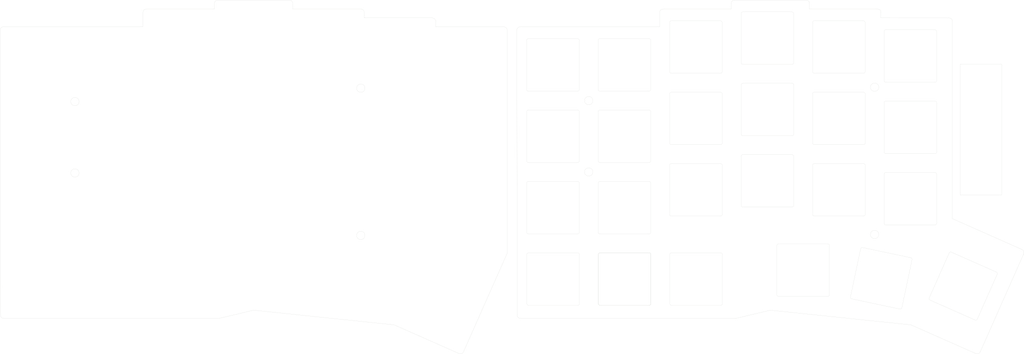
<source format=kicad_pcb>
(kicad_pcb (version 20241229) (generator "pcbnew") (generator_version "9.0")
  (title_block (date "2023-12-04"))
  (layers (0 "F.Cu" signal) (2 "B.Cu" signal) (13 "F.Paste" user) (15 "B.Paste" user) (5 "F.SilkS" user "F.Silkscreen") (7 "B.SilkS" user "B.Silkscreen") (1 "F.Mask" user) (3 "B.Mask" user) (25 "Edge.Cuts" user))
  (net 0 "")
  (gr_poly (pts (xy 92.831368 -136.579369) (xy 92.933553 -136.566478) (xy 93.034127 -136.544993) (xy 93.132284 -136.514913) (xy 93.227218 -136.476239) (xy 93.318124 -136.428971) (xy 93.404196 -136.373109) (xy 93.484629 -136.308652) (xy 93.558616 -136.235602) (xy 93.625351 -136.153957) (xy 93.684031 -136.063718) (xy 93.733848 -135.964885) (xy 93.773997 -135.857458) (xy 93.803672 -135.741436) (xy 93.822068 -135.61682) (xy 93.828379 -135.48361) (xy 93.822068 -135.350415) (xy 93.803672 -135.225812) (xy 93.773997 -135.109803) (xy 93.733848 -135.002387) (xy 93.684031 -134.903564) (xy 93.625351 -134.813335) (xy 93.558616 -134.731699) (xy 93.484629 -134.658656) (xy 93.404196 -134.594207) (xy 93.318124 -134.53835) (xy 93.227218 -134.491087) (xy 93.132284 -134.452418) (xy 93.034127 -134.422341) (xy 92.933553 -134.400858) (xy 92.831368 -134.387968) (xy 92.728377 -134.383671) (xy 92.625386 -134.387968) (xy 92.523201 -134.400858) (xy 92.422627 -134.422341) (xy 92.32447 -134.452418) (xy 92.229536 -134.491087) (xy 92.13863 -134.53835) (xy 92.052558 -134.594207) (xy 91.972125 -134.658656) (xy 91.898138 -134.731699) (xy 91.831402 -134.813335) (xy 91.772723 -134.903564) (xy 91.722906 -135.002387) (xy 91.682757 -135.109803) (xy 91.653082 -135.225812) (xy 91.634686 -135.350415) (xy 91.628375 -135.48361) (xy 91.634686 -135.61682) (xy 91.653082 -135.741436) (xy 91.682757 -135.857458) (xy 91.722906 -135.964885) (xy 91.772723 -136.063718) (xy 91.831402 -136.153957) (xy 91.898138 -136.235602) (xy 91.972125 -136.308652) (xy 92.052558 -136.373109) (xy 92.13863 -136.428971) (xy 92.229536 -136.476239) (xy 92.32447 -136.514913) (xy 92.422627 -136.544993) (xy 92.523201 -136.566478) (xy 92.625386 -136.579369) (xy 92.728377 -136.583666)) (stroke (width 0.034999) (color 255 255 255 1)) (fill no) (layer "Edge.Cuts"))
  (gr_curve (pts (xy 191.440277 -158.00037) (xy 191.440544 -158.122021) (xy 191.440544 -158.251666) (xy 191.484199 -158.390689)) (stroke (width 0.034999) (color 255 255 255 1)) (layer "Edge.Cuts"))
  (gr_curve (pts (xy 135.030329 -74.05914) (xy 134.924221 -74.092213) (xy 134.828243 -74.145398) (xy 134.739955 -74.219479)) (stroke (width 0.034999) (color 255 255 255 1)) (layer "Edge.Cuts"))
  (gr_poly (pts (xy 169.571075 -91.54768) (xy 169.587388 -91.547312) (xy 169.603854 -91.546713) (xy 169.620481 -91.545793) (xy 169.637278 -91.544457) (xy 169.654255 -91.542612) (xy 169.671421 -91.540166) (xy 169.686074 -91.537609) (xy 169.701232 -91.53445) (xy 169.716856 -91.530611) (xy 169.732905 -91.526008) (xy 169.749337 -91.520563) (xy 169.757685 -91.517499) (xy 169.766114 -91.514194) (xy 169.774619 -91.510638) (xy 169.783194 -91.506821) (xy 169.791835 -91.502733) (xy 169.800537 -91.498364) (xy 169.811027 -91.492729) (xy 169.821261 -91.48685) (xy 169.831238 -91.480743) (xy 169.840958 -91.474425) (xy 169.850419 -91.467911) (xy 169.859619 -91.461219) (xy 169.868558 -91.454363) (xy 169.877235 -91.447362) (xy 169.885648 -91.44023) (xy 169.893797 -91.432984) (xy 169.901679 -91.42564) (xy 169.909295 -91.418215) (xy 169.916643 -91.410725) (xy 169.923721 -91.403187) (xy 169.930529 -91.395615) (xy 169.937065 -91.388028) (xy 169.943843 -91.379698) (xy 169.950385 -91.37128) (xy 169.956692 -91.36277) (xy 169.962763 -91.354167) (xy 169.968598 -91.345468) (xy 169.974197 -91.33667) (xy 169.979561 -91.327771) (xy 169.984689 -91.31877) (xy 169.989582 -91.309663) (xy 169.994239 -91.300449) (xy 169.99866 -91.291124) (xy 170.002846 -91.281688) (xy 170.006795 -91.272137) (xy 170.010509 -91.262468) (xy 170.013988 -91.252681) (xy 170.017231 -91.242772) (xy 170.02105 -91.22978) (xy 170.024393 -91.216899) (xy 170.02729 -91.20413) (xy 170.029775 -91.191471) (xy 170.031878 -91.178922) (xy 170.033631 -91.166483) (xy 170.035067 -91.154153) (xy 170.036216 -91.141932) (xy 170.037785 -91.117816) (xy 170.03859 -91.09413) (xy 170.038886 -91.070872) (xy 170.038929 -91.048039) (xy 170.038929 -78.047207) (xy 170.038817 -78.0153) (xy 170.038552 -77.999071) (xy 170.038036 -77.982648) (xy 170.037184 -77.966028) (xy 170.035914 -77.949203) (xy 170.034142 -77.932167) (xy 170.031784 -77.914914) (xy 170.029228 -77.900262) (xy 170.026067 -77.885104) (xy 170.022217 -77.869481) (xy 170.017596 -77.853433) (xy 170.01497 -77.845262) (xy 170.012119 -77.837001) (xy 170.009033 -77.828653) (xy 170.005702 -77.820224) (xy 170.002115 -77.81172) (xy 169.998262 -77.803144) (xy 169.994132 -77.794503) (xy 169.989715 -77.785801) (xy 169.984085 -77.775356) (xy 169.978215 -77.765154) (xy 169.97212 -77.7552) (xy 169.965817 -77.745496) (xy 169.95932 -77.736045) (xy 169.952644 -77.726849) (xy 169.945805 -77.717911) (xy 169.938817 -77.709234) (xy 169.931696 -77.700821) (xy 169.924456 -77.692674) (xy 169.917114 -77.684796) (xy 169.909684 -77.67719) (xy 169.902181 -77.669859) (xy 169.89462 -77.662805) (xy 169.887017 -77.656031) (xy 169.879387 -77.649541) (xy 169.871057 -77.642719) (xy 169.862639 -77.636145) (xy 169.854129 -77.629816) (xy 169.845526 -77.623732) (xy 169.836826 -77.617891) (xy 169.828029 -77.612292) (xy 169.81913 -77.606934) (xy 169.810128 -77.601816) (xy 169.801021 -77.596936) (xy 169.791807 -77.592294) (xy 169.782482 -77.587889) (xy 169.773045 -77.583718) (xy 169.763493 -77.579781) (xy 169.753825 -77.576077) (xy 169.744037 -77.572605) (xy 169.734127 -77.569363) (xy 169.721135 -77.565499) (xy 169.708253 -77.562118) (xy 169.695481 -77.559185) (xy 169.682818 -77.556669) (xy 169.670261 -77.554538) (xy 169.65781 -77.552758) (xy 169.645464 -77.551298) (xy 169.633221 -77.550124) (xy 169.609042 -77.548506) (xy 169.585263 -77.547644) (xy 169.538868 -77.547146) (xy 156.538934 -77.547146) (xy 156.506855 -77.547416) (xy 156.490582 -77.547739) (xy 156.474142 -77.548305) (xy 156.457524 -77.549206) (xy 156.440719 -77.550531) (xy 156.423718 -77.552371) (xy 156.406511 -77.554814) (xy 156.391819 -77.557371) (xy 156.37664 -77.560529) (xy 156.361012 -77.564369) (xy 156.344972 -77.568972) (xy 156.336808 -77.571585) (xy 156.328555 -77.574418) (xy 156.320218 -77.577483) (xy 156.3118 -77.580788) (xy 156.303307 -77.584345) (xy 156.294742 -77.588163) (xy 156.286112 -77.592252) (xy 156.27742 -77.596623) (xy 156.26693 -77.602258) (xy 156.256696 -77.608137) (xy 156.246718 -77.614243) (xy 156.236998 -77.620561) (xy 156.227537 -77.627074) (xy 156.218337 -77.633766) (xy 156.209399 -77.640621) (xy 156.200724 -77.647622) (xy 156.192314 -77.654753) (xy 156.18417 -77.661998) (xy 156.176294 -77.669341) (xy 156.168686 -77.676765) (xy 156.161349 -77.684255) (xy 156.154284 -77.691793) (xy 156.147492 -77.699364) (xy 156.140974 -77.706952) (xy 156.13416 -77.715281) (xy 156.12759 -77.723699) (xy 156.121262 -77.732209) (xy 156.115176 -77.740812) (xy 156.109331 -77.749512) (xy 156.103726 -77.75831) (xy 156.098362 -77.767208) (xy 156.093237 -77.776209) (xy 156.088351 -77.785316) (xy 156.083702 -77.794531) (xy 156.079292 -77.803855) (xy 156.075118 -77.813292) (xy 156.07118 -77.822843) (xy 156.067478 -77.832511) (xy 156.064012 -77.842299) (xy 156.060779 -77.852208) (xy 156.056942 -77.865199) (xy 156.053583 -77.878079) (xy 156.050672 -77.890849) (xy 156.048175 -77.903511) (xy 156.046061 -77.916064) (xy 156.044298 -77.928509) (xy 156.042854 -77.940848) (xy 156.041697 -77.953081) (xy 156.040115 -77.97723) (xy 156.039297 -78.000964) (xy 156.038927 -78.047207) (xy 156.038898 -91.048039) (xy 156.039042 -91.079791) (xy 156.039321 -91.095972) (xy 156.039851 -91.112362) (xy 156.040719 -91.128962) (xy 156.042009 -91.145778) (xy 156.043808 -91.162811) (xy 156.046201 -91.180066) (xy 156.048751 -91.194717) (xy 156.051909 -91.209874) (xy 156.055756 -91.225497) (xy 156.06037 -91.241544) (xy 156.062991 -91.249715) (xy 156.065833 -91.257977) (xy 156.068908 -91.266326) (xy 156.072224 -91.274755) (xy 156.075793 -91.283261) (xy 156.079624 -91.291838) (xy 156.083727 -91.300481) (xy 156.088112 -91.309186) (xy 156.093749 -91.31963) (xy 156.099628 -91.32983) (xy 156.105733 -91.339783) (xy 156.112049 -91.349487) (xy 156.118558 -91.358937) (xy 156.125247 -91.368133) (xy 156.132098 -91.37707) (xy 156.139096 -91.385747) (xy 156.146227 -91.394159) (xy 156.153472 -91.402306) (xy 156.160818 -91.410184) (xy 156.168248 -91.417789) (xy 156.175746 -91.42512) (xy 156.183298 -91.432174) (xy 156.190886 -91.438948) (xy 156.198496 -91.445439) (xy 156.206816 -91.452264) (xy 156.215229 -91.458848) (xy 156.223735 -91.465189) (xy 156.232338 -91.471289) (xy 156.241038 -91.477146) (xy 156.249837 -91.482761) (xy 156.258737 -91.488134) (xy 156.26774 -91.493266) (xy 156.276847 -91.498155) (xy 156.286061 -91.502803) (xy 156.295382 -91.507208) (xy 156.304814 -91.511372) (xy 156.314357 -91.515294) (xy 156.324013 -91.518974) (xy 156.333784 -91.522412) (xy 156.343672 -91.525609) (xy 156.356673 -91.529475) (xy 156.369565 -91.53286) (xy 156.382347 -91.535796) (xy 156.395021 -91.538315) (xy 156.407586 -91.540452) (xy 156.420046 -91.542239) (xy 156.432398 -91.543708) (xy 156.444646 -91.544894) (xy 156.468829 -91.546544) (xy 156.4926 -91.547453) (xy 156.538934 -91.5481) (xy 169.538868 -91.5481)) (stroke (width 0.034999) (color 255 255 255 1)) (fill no) (layer "Edge.Cuts"))
  (gr_curve (pts (xy 134.510347 -151.537209) (xy 134.578397 -151.618435) (xy 134.670041 -151.69916) (xy 134.783246 -151.75795)) (stroke (width 0.034999) (color 255 255 255 1)) (layer "Edge.Cuts"))
  (gr_curve (pts (xy 239.334358 -72.316861) (xy 226.835792 -73.623723) (xy 214.337234 -74.930592) (xy 201.838669 -76.237454)) (stroke (width 0.034999) (color 255 255 255 1)) (layer "Edge.Cuts"))
  (gr_curve (pts (xy 172.390278 -155.619094) (xy 172.390545 -155.74075) (xy 172.390545 -155.870395) (xy 172.4342 -156.009407)) (stroke (width 0.034999) (color 255 255 255 1)) (layer "Edge.Cuts"))
  (gr_line (start 192.551532 -74.015751) (end 135.420899 -74.015751) (stroke (width 0.034999) (color 255 255 255 1)) (layer "Edge.Cuts"))
  (gr_poly (pts (xy 153.565077 -133.266028) (xy 153.667268 -133.253144) (xy 153.767851 -133.231671) (xy 153.866022 -133.201609) (xy 153.960975 -133.162957) (xy 154.051905 -133.115716) (xy 154.138005 -133.059886) (xy 154.218469 -132.995467) (xy 154.292494 -132.922458) (xy 154.359272 -132.84086) (xy 154.417998 -132.750673) (xy 154.467867 -132.651897) (xy 154.508073 -132.544531) (xy 154.53781 -132.428576) (xy 154.556273 -132.304032) (xy 154.562656 -132.170899) (xy 154.55641 -132.037751) (xy 154.538075 -131.913194) (xy 154.508457 -131.797227) (xy 154.468362 -131.68985) (xy 154.418594 -131.591063) (xy 154.359961 -131.500866) (xy 154.293266 -131.41926) (xy 154.219317 -131.346243) (xy 154.138918 -131.281817) (xy 154.052876 -131.225981) (xy 153.961995 -131.178735) (xy 153.867082 -131.140079) (xy 153.768942 -131.110014) (xy 153.66838 -131.088538) (xy 153.566203 -131.075653) (xy 153.463216 -131.071358) (xy 153.360225 -131.075653) (xy 153.258034 -131.088538) (xy 153.157451 -131.110014) (xy 153.05928 -131.140079) (xy 152.964327 -131.178735) (xy 152.873397 -131.225981) (xy 152.787297 -131.281817) (xy 152.706833 -131.346243) (xy 152.632808 -131.41926) (xy 152.56603 -131.500866) (xy 152.507304 -131.591063) (xy 152.457435 -131.68985) (xy 152.417229 -131.797227) (xy 152.387492 -131.913194) (xy 152.369029 -132.037751) (xy 152.362646 -132.170899) (xy 152.368892 -132.304032) (xy 152.387227 -132.428576) (xy 152.416845 -132.544531) (xy 152.45694 -132.651897) (xy 152.506708 -132.750673) (xy 152.565341 -132.84086) (xy 152.632036 -132.922458) (xy 152.705985 -132.995467) (xy 152.786384 -133.059886) (xy 152.872426 -133.115716) (xy 152.963307 -133.162957) (xy 153.05822 -133.201609) (xy 153.15636 -133.231671) (xy 153.256922 -133.253144) (xy 153.359099 -133.266028) (xy 153.462086 -133.270323)) (stroke (width 0.034999) (color 255 255 255 1)) (fill no) (layer "Edge.Cuts"))
  (gr_line (start 252.485206 -141.913096) (end 263.48526 -141.913096) (stroke (width 0.034395) (color 255 255 255 1)) (layer "Edge.Cuts"))
  (gr_curve (pts (xy 191.917324 -158.901809) (xy 192.010456 -158.95014) (xy 192.098564 -158.973529) (xy 192.175556 -158.985621)) (stroke (width 0.034999) (color 255 255 255 1)) (layer "Edge.Cuts"))
  (gr_curve (pts (xy 257.050598 -64.579915) (xy 256.946075 -64.5733) (xy 256.855858 -64.587582) (xy 256.780716 -64.607701)) (stroke (width 0.034999) (color 255 255 255 1)) (layer "Edge.Cuts"))
  (gr_curve (pts (xy 134.783246 -151.75795) (xy 134.876308 -151.80629) (xy 134.964462 -151.829679) (xy 135.041445 -151.841771)) (stroke (width 0.034999) (color 255 255 255 1)) (layer "Edge.Cuts"))
  (gr_curve (pts (xy 191.484199 -158.390689) (xy 191.517273 -158.496798) (xy 191.570453 -158.592775) (xy 191.644539 -158.681064)) (stroke (width 0.034999) (color 255 255 255 1)) (layer "Edge.Cuts"))
  (gr_curve (pts (xy 250.390503 -100.659291) (xy 252.177055 -99.868275) (xy 253.963615 -99.077263) (xy 255.750168 -98.286244)) (stroke (width 0.034999) (color 255 255 255 1)) (layer "Edge.Cuts"))
  (gr_curve (pts (xy 201.838669 -76.237454) (xy 198.74295 -75.496884) (xy 195.647243 -74.756322) (xy 192.551532 -74.015751)) (stroke (width 0.034999) (color 255 255 255 1)) (layer "Edge.Cuts"))
  (gr_curve (pts (xy 134.435398 -74.7505) (xy 134.420917 -74.842839) (xy 134.420917 -74.930676) (xy 134.420978 -75.015874)) (stroke (width 0.034999) (color 255 255 255 1)) (layer "Edge.Cuts"))
  (gr_line (start 230.340378 -156.620727) (end 230.343551 -156.620727) (stroke (width 0.034999) (color 255 255 255 1)) (layer "Edge.Cuts"))
  (gr_line (start 252.485206 -106.953198) (end 252.485206 -141.913096) (stroke (width 0.034395) (color 255 255 255 1)) (layer "Edge.Cuts"))
  (gr_curve (pts (xy 134.349967 -151.246829) (xy 134.383193 -151.352926) (xy 134.436382 -151.448917) (xy 134.510347 -151.537209)) (stroke (width 0.034999) (color 255 255 255 1)) (layer "Edge.Cuts"))
  (gr_poly (pts (xy 150.469743 -110.595829) (xy 150.486023 -110.595469) (xy 150.50247 -110.594889) (xy 150.519091 -110.594) (xy 150.535896 -110.592711) (xy 150.552895 -110.590932) (xy 150.570095 -110.588574) (xy 150.584786 -110.586018) (xy 150.599965 -110.582861) (xy 150.615594 -110.579022) (xy 150.631636 -110.574419) (xy 150.639801 -110.571807) (xy 150.648055 -110.568973) (xy 150.656395 -110.565909) (xy 150.664815 -110.562603) (xy 150.673312 -110.559047) (xy 150.681879 -110.555229) (xy 150.690514 -110.551139) (xy 150.699211 -110.546769) (xy 150.709696 -110.541135) (xy 150.719927 -110.535257) (xy 150.729902 -110.529152) (xy 150.739621 -110.522834) (xy 150.749081 -110.516321) (xy 150.758282 -110.509629) (xy 150.767221 -110.502774) (xy 150.775897 -110.495773) (xy 150.784308 -110.488641) (xy 150.792454 -110.481396) (xy 150.800332 -110.474052) (xy 150.807941 -110.466628) (xy 150.81528 -110.459138) (xy 150.822346 -110.451599) (xy 150.829139 -110.444028) (xy 150.835657 -110.43644) (xy 150.842471 -110.428108) (xy 150.849041 -110.419682) (xy 150.855369 -110.411161) (xy 150.861455 -110.402543) (xy 150.8673 -110.393828) (xy 150.872905 -110.385014) (xy 150.878269 -110.3761) (xy 150.883394 -110.367085) (xy 150.88828 -110.357968) (xy 150.892928 -110.348747) (xy 150.897339 -110.339422) (xy 150.901512 -110.329991) (xy 150.90545 -110.320453) (xy 150.909152 -110.310806) (xy 150.912619 -110.30105) (xy 150.915851 -110.291184) (xy 150.919689 -110.27819) (xy 150.923047 -110.265302) (xy 150.925959 -110.252521) (xy 150.928455 -110.239847) (xy 150.930569 -110.227282) (xy 150.932331 -110.214826) (xy 150.933774 -110.20248) (xy 150.934931 -110.190245) (xy 150.936509 -110.166111) (xy 150.937323 -110.142429) (xy 150.937679 -110.096448) (xy 150.937679 -97.09562) (xy 150.93755 -97.063711) (xy 150.937277 -97.047481) (xy 150.93675 -97.03106) (xy 150.935884 -97.01444) (xy 150.934595 -96.997616) (xy 150.932797 -96.980581) (xy 150.930404 -96.96333) (xy 150.927862 -96.948676) (xy 150.924707 -96.933517) (xy 150.920861 -96.917893) (xy 150.916245 -96.901844) (xy 150.913623 -96.893673) (xy 150.910779 -96.885411) (xy 150.907703 -96.877063) (xy 150.904385 -96.868634) (xy 150.900815 -96.86013) (xy 150.896983 -96.851554) (xy 150.892879 -96.842912) (xy 150.888494 -96.83421) (xy 150.882857 -96.823721) (xy 150.876978 -96.813488) (xy 150.870874 -96.803512) (xy 150.86456 -96.793795) (xy 150.858053 -96.784339) (xy 150.851366 -96.775144) (xy 150.844517 -96.766214) (xy 150.837521 -96.757548) (xy 150.830394 -96.749149) (xy 150.823151 -96.741018) (xy 150.815807 -96.733157) (xy 150.808379 -96.725567) (xy 150.800883 -96.718249) (xy 150.793333 -96.711206) (xy 150.785746 -96.704439) (xy 150.778137 -96.697949) (xy 150.769812 -96.691125) (xy 150.761394 -96.684542) (xy 150.752884 -96.6782) (xy 150.744278 -96.672099) (xy 150.735575 -96.666238) (xy 150.726774 -96.660617) (xy 150.717871 -96.655236) (xy 150.708867 -96.650094) (xy 150.699758 -96.64519) (xy 150.690543 -96.640525) (xy 150.681221 -96.636097) (xy 150.671789 -96.631908) (xy 150.662246 -96.627955) (xy 150.652589 -96.624239) (xy 150.642818 -96.62076) (xy 150.632931 -96.617516) (xy 150.619933 -96.613697) (xy 150.607045 -96.610355) (xy 150.594265 -96.607456) (xy 150.581593 -96.60497) (xy 150.569027 -96.602863) (xy 150.556567 -96.601105) (xy 150.544213 -96.599661) (xy 150.531964 -96.598501) (xy 150.507775 -96.596902) (xy 150.483996 -96.59605) (xy 150.437643 -96.595559) (xy 137.437633 -96.595559) (xy 137.405548 -96.595823) (xy 137.389272 -96.596134) (xy 137.372826 -96.596682) (xy 137.356204 -96.597552) (xy 137.339395 -96.598832) (xy 137.322391 -96.600608) (xy 137.305183 -96.602967) (xy 137.290499 -96.605534) (xy 137.275327 -96.608721) (xy 137.259703 -96.612603) (xy 137.243664 -96.617253) (xy 137.227246 -96.622748) (xy 137.218907 -96.625834) (xy 137.210487 -96.62916) (xy 137.201991 -96.632733) (xy 137.193423 -96.636564) (xy 137.184789 -96.640662) (xy 137.176092 -96.645035) (xy 137.165607 -96.650669) (xy 137.155376 -96.656547) (xy 137.145401 -96.662653) (xy 137.135682 -96.66897) (xy 137.126221 -96.675483) (xy 137.117021 -96.682175) (xy 137.108082 -96.68903) (xy 137.099406 -96.696031) (xy 137.090995 -96.703163) (xy 137.082849 -96.710408) (xy 137.074971 -96.717752) (xy 137.067362 -96.725177) (xy 137.060024 -96.732666) (xy 137.052957 -96.740205) (xy 137.046165 -96.747776) (xy 137.039647 -96.755364) (xy 137.032833 -96.763693) (xy 137.026263 -96.77211) (xy 137.019935 -96.78062) (xy 137.013848 -96.789223) (xy 137.008003 -96.797922) (xy 137.002399 -96.806719) (xy 136.997034 -96.815618) (xy 136.991909 -96.824619) (xy 136.987023 -96.833726) (xy 136.982375 -96.842941) (xy 136.977964 -96.852266) (xy 136.97379 -96.861703) (xy 136.969853 -96.871256) (xy 136.966151 -96.880925) (xy 136.962684 -96.890713) (xy 136.959451 -96.900624) (xy 136.955614 -96.913615) (xy 136.952255 -96.926496) (xy 136.949343 -96.939266) (xy 136.946847 -96.951927) (xy 136.944733 -96.96448) (xy 136.94297 -96.976925) (xy 136.941526 -96.989263) (xy 136.940368 -97.001495) (xy 136.938787 -97.025643) (xy 136.937968 -97.049376) (xy 136.937597 -97.09562) (xy 136.937597 -110.096448) (xy 136.937741 -110.128198) (xy 136.938019 -110.144371) (xy 136.93855 -110.160743) (xy 136.939417 -110.177313) (xy 136.940708 -110.194081) (xy 136.942507 -110.211047) (xy 136.9449 -110.228211) (xy 136.947441 -110.242939) (xy 136.950596 -110.258133) (xy 136.954442 -110.273761) (xy 136.959058 -110.289793) (xy 136.96168 -110.29795) (xy 136.964524 -110.306196) (xy 136.9676 -110.314528) (xy 136.970918 -110.322941) (xy 136.974488 -110.331432) (xy 136.97832 -110.339996) (xy 136.982424 -110.348631) (xy 136.986809 -110.357331) (xy 136.992447 -110.367819) (xy 136.998325 -110.378053) (xy 137.004429 -110.388029) (xy 137.010743 -110.397748) (xy 137.01725 -110.407208) (xy 137.023936 -110.416408) (xy 137.030785 -110.425347) (xy 137.037781 -110.434024) (xy 137.044909 -110.442437) (xy 137.052152 -110.450585) (xy 137.059496 -110.458468) (xy 137.066924 -110.466083) (xy 137.07442 -110.47343) (xy 137.08197 -110.480508) (xy 137.089558 -110.487316) (xy 137.097167 -110.493851) (xy 137.105492 -110.500673) (xy 137.113908 -110.507248) (xy 137.122417 -110.513578) (xy 137.131021 -110.519662) (xy 137.139722 -110.525504) (xy 137.148522 -110.531103) (xy 137.157422 -110.53646) (xy 137.166425 -110.541578) (xy 137.175533 -110.546458) (xy 137.184746 -110.551099) (xy 137.194069 -110.555504) (xy 137.203501 -110.559674) (xy 137.213045 -110.56361) (xy 137.222704 -110.567313) (xy 137.232478 -110.570784) (xy 137.24237 -110.574025) (xy 137.255368 -110.577843) (xy 137.268256 -110.581185) (xy 137.281036 -110.584084) (xy 137.293709 -110.586573) (xy 137.306274 -110.588683) (xy 137.318733 -110.590448) (xy 137.331087 -110.591899) (xy 137.343335 -110.593071) (xy 137.367521 -110.594702) (xy 137.391295 -110.595602) (xy 137.437633 -110.596249) (xy 150.437643 -110.596249)) (stroke (width 0.034999) (color 255 255 255 1)) (fill no) (layer "Edge.Cuts"))
  (gr_line (start 256.532539 -64.701886) (end 239.334358 -72.316861) (stroke (width 0.034999) (color 255 255 255 1)) (layer "Edge.Cuts"))
  (gr_curve (pts (xy 135.041445 -151.841771) (xy 135.133779 -151.856243) (xy 135.221531 -151.856243) (xy 135.306351 -151.856058)) (stroke (width 0.034999) (color 255 255 255 1)) (layer "Edge.Cuts"))
  (gr_line (start 191.440277 -156.618346) (end 191.440277 -158.00037) (stroke (width 0.034999) (color 255 255 255 1)) (layer "Edge.Cuts"))
  (gr_poly (pts (xy 213.62162 -153.459724) (xy 226.621658 -153.459724) (xy 226.653829 -153.459764) (xy 226.67011 -153.459544) (xy 226.686547 -153.459056) (xy 226.703157 -153.458218) (xy 226.719959 -153.456948) (xy 226.736971 -153.455167) (xy 226.754211 -153.452792) (xy 226.768863 -153.45025) (xy 226.784022 -153.447096) (xy 226.799646 -153.443251) (xy 226.80762 -153.441045) (xy 226.815696 -153.438637) (xy 226.823867 -153.436016) (xy 226.832129 -153.433174) (xy 226.840478 -153.4301) (xy 226.848907 -153.426784) (xy 226.857412 -153.423217) (xy 226.865988 -153.419388) (xy 226.874629 -153.415289) (xy 226.883331 -153.410908) (xy 226.89382 -153.405271) (xy 226.904053 -153.399391) (xy 226.91403 -153.393286) (xy 226.923749 -153.386971) (xy 226.933209 -153.380461) (xy 226.94241 -153.373773) (xy 226.951349 -153.366922) (xy 226.960026 -153.359923) (xy 226.968439 -153.352793) (xy 226.976587 -153.345547) (xy 226.98447 -153.338202) (xy 226.992085 -153.330772) (xy 226.999432 -153.323273) (xy 227.00651 -153.315722) (xy 227.013316 -153.308133) (xy 227.019851 -153.300524) (xy 227.02663 -153.292203) (xy 227.033173 -153.283791) (xy 227.03948 -153.275284) (xy 227.045552 -153.266682) (xy 227.051388 -153.257982) (xy 227.056988 -153.249182) (xy 227.062353 -153.240282) (xy 227.067482 -153.231279) (xy 227.072375 -153.222172) (xy 227.077033 -153.212958) (xy 227.081454 -153.203636) (xy 227.085641 -153.194205) (xy 227.089591 -153.184662) (xy 227.093306 -153.175006) (xy 227.096785 -153.165235) (xy 227.100029 -153.155347) (xy 227.103847 -153.142345) (xy 227.107188 -153.129453) (xy 227.110085 -153.116669) (xy 227.112568 -153.103992) (xy 227.114671 -153.09142) (xy 227.116424 -153.078952) (xy 227.117859 -153.066587) (xy 227.119008 -153.054323) (xy 227.120575 -153.030093) (xy 227.12138 -153.006251) (xy 227.121719 -152.959688) (xy 227.121719 -139.960208) (xy 227.121608 -139.92802) (xy 227.121343 -139.911714) (xy 227.120826 -139.895251) (xy 227.119976 -139.87862) (xy 227.118706 -139.861809) (xy 227.116935 -139.844805) (xy 227.114578 -139.827597) (xy 227.112021 -139.812905) (xy 227.10886 -139.797726) (xy 227.105011 -139.782097) (xy 227.102802 -139.774125) (xy 227.10039 -139.766055) (xy 227.097764 -139.75789) (xy 227.094914 -139.749635) (xy 227.091828 -139.741296) (xy 227.088497 -139.732876) (xy 227.08491 -139.724379) (xy 227.081057 -139.715812) (xy 227.076927 -139.707178) (xy 227.07251 -139.698481) (xy 227.066879 -139.687996) (xy 227.061009 -139.677765) (xy 227.054915 -139.667789) (xy 227.048611 -139.65807) (xy 227.042114 -139.64861) (xy 227.035438 -139.63941) (xy 227.028599 -139.630471) (xy 227.021611 -139.621795) (xy 227.01449 -139.613383) (xy 227.00725 -139.605238) (xy 226.999908 -139.59736) (xy 226.992478 -139.589751) (xy 226.984975 -139.582412) (xy 226.977414 -139.575346) (xy 226.969811 -139.568553) (xy 226.962181 -139.562035) (xy 226.953853 -139.555222) (xy 226.945435 -139.548651) (xy 226.936926 -139.542323) (xy 226.928323 -139.536237) (xy 226.919624 -139.530392) (xy 226.910826 -139.524788) (xy 226.901927 -139.519423) (xy 226.892925 -139.514298) (xy 226.883817 -139.509412) (xy 226.874602 -139.504764) (xy 226.865277 -139.500353) (xy 226.855839 -139.496179) (xy 226.846286 -139.492242) (xy 226.836617 -139.48854) (xy 226.826828 -139.485073) (xy 226.816917 -139.481841) (xy 226.803926 -139.478003) (xy 226.791046 -139.474644) (xy 226.778275 -139.471733) (xy 226.765611 -139.469238) (xy 226.753055 -139.467127) (xy 226.740604 -139.465368) (xy 226.728257 -139.463929) (xy 226.716015 -139.46278) (xy 226.691835 -139.46122) (xy 226.668055 -139.460435) (xy 226.621658 -139.460171) (xy 213.62162 -139.460171) (xy 213.589567 -139.460222) (xy 213.573301 -139.460472) (xy 213.556866 -139.460981) (xy 213.540258 -139.461834) (xy 213.523469 -139.463114) (xy 213.506494 -139.464905) (xy 213.489326 -139.46729) (xy 213.474598 -139.469831) (xy 213.459405 -139.472985) (xy 213.443778 -139.476831) (xy 213.435812 -139.479037) (xy 213.427748 -139.481447) (xy 213.419592 -139.484068) (xy 213.411346 -139.486912) (xy 213.403015 -139.489988) (xy 213.394602 -139.493307) (xy 213.386112 -139.496877) (xy 213.377548 -139.500709) (xy 213.368914 -139.504813) (xy 213.360214 -139.509198) (xy 213.349724 -139.514835) (xy 213.33949 -139.520714) (xy 213.329512 -139.526819) (xy 213.319792 -139.533135) (xy 213.310331 -139.539644) (xy 213.30113 -139.546333) (xy 213.29219 -139.553184) (xy 213.283513 -139.560183) (xy 213.275099 -139.567313) (xy 213.266951 -139.574559) (xy 213.259068 -139.581905) (xy 213.251453 -139.589335) (xy 213.244105 -139.596834) (xy 213.237028 -139.604385) (xy 213.230221 -139.611974) (xy 213.223686 -139.619584) (xy 213.216865 -139.627904) (xy 213.21029 -139.636316) (xy 213.203961 -139.644823) (xy 213.197877 -139.653425) (xy 213.192037 -139.662125) (xy 213.186438 -139.670924) (xy 213.181081 -139.679824) (xy 213.175963 -139.688827) (xy 213.171085 -139.697935) (xy 213.166444 -139.707148) (xy 213.162039 -139.71647) (xy 213.15787 -139.725902) (xy 213.153935 -139.735445) (xy 213.150233 -139.745101) (xy 213.146763 -139.754872) (xy 213.143524 -139.76476) (xy 213.139705 -139.777757) (xy 213.136362 -139.790645) (xy 213.133464 -139.803426) (xy 213.13098 -139.8161) (xy 213.128877 -139.828668) (xy 213.127123 -139.841132) (xy 213.125688 -139.853491) (xy 213.124538 -139.865747) (xy 213.12297 -139.889955) (xy 213.122165 -139.913763) (xy 213.121826 -139.960208) (xy 213.121826 -152.959688) (xy 213.121938 -152.991998) (xy 213.122203 -153.008341) (xy 213.122719 -153.024828) (xy 213.123569 -153.041475) (xy 213.124839 -153.058294) (xy 213.12661 -153.075301) (xy 213.128967 -153.092509) (xy 213.131524 -153.107201) (xy 213.134682 -153.122379) (xy 213.138522 -153.138007) (xy 213.140723 -153.145978) (xy 213.143125 -153.154047) (xy 213.145738 -153.162211) (xy 213.148571 -153.170464) (xy 213.151636 -153.178801) (xy 213.154942 -153.187219) (xy 213.158498 -153.195712) (xy 213.162316 -153.204276) (xy 213.166405 -153.212907) (xy 213.170776 -153.221599) (xy 213.176454 -153.232088) (xy 213.182365 -153.242322) (xy 213.188494 -153.2523) (xy 213.194828 -153.262021) (xy 213.20135 -153.271481) (xy 213.208047 -153.280682) (xy 213.214904 -153.28962) (xy 213.221905 -153.298295) (xy 213.229037 -153.306705) (xy 213.236285 -153.314849) (xy 213.243633 -153.322725) (xy 213.251068 -153.330333) (xy 213.258573 -153.33767) (xy 213.266136 -153.344735) (xy 213.27374 -153.351527) (xy 213.281372 -153.358044) (xy 213.2897 -153.364858) (xy 213.298116 -153.371429) (xy 213.306624 -153.377757) (xy 213.315224 -153.383843) (xy 213.323919 -153.389688) (xy 213.33271 -153.395292) (xy 213.3416 -153.400657) (xy 213.35059 -153.405782) (xy 213.359683 -153.410668) (xy 213.36888 -153.415316) (xy 213.378183 -153.419727) (xy 213.387595 -153.423901) (xy 213.397116 -153.427838) (xy 213.40675 -153.43154) (xy 213.416497 -153.435007) (xy 213.426361 -153.43824) (xy 213.439399 -153.442077) (xy 213.45232 -153.445435) (xy 213.465125 -153.448345) (xy 213.477817 -153.450839) (xy 213.490395 -153.452947) (xy 213.502862 -153.454702) (xy 213.515218 -153.456134) (xy 213.527464 -153.457276) (xy 213.551631 -153.458814) (xy 213.575374 -153.459567) (xy 213.5987 -153.459786)) (stroke (width 0.034999) (color 255 255 255 1)) (fill no) (layer "Edge.Cuts"))
  (gr_poly (pts (xy 229.749171 -97.5474) (xy 229.851363 -97.534515) (xy 229.951949 -97.51304) (xy 230.050122 -97.482974) (xy 230.145078 -97.444318) (xy 230.236009 -97.397072) (xy 230.322111 -97.341236) (xy 230.402579 -97.27681) (xy 230.476605 -97.203793) (xy 230.543385 -97.122187) (xy 230.602113 -97.03199) (xy 230.651983 -96.933203) (xy 230.69219 -96.825826) (xy 230.721927 -96.709858) (xy 230.74039 -96.585301) (xy 230.746773 -96.452153) (xy 230.740534 -96.319029) (xy 230.722206 -96.194494) (xy 230.692594 -96.078548) (xy 230.652504 -95.971191) (xy 230.60274 -95.872421) (xy 230.54411 -95.782241) (xy 230.477419 -95.700649) (xy 230.403471 -95.627646) (xy 230.323074 -95.563231) (xy 230.237032 -95.507405) (xy 230.146152 -95.460168) (xy 230.051238 -95.421519) (xy 229.953097 -95.391459) (xy 229.852535 -95.369988) (xy 229.750356 -95.357105) (xy 229.647367 -95.35281) (xy 229.544374 -95.357105) (xy 229.442181 -95.369988) (xy 229.341595 -95.391459) (xy 229.243421 -95.421519) (xy 229.148465 -95.460168) (xy 229.057533 -95.507405) (xy 228.971431 -95.563231) (xy 228.890963 -95.627646) (xy 228.816936 -95.700649) (xy 228.750155 -95.782241) (xy 228.691426 -95.872421) (xy 228.641555 -95.971191) (xy 228.601347 -96.078548) (xy 228.571608 -96.194494) (xy 228.553144 -96.319029) (xy 228.54676 -96.452153) (xy 228.553 -96.585301) (xy 228.571329 -96.709858) (xy 228.600943 -96.825826) (xy 228.641034 -96.933203) (xy 228.690798 -97.03199) (xy 228.74943 -97.122187) (xy 228.816122 -97.203793) (xy 228.89007 -97.27681) (xy 228.970468 -97.341236) (xy 229.056511 -97.397072) (xy 229.147391 -97.444318) (xy 229.242305 -97.482974) (xy 229.340447 -97.51304) (xy 229.441009 -97.534515) (xy 229.543188 -97.5474) (xy 229.646177 -97.551695)) (stroke (width 0.034999) (color 255 255 255 1)) (fill no) (layer "Edge.Cuts"))
  (gr_curve (pts (xy 269.370651 -91.229283) (xy 265.531021 -82.556416) (xy 261.691375 -73.883542) (xy 257.851745 -65.210682)) (stroke (width 0.034999) (color 255 255 255 1)) (layer "Edge.Cuts"))
  (gr_poly (pts (xy 150.521068 -91.54768) (xy 150.537345 -91.547312) (xy 150.553789 -91.546713) (xy 150.570409 -91.545793) (xy 150.587215 -91.544457) (xy 150.604216 -91.542612) (xy 150.621423 -91.540166) (xy 150.636115 -91.537609) (xy 150.651294 -91.53445) (xy 150.666922 -91.530611) (xy 150.682965 -91.526008) (xy 150.691129 -91.523396) (xy 150.699384 -91.520563) (xy 150.707724 -91.517499) (xy 150.716144 -91.514194) (xy 150.72464 -91.510638) (xy 150.733208 -91.506821) (xy 150.741843 -91.502733) (xy 150.75054 -91.498364) (xy 150.761025 -91.492729) (xy 150.771256 -91.48685) (xy 150.781232 -91.480743) (xy 150.79095 -91.474425) (xy 150.800411 -91.467911) (xy 150.809611 -91.461219) (xy 150.81855 -91.454363) (xy 150.827226 -91.447362) (xy 150.835638 -91.44023) (xy 150.843783 -91.432984) (xy 150.851661 -91.42564) (xy 150.85927 -91.418215) (xy 150.866609 -91.410725) (xy 150.873675 -91.403187) (xy 150.880468 -91.395615) (xy 150.886986 -91.388028) (xy 150.893795 -91.379698) (xy 150.900362 -91.37128) (xy 150.906687 -91.36277) (xy 150.912772 -91.354167) (xy 150.918616 -91.345468) (xy 150.924221 -91.33667) (xy 150.929586 -91.327771) (xy 150.934712 -91.31877) (xy 150.9396 -91.309663) (xy 150.94425 -91.300449) (xy 150.948662 -91.291124) (xy 150.952838 -91.281688) (xy 150.956777 -91.272137) (xy 150.960481 -91.262468) (xy 150.963949 -91.252681) (xy 150.967182 -91.242772) (xy 150.971019 -91.22978) (xy 150.974378 -91.216899) (xy 150.97729 -91.20413) (xy 150.979786 -91.191471) (xy 150.981899 -91.178922) (xy 150.983662 -91.166483) (xy 150.985105 -91.154153) (xy 150.986261 -91.141932) (xy 150.987839 -91.117816) (xy 150.988653 -91.09413) (xy 150.989008 -91.048039) (xy 150.989008 -78.047207) (xy 150.98888 -78.0153) (xy 150.988607 -77.999071) (xy 150.98808 -77.982648) (xy 150.987214 -77.966028) (xy 150.985925 -77.949203) (xy 150.984126 -77.932167) (xy 150.981733 -77.914914) (xy 150.979183 -77.900262) (xy 150.976025 -77.885104) (xy 150.972179 -77.869481) (xy 150.967564 -77.853433) (xy 150.964944 -77.845262) (xy 150.962101 -77.837001) (xy 150.959027 -77.828653) (xy 150.95571 -77.820224) (xy 150.952142 -77.81172) (xy 150.948311 -77.803144) (xy 150.944208 -77.794503) (xy 150.939823 -77.785801) (xy 150.934185 -77.775356) (xy 150.928306 -77.765154) (xy 150.922201 -77.7552) (xy 150.915886 -77.745496) (xy 150.909376 -77.736045) (xy 150.902688 -77.726849) (xy 150.895837 -77.717911) (xy 150.888838 -77.709234) (xy 150.881708 -77.700821) (xy 150.874462 -77.692674) (xy 150.867117 -77.684796) (xy 150.859687 -77.67719) (xy 150.852188 -77.669859) (xy 150.844637 -77.662805) (xy 150.837048 -77.656031) (xy 150.829439 -77.649541) (xy 150.821119 -77.642719) (xy 150.812706 -77.636145) (xy 150.804199 -77.629816) (xy 150.795597 -77.623732) (xy 150.786897 -77.617891) (xy 150.778097 -77.612292) (xy 150.769197 -77.606934) (xy 150.760194 -77.601816) (xy 150.751086 -77.596936) (xy 150.741872 -77.592294) (xy 150.732551 -77.587889) (xy 150.723119 -77.583718) (xy 150.713576 -77.579781) (xy 150.70392 -77.576077) (xy 150.694149 -77.572605) (xy 150.684261 -77.569363) (xy 150.671264 -77.565499) (xy 150.658375 -77.562118) (xy 150.645595 -77.559185) (xy 150.632922 -77.556669) (xy 150.620356 -77.554538) (xy 150.607897 -77.552758) (xy 150.595542 -77.551298) (xy 150.583292 -77.550124) (xy 150.559104 -77.548506) (xy 150.535325 -77.547644) (xy 150.488971 -77.547146) (xy 137.488936 -77.547146) (xy 137.456855 -77.547416) (xy 137.440583 -77.547739) (xy 137.424143 -77.548305) (xy 137.407525 -77.549206) (xy 137.39072 -77.550531) (xy 137.373719 -77.552371) (xy 137.356512 -77.554814) (xy 137.34182 -77.557371) (xy 137.326642 -77.560529) (xy 137.311014 -77.564369) (xy 137.294973 -77.568972) (xy 137.286809 -77.571585) (xy 137.278556 -77.574418) (xy 137.270219 -77.577483) (xy 137.261801 -77.580788) (xy 137.253308 -77.584345) (xy 137.244744 -77.588163) (xy 137.236114 -77.592252) (xy 137.227422 -77.596623) (xy 137.216932 -77.602258) (xy 137.206698 -77.608137) (xy 137.19672 -77.614243) (xy 137.187 -77.620561) (xy 137.177539 -77.627074) (xy 137.168338 -77.633766) (xy 137.1594 -77.640621) (xy 137.150725 -77.647622) (xy 137.142315 -77.654753) (xy 137.134171 -77.661998) (xy 137.126295 -77.669341) (xy 137.118687 -77.676765) (xy 137.11135 -77.684255) (xy 137.104285 -77.691793) (xy 137.097493 -77.699364) (xy 137.090976 -77.706952) (xy 137.084162 -77.715281) (xy 137.077591 -77.723699) (xy 137.071263 -77.732209) (xy 137.065177 -77.740812) (xy 137.059332 -77.749512) (xy 137.053728 -77.75831) (xy 137.048363 -77.767208) (xy 137.043238 -77.776209) (xy 137.038352 -77.785316) (xy 137.033704 -77.794531) (xy 137.029293 -77.803855) (xy 137.025119 -77.813292) (xy 137.021182 -77.822843) (xy 137.01748 -77.832511) (xy 137.014013 -77.842299) (xy 137.010781 -77.852208) (xy 137.006943 -77.865199) (xy 137.003584 -77.878079) (xy 137.000673 -77.890849) (xy 136.998176 -77.903511) (xy 136.996062 -77.916064) (xy 136.994299 -77.928509) (xy 136.992855 -77.940848) (xy 136.991698 -77.953081) (xy 136.990116 -77.97723) (xy 136.989297 -78.000964) (xy 136.988926 -78.047207) (xy 136.988899 -91.048039) (xy 136.989043 -91.079791) (xy 136.989322 -91.095972) (xy 136.989852 -91.112362) (xy 136.990719 -91.128962) (xy 136.99201 -91.145778) (xy 136.993809 -91.162811) (xy 136.996202 -91.180066) (xy 136.998751 -91.194717) (xy 137.001909 -91.209874) (xy 137.005756 -91.225497) (xy 137.01037 -91.241544) (xy 137.012991 -91.249715) (xy 137.015833 -91.257977) (xy 137.018908 -91.266326) (xy 137.022225 -91.274755) (xy 137.025793 -91.283261) (xy 137.029624 -91.291838) (xy 137.033727 -91.300481) (xy 137.038112 -91.309186) (xy 137.04375 -91.31963) (xy 137.049629 -91.32983) (xy 137.055734 -91.339783) (xy 137.062049 -91.349487) (xy 137.068559 -91.358937) (xy 137.075248 -91.368133) (xy 137.082099 -91.37707) (xy 137.089097 -91.385747) (xy 137.096227 -91.394159) (xy 137.103473 -91.402306) (xy 137.110819 -91.410184) (xy 137.118249 -91.417789) (xy 137.125747 -91.42512) (xy 137.133298 -91.432174) (xy 137.140887 -91.438948) (xy 137.148496 -91.445439) (xy 137.156817 -91.452264) (xy 137.165229 -91.458848) (xy 137.173736 -91.465189) (xy 137.182338 -91.471289) (xy 137.191038 -91.477146) (xy 137.199838 -91.482761) (xy 137.208738 -91.488134) (xy 137.217741 -91.493266) (xy 137.226848 -91.498155) (xy 137.236062 -91.502803) (xy 137.245384 -91.507208) (xy 137.254815 -91.511372) (xy 137.264358 -91.515294) (xy 137.274014 -91.518974) (xy 137.283785 -91.522412) (xy 137.293673 -91.525609) (xy 137.306675 -91.529475) (xy 137.319566 -91.53286) (xy 137.332349 -91.535796) (xy 137.345022 -91.538315) (xy 137.357588 -91.540452) (xy 137.370048 -91.542239) (xy 137.3824 -91.543708) (xy 137.394648 -91.544894) (xy 137.418831 -91.546544) (xy 137.442602 -91.547453) (xy 137.488936 -91.5481) (xy 150.488971 -91.5481)) (stroke (width 0.034999) (color 255 255 255 1)) (fill no) (layer "Edge.Cuts"))
  (gr_line (start 172.390278 -151.855846) (end 172.390278 -155.619094) (stroke (width 0.034999) (color 255 255 255 1)) (layer "Edge.Cuts"))
  (gr_curve (pts (xy 231.021408 -156.41639) (xy 231.102638 -156.348339) (xy 231.183334 -156.256687) (xy 231.242347 -156.143498)) (stroke (width 0.034999) (color 255 255 255 1)) (layer "Edge.Cuts"))
  (gr_curve (pts (xy 172.594539 -156.299788) (xy 172.662536 -156.381015) (xy 172.754081 -156.461739) (xy 172.867325 -156.52053)) (stroke (width 0.034999) (color 255 255 255 1)) (layer "Edge.Cuts"))
  (gr_curve (pts (xy 173.125557 -156.604349) (xy 173.217895 -156.618849) (xy 173.30574 -156.618849) (xy 173.390403 -156.61861)) (stroke (width 0.034999) (color 255 255 255 1)) (layer "Edge.Cuts"))
  (gr_poly (pts (xy 232.686432 -132.02591) (xy 245.68647 -132.02591) (xy 245.71868 -132.026104) (xy 245.734994 -132.025933) (xy 245.75146 -132.025479) (xy 245.768087 -132.024666) (xy 245.784884 -132.023416) (xy 245.801862 -132.021651) (xy 245.819031 -132.019293) (xy 245.833759 -132.016738) (xy 245.848953 -132.01358) (xy 245.864581 -132.009741) (xy 245.872548 -132.00754) (xy 245.880612 -132.005138) (xy 245.888769 -132.002526) (xy 245.897016 -131.999693) (xy 245.905348 -131.996628) (xy 245.913761 -131.993323) (xy 245.922252 -131.989766) (xy 245.930816 -131.985948) (xy 245.93945 -131.981859) (xy 245.94815 -131.977488) (xy 245.958639 -131.971855) (xy 245.968872 -131.965977) (xy 245.978848 -131.959871) (xy 245.988567 -131.953553) (xy 245.998027 -131.94704) (xy 246.007227 -131.940348) (xy 246.016166 -131.933493) (xy 246.024842 -131.926491) (xy 246.033255 -131.91936) (xy 246.041403 -131.912114) (xy 246.049286 -131.90477) (xy 246.056901 -131.897345) (xy 246.064249 -131.889855) (xy 246.071327 -131.882317) (xy 246.078135 -131.874745) (xy 246.084671 -131.867158) (xy 246.091449 -131.858826) (xy 246.097992 -131.8504) (xy 246.1043 -131.841879) (xy 246.110371 -131.833262) (xy 246.116207 -131.824547) (xy 246.121807 -131.815733) (xy 246.127172 -131.806819) (xy 246.1323 -131.797804) (xy 246.137193 -131.788687) (xy 246.14185 -131.779466) (xy 246.146271 -131.77014) (xy 246.150457 -131.760709) (xy 246.154406 -131.75117) (xy 246.15812 -131.741524) (xy 246.161598 -131.731768) (xy 246.16484 -131.721902) (xy 246.16866 -131.708907) (xy 246.172002 -131.696017) (xy 246.1749 -131.683231) (xy 246.177385 -131.670548) (xy 246.179488 -131.657968) (xy 246.181241 -131.645489) (xy 246.182677 -131.63311) (xy 246.183826 -131.620832) (xy 246.185394 -131.596572) (xy 246.186199 -131.572703) (xy 246.186538 -131.526112) (xy 246.186538 -118.526604) (xy 246.186427 -118.494543) (xy 246.186161 -118.478266) (xy 246.185645 -118.461812) (xy 246.184793 -118.445173) (xy 246.183523 -118.428338) (xy 246.181749 -118.4113) (xy 246.17939 -118.394047) (xy 246.176833 -118.379395) (xy 246.173672 -118.364236) (xy 246.169823 -118.348613) (xy 246.167614 -118.34064) (xy 246.165202 -118.332565) (xy 246.162576 -118.324394) (xy 246.159725 -118.316132) (xy 246.15664 -118.307785) (xy 246.153309 -118.299356) (xy 246.149722 -118.290851) (xy 246.145869 -118.282275) (xy 246.141739 -118.273634) (xy 246.137321 -118.264931) (xy 246.131691 -118.254442) (xy 246.125821 -118.244209) (xy 246.119727 -118.234233) (xy 246.113424 -118.224516) (xy 246.106927 -118.215059) (xy 246.100252 -118.205865) (xy 246.093413 -118.196934) (xy 246.086426 -118.188268) (xy 246.079305 -118.179869) (xy 246.072065 -118.171738) (xy 246.064723 -118.163876) (xy 246.057293 -118.156286) (xy 246.049789 -118.148969) (xy 246.042228 -118.141926) (xy 246.034624 -118.13516) (xy 246.026993 -118.12867) (xy 246.018665 -118.121846) (xy 246.010248 -118.115263) (xy 246.001741 -118.108921) (xy 245.99314 -118.10282) (xy 245.984446 -118.09696) (xy 245.975654 -118.091339) (xy 245.966764 -118.085957) (xy 245.957774 -118.080815) (xy 245.948681 -118.075911) (xy 245.939484 -118.071246) (xy 245.930181 -118.066819) (xy 245.92077 -118.062629) (xy 245.911248 -118.058676) (xy 245.901614 -118.05496) (xy 245.891867 -118.051481) (xy 245.882004 -118.048237) (xy 245.868965 -118.044418) (xy 245.856042 -118.041075) (xy 245.843234 -118.038178) (xy 245.83054 -118.035693) (xy 245.817957 -118.03359) (xy 245.805485 -118.031837) (xy 245.793121 -118.030401) (xy 245.780864 -118.029252) (xy 245.756664 -118.027684) (xy 245.732874 -118.026878) (xy 245.68647 -118.026539) (xy 232.686432 -118.026539) (xy 232.654379 -118.026651) (xy 232.638113 -118.026916) (xy 232.621679 -118.027433) (xy 232.605072 -118.028284) (xy 232.588284 -118.029554) (xy 232.571311 -118.031326) (xy 232.554146 -118.033684) (xy 232.539415 -118.03624) (xy 232.52422 -118.039401) (xy 232.508592 -118.043251) (xy 232.500626 -118.04546) (xy 232.492562 -118.047872) (xy 232.484406 -118.050499) (xy 232.47616 -118.053349) (xy 232.467829 -118.056435) (xy 232.459417 -118.059766) (xy 232.450928 -118.063353) (xy 232.442365 -118.067206) (xy 232.433732 -118.071336) (xy 232.425033 -118.075753) (xy 232.414543 -118.081384) (xy 232.404309 -118.087255) (xy 232.394331 -118.093349) (xy 232.384611 -118.099653) (xy 232.37515 -118.10615) (xy 232.365949 -118.112826) (xy 232.357009 -118.119665) (xy 232.348331 -118.126653) (xy 232.339917 -118.133774) (xy 232.331768 -118.141013) (xy 232.323885 -118.148355) (xy 232.316269 -118.155785) (xy 232.308921 -118.163288) (xy 232.301842 -118.170848) (xy 232.295034 -118.178451) (xy 232.288498 -118.186081) (xy 232.281722 -118.194411) (xy 232.275181 -118.202829) (xy 232.268876 -118.211339) (xy 232.262806 -118.219942) (xy 232.256971 -118.228642) (xy 232.251372 -118.23744) (xy 232.246009 -118.246338) (xy 232.240881 -118.25534) (xy 232.235988 -118.264447) (xy 232.231331 -118.273661) (xy 232.226909 -118.282986) (xy 232.222723 -118.292423) (xy 232.218773 -118.301975) (xy 232.215058 -118.311643) (xy 232.211579 -118.321432) (xy 232.208336 -118.331341) (xy 232.204518 -118.344333) (xy 232.201176 -118.357214) (xy 232.198279 -118.369985) (xy 232.195796 -118.382649) (xy 232.193694 -118.395206) (xy 232.191941 -118.407657) (xy 232.190506 -118.420003) (xy 232.189357 -118.432246) (xy 232.187789 -118.456426) (xy 232.186984 -118.480206) (xy 232.186645 -118.526604) (xy 232.186645 -131.525847) (xy 232.186757 -131.558361) (xy 232.187021 -131.574768) (xy 232.187537 -131.591297) (xy 232.188387 -131.607962) (xy 232.189655 -131.624779) (xy 232.191424 -131.641764) (xy 232.193779 -131.658932) (xy 232.196336 -131.673661) (xy 232.199498 -131.688854) (xy 232.203348 -131.704482) (xy 232.205558 -131.712449) (xy 232.20797 -131.720513) (xy 232.210597 -131.72867) (xy 232.213448 -131.736916) (xy 232.216534 -131.745247) (xy 232.219866 -131.75366) (xy 232.223453 -131.762151) (xy 232.227307 -131.770715) (xy 232.231437 -131.779349) (xy 232.235855 -131.788048) (xy 232.241486 -131.798537) (xy 232.247356 -131.808771) (xy 232.25345 -131.818748) (xy 232.259753 -131.828467) (xy 232.26625 -131.837928) (xy 232.272926 -131.847128) (xy 232.279766 -131.856067) (xy 232.286753 -131.864744) (xy 232.293875 -131.873157) (xy 232.301114 -131.881306) (xy 232.308456 -131.889189) (xy 232.315887 -131.896804) (xy 232.32339 -131.904152) (xy 232.33095 -131.911229) (xy 232.338553 -131.918037) (xy 232.346184 -131.924573) (xy 232.354511 -131.931394) (xy 232.362928 -131.937969) (xy 232.371436 -131.944298) (xy 232.380036 -131.950382) (xy 232.388731 -131.956223) (xy 232.397522 -131.961822) (xy 232.406412 -131.967179) (xy 232.415403 -131.972297) (xy 232.424496 -131.977176) (xy 232.433694 -131.981817) (xy 232.442998 -131.986222) (xy 232.45241 -131.990392) (xy 232.461932 -131.994328) (xy 232.471567 -131.998031) (xy 232.481315 -132.001502) (xy 232.49118 -132.004742) (xy 232.504217 -132.008608) (xy 232.517137 -132.01199) (xy 232.529942 -132.014919) (xy 232.542633 -132.017426) (xy 232.555211 -132.019543) (xy 232.567678 -132.0213) (xy 232.580033 -132.022728) (xy 232.592279 -132.023859) (xy 232.616447 -132.025352) (xy 232.640189 -132.026026) (xy 232.663514 -132.026129)) (stroke (width 0.034999) (color 255 255 255 1)) (fill no) (layer "Edge.Cuts"))
  (gr_curve (pts (xy 250.071411 -154.032044) (xy 250.152641 -153.963993) (xy 250.233337 -153.872341) (xy 250.292343 -153.759127)) (stroke (width 0.034999) (color 255 255 255 1)) (layer "Edge.Cuts"))
  (gr_curve (pts (xy 212.192077 -158.523219) (xy 212.240494 -158.430154) (xy 212.264045 -158.342) (xy 212.275947 -158.265017)) (stroke (width 0.034999) (color 255 255 255 1)) (layer "Edge.Cuts"))
  (gr_curve (pts (xy 134.51921 -74.492268) (xy 134.470876 -74.5854) (xy 134.447489 -74.673504) (xy 134.435398 -74.7505)) (stroke (width 0.034999) (color 255 255 255 1)) (layer "Edge.Cuts"))
  (gr_poly (pts (xy 169.503834 -148.696266) (xy 169.520115 -148.69594) (xy 169.53655 -148.695378) (xy 169.55316 -148.694492) (xy 169.569962 -148.693191) (xy 169.586975 -148.691389) (xy 169.604217 -148.688995) (xy 169.61887 -148.686455) (xy 169.634028 -148.683303) (xy 169.649652 -148.679462) (xy 169.6657 -148.674851) (xy 169.67387 -148.672231) (xy 169.682132 -148.66939) (xy 169.69048 -148.666316) (xy 169.698909 -148.662999) (xy 169.707414 -148.659431) (xy 169.715989 -148.6556) (xy 169.724631 -148.651497) (xy 169.733333 -148.647112) (xy 169.743823 -148.64147) (xy 169.754056 -148.635587) (xy 169.764034 -148.62948) (xy 169.773753 -148.623163) (xy 169.783213 -148.616653) (xy 169.792414 -148.609965) (xy 169.801353 -148.603114) (xy 169.81003 -148.596117) (xy 169.818443 -148.588989) (xy 169.826591 -148.581744) (xy 169.834474 -148.5744) (xy 169.842089 -148.566972) (xy 169.849437 -148.559475) (xy 169.856515 -148.551925) (xy 169.863322 -148.544338) (xy 169.869858 -148.536728) (xy 169.876636 -148.528408) (xy 169.883178 -148.519995) (xy 169.889485 -148.511488) (xy 169.895556 -148.502885) (xy 169.901391 -148.494185) (xy 169.906991 -148.485385) (xy 169.912355 -148.476484) (xy 169.917484 -148.46748) (xy 169.922377 -148.458371) (xy 169.927034 -148.449155) (xy 169.931456 -148.439832) (xy 169.935641 -148.430398) (xy 169.939591 -148.420852) (xy 169.943306 -148.411192) (xy 169.946784 -148.401417) (xy 169.950027 -148.391525) (xy 169.953847 -148.378528) (xy 169.957189 -148.36564) (xy 169.960087 -148.352863) (xy 169.962571 -148.340195) (xy 169.964674 -148.327635) (xy 169.966428 -148.315184) (xy 169.967863 -148.302841) (xy 169.969013 -148.290606) (xy 169.970581 -148.266456) (xy 169.971386 -148.242733) (xy 169.971683 -148.219433) (xy 169.971725 -148.196553) (xy 169.971725 -135.195723) (xy 169.971614 -135.163929) (xy 169.971348 -135.147742) (xy 169.970832 -135.131356) (xy 169.969981 -135.11477) (xy 169.968711 -135.097979) (xy 169.966939 -135.080982) (xy 169.96458 -135.063775) (xy 169.962024 -135.049091) (xy 169.958863 -135.033919) (xy 169.955014 -135.018295) (xy 169.950392 -135.002256) (xy 169.947766 -134.994093) (xy 169.944915 -134.985839) (xy 169.94183 -134.9775) (xy 169.938498 -134.96908) (xy 169.934912 -134.960584) (xy 169.931059 -134.952017) (xy 169.926929 -134.943382) (xy 169.922512 -134.934685) (xy 169.916881 -134.9242) (xy 169.911011 -134.913969) (xy 169.904917 -134.903993) (xy 169.898614 -134.894274) (xy 169.892116 -134.884814) (xy 169.885441 -134.875614) (xy 169.878601 -134.866675) (xy 169.871613 -134.857999) (xy 169.864492 -134.849587) (xy 169.857253 -134.841442) (xy 169.84991 -134.833564) (xy 169.84248 -134.825955) (xy 169.834977 -134.818616) (xy 169.827416 -134.81155) (xy 169.819813 -134.804757) (xy 169.812183 -134.798239) (xy 169.803854 -134.791426) (xy 169.795436 -134.784855) (xy 169.786926 -134.778527) (xy 169.778322 -134.772441) (xy 169.769623 -134.766595) (xy 169.760825 -134.760991) (xy 169.751927 -134.755627) (xy 169.742925 -134.750501) (xy 169.733818 -134.745615) (xy 169.724603 -134.740967) (xy 169.715279 -134.736556) (xy 169.705842 -134.732382) (xy 169.69629 -134.728445) (xy 169.686621 -134.724743) (xy 169.676833 -134.721276) (xy 169.666923 -134.718043) (xy 169.653931 -134.714201) (xy 169.64105 -134.710837) (xy 169.628278 -134.70792) (xy 169.615614 -134.705416) (xy 169.603057 -134.703292) (xy 169.590607 -134.701516) (xy 169.57826 -134.700056) (xy 169.566018 -134.698878) (xy 169.541839 -134.697237) (xy 169.51806 -134.696333) (xy 169.471664 -134.695687) (xy 156.471731 -134.695687) (xy 156.43965 -134.696121) (xy 156.423378 -134.696489) (xy 156.406938 -134.697079) (xy 156.39032 -134.697983) (xy 156.373516 -134.699292) (xy 156.356515 -134.701098) (xy 156.339308 -134.703492) (xy 156.324615 -134.706034) (xy 156.309436 -134.709188) (xy 156.293807 -134.713034) (xy 156.277765 -134.71765) (xy 156.2696 -134.720272) (xy 156.261345 -134.723116) (xy 156.253005 -134.726193) (xy 156.244585 -134.729511) (xy 156.236089 -134.733081) (xy 156.227521 -134.736913) (xy 156.218886 -134.741017) (xy 156.21019 -134.745402) (xy 156.199705 -134.751039) (xy 156.189473 -134.756917) (xy 156.179498 -134.763021) (xy 156.169779 -134.769335) (xy 156.160319 -134.775842) (xy 156.151119 -134.782528) (xy 156.14218 -134.789377) (xy 156.133504 -134.796373) (xy 156.125093 -134.803501) (xy 156.116947 -134.810744) (xy 156.109069 -134.818088) (xy 156.101461 -134.825516) (xy 156.094122 -134.833013) (xy 156.087056 -134.840563) (xy 156.080263 -134.84815) (xy 156.073745 -134.855759) (xy 156.066932 -134.864084) (xy 156.060361 -134.872501) (xy 156.054033 -134.881011) (xy 156.047946 -134.889617) (xy 156.042101 -134.89832) (xy 156.036497 -134.907121) (xy 156.031132 -134.916023) (xy 156.026007 -134.925028) (xy 156.02112 -134.934136) (xy 156.016472 -134.943351) (xy 156.012061 -134.952673) (xy 156.007888 -134.962105) (xy 156.00395 -134.971649) (xy 156.000248 -134.981305) (xy 155.996781 -134.991076) (xy 155.993549 -135.000964) (xy 155.989711 -135.013961) (xy 155.986352 -135.026849) (xy 155.98344 -135.039627) (xy 155.980943 -135.052294) (xy 155.97883 -135.064852) (xy 155.977066 -135.0773) (xy 155.975622 -135.089638) (xy 155.974465 -135.101866) (xy 155.972883 -135.125992) (xy 155.972065 -135.149676) (xy 155.971695 -135.195723) (xy 155.971695 -148.196553) (xy 155.971838 -148.228469) (xy 155.972116 -148.244694) (xy 155.972646 -148.261105) (xy 155.973514 -148.277706) (xy 155.974805 -148.294504) (xy 155.976604 -148.311504) (xy 155.978998 -148.328712) (xy 155.981547 -148.343403) (xy 155.984705 -148.358579) (xy 155.988551 -148.374203) (xy 155.993166 -148.390241) (xy 155.995786 -148.398403) (xy 155.998629 -148.406656) (xy 156.001704 -148.414993) (xy 156.00502 -148.423411) (xy 156.008589 -148.431906) (xy 156.01242 -148.440472) (xy 156.016523 -148.449106) (xy 156.020908 -148.457802) (xy 156.026546 -148.468287) (xy 156.032425 -148.478519) (xy 156.03853 -148.488494) (xy 156.044845 -148.498213) (xy 156.051354 -148.507674) (xy 156.058043 -148.516874) (xy 156.064894 -148.525813) (xy 156.071892 -148.534489) (xy 156.079022 -148.542901) (xy 156.086268 -148.551046) (xy 156.093614 -148.558924) (xy 156.101044 -148.566533) (xy 156.108542 -148.573871) (xy 156.116094 -148.580938) (xy 156.123682 -148.587731) (xy 156.131292 -148.594248) (xy 156.139612 -148.601062) (xy 156.148025 -148.607632) (xy 156.156532 -148.61396) (xy 156.165134 -148.620047) (xy 156.173834 -148.625892) (xy 156.182633 -148.631496) (xy 156.191533 -148.636861) (xy 156.200536 -148.641986) (xy 156.209644 -148.646872) (xy 156.218857 -148.65152) (xy 156.228179 -148.655931) (xy 156.23761 -148.660105) (xy 156.247153 -148.664043) (xy 156.256809 -148.667744) (xy 156.26658 -148.671211) (xy 156.276468 -148.674444) (xy 156.289466 -148.678291) (xy 156.302354 -148.681658) (xy 156.315134 -148.684578) (xy 156.327807 -148.687083) (xy 156.340372 -148.689205) (xy 156.352831 -148.690977) (xy 156.365185 -148.692431) (xy 156.377433 -148.6936) (xy 156.401619 -148.69521) (xy 156.425393 -148.696069) (xy 156.471731 -148.696563) (xy 169.471664 -148.696563)) (stroke (width 0.034999) (color 255 255 255 1)) (fill no) (layer "Edge.Cuts"))
  (gr_poly (pts (xy 16.640066 -113.954933) (xy 16.742256 -113.94205) (xy 16.84284 -113.920579) (xy 16.941011 -113.890519) (xy 17.035964 -113.85187) (xy 17.126893 -113.804632) (xy 17.212993 -113.748806) (xy 17.293458 -113.684391) (xy 17.367482 -113.611388) (xy 17.43426 -113.529796) (xy 17.492987 -113.439615) (xy 17.542856 -113.340846) (xy 17.583061 -113.233488) (xy 17.612799 -113.117542) (xy 17.631261 -112.993006) (xy 17.637644 -112.859883) (xy 17.631399 -112.726735) (xy 17.613064 -112.602177) (xy 17.583446 -112.48621) (xy 17.543351 -112.378833) (xy 17.493583 -112.280046) (xy 17.43495 -112.189849) (xy 17.368256 -112.108242) (xy 17.294306 -112.035226) (xy 17.213908 -111.970799) (xy 17.127865 -111.914963) (xy 17.036985 -111.867717) (xy 16.942072 -111.829061) (xy 16.843931 -111.798996) (xy 16.74337 -111.77752) (xy 16.641193 -111.764635) (xy 16.538206 -111.76034) (xy 16.435214 -111.764635) (xy 16.333024 -111.77752) (xy 16.232441 -111.798996) (xy 16.13427 -111.829061) (xy 16.039317 -111.867717) (xy 15.948388 -111.914963) (xy 15.862288 -111.970799) (xy 15.781823 -112.035226) (xy 15.707798 -112.108242) (xy 15.64102 -112.189849) (xy 15.582294 -112.280046) (xy 15.532425 -112.378833) (xy 15.492219 -112.48621) (xy 15.462482 -112.602177) (xy 15.444019 -112.726735) (xy 15.437636 -112.859883) (xy 15.443882 -112.993006) (xy 15.462217 -113.117542) (xy 15.491834 -113.233488) (xy 15.53193 -113.340846) (xy 15.581697 -113.439615) (xy 15.640331 -113.529796) (xy 15.707025 -113.611388) (xy 15.780974 -113.684391) (xy 15.861373 -113.748806) (xy 15.947415 -113.804632) (xy 16.038296 -113.85187) (xy 16.133209 -113.890519) (xy 16.231349 -113.920579) (xy 16.33191 -113.94205) (xy 16.434087 -113.954933) (xy 16.537074 -113.959228)) (stroke (width 0.034999) (color 255 255 255 1)) (fill no) (layer "Edge.Cuts"))
  (gr_poly (pts (xy 153.565077 -114.215951) (xy 153.667268 -114.203068) (xy 153.767851 -114.181596) (xy 153.866022 -114.151536) (xy 153.960975 -114.112887) (xy 154.051905 -114.06565) (xy 154.138005 -114.009823) (xy 154.218469 -113.945409) (xy 154.292494 -113.872405) (xy 154.359272 -113.790813) (xy 154.417998 -113.700633) (xy 154.467867 -113.601863) (xy 154.508073 -113.494505) (xy 154.53781 -113.378559) (xy 154.556273 -113.254024) (xy 154.562656 -113.1209) (xy 154.55641 -112.987752) (xy 154.538075 -112.863194) (xy 154.508457 -112.747227) (xy 154.468362 -112.63985) (xy 154.418594 -112.541063) (xy 154.359961 -112.450866) (xy 154.293266 -112.369259) (xy 154.219317 -112.296243) (xy 154.138918 -112.231816) (xy 154.052876 -112.17598) (xy 153.961995 -112.128734) (xy 153.867082 -112.090079) (xy 153.768942 -112.060013) (xy 153.66838 -112.038537) (xy 153.566203 -112.025652) (xy 153.463216 -112.021357) (xy 153.360225 -112.025652) (xy 153.258034 -112.038537) (xy 153.157451 -112.060013) (xy 153.05928 -112.090079) (xy 152.964327 -112.128734) (xy 152.873397 -112.17598) (xy 152.787297 -112.231816) (xy 152.706833 -112.296243) (xy 152.632808 -112.369259) (xy 152.56603 -112.450866) (xy 152.507304 -112.541063) (xy 152.457435 -112.63985) (xy 152.417229 -112.747227) (xy 152.387492 -112.863194) (xy 152.369029 -112.987752) (xy 152.362646 -113.1209) (xy 152.368892 -113.254024) (xy 152.387227 -113.378559) (xy 152.416845 -113.494505) (xy 152.45694 -113.601863) (xy 152.506708 -113.700633) (xy 152.565341 -113.790813) (xy 152.632036 -113.872405) (xy 152.705985 -113.945409) (xy 152.786384 -114.009823) (xy 152.872426 -114.06565) (xy 152.963307 -114.112887) (xy 153.05822 -114.151536) (xy 153.15636 -114.181596) (xy 153.256922 -114.203068) (xy 153.359099 -114.215951) (xy 153.462086 -114.220245)) (stroke (width 0.034999) (color 255 255 255 1)) (fill no) (layer "Edge.Cuts"))
  (gr_curve (pts (xy 268.827469 -92.475995) (xy 268.937271 -92.427044) (xy 269.055267 -92.374661) (xy 269.164261 -92.278882)) (stroke (width 0.034999) (color 255 255 255 1)) (layer "Edge.Cuts"))
  (gr_curve (pts (xy 249.781166 -154.192408) (xy 249.887268 -154.159203) (xy 249.983307 -154.105995) (xy 250.071411 -154.032044)) (stroke (width 0.034999) (color 255 255 255 1)) (layer "Edge.Cuts"))
  (gr_poly (pts (xy 249.940875 -91.762938) (xy 249.951217 -91.762412) (xy 249.961569 -91.76162) (xy 249.971931 -91.760563) (xy 249.985371 -91.758819) (xy 249.998515 -91.756681) (xy 250.011377 -91.754178) (xy 250.02397 -91.751336) (xy 250.03631 -91.748184) (xy 250.048409 -91.744749) (xy 250.060282 -91.741061) (xy 250.071942 -91.737146) (xy 250.094682 -91.728749) (xy 250.116739 -91.719782) (xy 250.138227 -91.710468) (xy 250.159256 -91.701031) (xy 262.046448 -86.438206) (xy 262.07568 -86.425398) (xy 262.090442 -86.418653) (xy 262.105259 -86.411577) (xy 262.1201 -86.404092) (xy 262.134935 -86.39612) (xy 262.149731 -86.387585) (xy 262.164459 -86.378407) (xy 262.176886 -86.370201) (xy 262.18318 -86.365811) (xy 262.189515 -86.36122) (xy 262.195883 -86.356421) (xy 262.202275 -86.351407) (xy 262.208681 -86.346171) (xy 262.215093 -86.340706) (xy 262.221503 -86.335006) (xy 262.2279 -86.329064) (xy 262.234276 -86.322871) (xy 262.240623 -86.316422) (xy 262.246931 -86.30971) (xy 262.253191 -86.302727) (xy 262.259395 -86.295467) (xy 262.265533 -86.287922) (xy 262.272857 -86.27853) (xy 262.27985 -86.269016) (xy 262.286518 -86.259397) (xy 262.292866 -86.249689) (xy 262.298897 -86.239905) (xy 262.304616 -86.230063) (xy 262.310029 -86.220177) (xy 262.31514 -86.210264) (xy 262.319953 -86.200338) (xy 262.324473 -86.190415) (xy 262.328705 -86.18051) (xy 262.332653 -86.17064) (xy 262.336322 -86.160819) (xy 262.339717 -86.151064) (xy 262.342843 -86.141389) (xy 262.345703 -86.13181) (xy 262.348551 -86.121449) (xy 262.351144 -86.111098) (xy 262.353482 -86.100757) (xy 262.355562 -86.090423) (xy 262.357386 -86.080095) (xy 262.358951 -86.069772) (xy 262.360258 -86.059452) (xy 262.361305 -86.049133) (xy 262.362092 -86.038814) (xy 262.362617 -86.028493) (xy 262.362881 -86.01817) (xy 262.362882 -86.007841) (xy 262.36262 -85.997507) (xy 262.362093 -85.987164) (xy 262.361302 -85.976813) (xy 262.360245 -85.96645) (xy 262.358502 -85.95301) (xy 262.356366 -85.939866) (xy 262.353866 -85.927005) (xy 262.351029 -85.914411) (xy 262.347886 -85.902072) (xy 262.344464 -85.889973) (xy 262.340793 -85.8781) (xy 262.3369 -85.866439) (xy 262.328568 -85.8437) (xy 262.319696 -85.821642) (xy 262.310515 -85.800155) (xy 262.301254 -85.779126) (xy 257.038421 -73.891659) (xy 257.025309 -73.862586) (xy 257.01847 -73.847872) (xy 257.011331 -73.833088) (xy 257.003808 -73.818265) (xy 256.995817 -73.803439) (xy 256.987274 -73.788645) (xy 256.978096 -73.773915) (xy 256.969802 -73.761499) (xy 256.960758 -73.748896) (xy 256.955937 -73.742545) (xy 256.950908 -73.73617) (xy 256.945662 -73.72978) (xy 256.940195 -73.723382) (xy 256.934498 -73.716984) (xy 256.928564 -73.710593) (xy 256.922388 -73.704218) (xy 256.915961 -73.697867) (xy 256.909277 -73.691546) (xy 256.902328 -73.685264) (xy 256.895109 -73.679029) (xy 256.887611 -73.672848) (xy 256.878219 -73.665525) (xy 256.868705 -73.658531) (xy 256.859086 -73.651863) (xy 256.849377 -73.645516) (xy 256.839594 -73.639485) (xy 256.829752 -73.633765) (xy 256.819867 -73.628353) (xy 256.809953 -73.623242) (xy 256.800028 -73.618429) (xy 256.790105 -73.613909) (xy 256.780202 -73.609677) (xy 256.770332 -73.605729) (xy 256.760512 -73.602059) (xy 256.750758 -73.598664) (xy 256.741084 -73.595539) (xy 256.731506 -73.592679) (xy 256.7211 -73.589829) (xy 256.710715 -73.587235) (xy 256.700351 -73.584896) (xy 256.690002 -73.582815) (xy 256.679668 -73.58099) (xy 256.669346 -73.579424) (xy 256.659032 -73.578117) (xy 256.648723 -73.57707) (xy 256.638418 -73.576283) (xy 256.628114 -73.575757) (xy 256.617807 -73.575493) (xy 256.607496 -73.575492) (xy 256.597177 -73.575754) (xy 256.586847 -73.576281) (xy 256.576505 -73.577072) (xy 256.566147 -73.578129) (xy 256.552705 -73.579873) (xy 256.53956 -73.58201) (xy 256.526697 -73.584511) (xy 256.514103 -73.587348) (xy 256.501763 -73.590491) (xy 256.489663 -73.593913) (xy 256.47779 -73.597585) (xy 256.466129 -73.601477) (xy 256.443389 -73.60981) (xy 256.421331 -73.618682) (xy 256.399843 -73.627865) (xy 256.378814 -73.637127) (xy 244.491615 -78.89996) (xy 244.462383 -78.913069) (xy 244.447613 -78.919908) (xy 244.432778 -78.927047) (xy 244.417906 -78.934571) (xy 244.403026 -78.942563) (xy 244.388165 -78.951107) (xy 244.373352 -78.960286) (xy 244.361008 -78.968579) (xy 244.348438 -78.977622) (xy 244.342091 -78.982443) (xy 244.335715 -78.987472) (xy 244.329317 -78.992717) (xy 244.322908 -78.998184) (xy 244.316496 -79.003881) (xy 244.310089 -79.009814) (xy 244.303698 -79.01599) (xy 244.297329 -79.022418) (xy 244.290994 -79.029102) (xy 244.284699 -79.036051) (xy 244.278455 -79.043272) (xy 244.27227 -79.05077) (xy 244.264993 -79.060207) (xy 244.258041 -79.069753) (xy 244.251409 -79.079396) (xy 244.245092 -79.08912) (xy 244.239087 -79.098912) (xy 244.233389 -79.108758) (xy 244.227994 -79.118645) (xy 244.222897 -79.128558) (xy 244.218095 -79.138483) (xy 244.213583 -79.148406) (xy 244.209358 -79.158315) (xy 244.205413 -79.168193) (xy 244.201746 -79.178028) (xy 244.198353 -79.187806) (xy 244.195228 -79.197513) (xy 244.192367 -79.207135) (xy 244.189518 -79.217496) (xy 244.186923 -79.22784) (xy 244.184585 -79.23817) (xy 244.182503 -79.248489) (xy 244.180679 -79.258798) (xy 244.179113 -79.2691) (xy 244.177806 -79.279397) (xy 244.176759 -79.289692) (xy 244.175972 -79.299986) (xy 244.175446 -79.310283) (xy 244.175182 -79.320585) (xy 244.175181 -79.330893) (xy 244.175443 -79.341211) (xy 244.17597 -79.35154) (xy 244.176761 -79.361883) (xy 244.177818 -79.372243) (xy 244.179562 -79.385682) (xy 244.181699 -79.398825) (xy 244.1842 -79.411685) (xy 244.187038 -79.424274) (xy 244.190182 -79.436605) (xy 244.193604 -79.448692) (xy 244.197276 -79.460549) (xy 244.201169 -79.472188) (xy 244.209502 -79.494864) (xy 244.218374 -79.516829) (xy 244.227555 -79.538186) (xy 244.236816 -79.559041) (xy 249.499649 -91.446499) (xy 249.512761 -91.475885) (xy 249.5196 -91.490701) (xy 249.526739 -91.505567) (xy 249.534262 -91.520458) (xy 249.542253 -91.535348) (xy 249.550796 -91.550214) (xy 249.559974 -91.56503) (xy 249.568257 -91.577371) (xy 249.577273 -91.589939) (xy 249.582078 -91.596285) (xy 249.587091 -91.602661) (xy 249.59232 -91.609058) (xy 249.597773 -91.615467) (xy 249.60346 -91.621879) (xy 249.609387 -91.628285) (xy 249.615563 -91.634677) (xy 249.621997 -91.641045) (xy 249.628696 -91.64738) (xy 249.635668 -91.653675) (xy 249.642922 -91.659919) (xy 249.650467 -91.666104) (xy 249.659858 -91.673382) (xy 249.66937 -91.680335) (xy 249.678988 -91.686968) (xy 249.688696 -91.693285) (xy 249.698479 -91.699291) (xy 249.70832 -91.704989) (xy 249.718205 -91.710384) (xy 249.728119 -91.71548) (xy 249.738044 -91.720282) (xy 249.747967 -91.724794) (xy 249.757871 -91.72902) (xy 249.767741 -91.732965) (xy 249.777562 -91.736632) (xy 249.787318 -91.740027) (xy 249.796993 -91.743153) (xy 249.806572 -91.746014) (xy 249.816933 -91.748862) (xy 249.827283 -91.751456) (xy 249.837625 -91.753794) (xy 249.847958 -91.755875) (xy 249.858286 -91.757699) (xy 249.868609 -91.759265) (xy 249.87893 -91.760572) (xy 249.889249 -91.76162) (xy 249.899568 -91.762407) (xy 249.909888 -91.762934) (xy 249.920212 -91.763198) (xy 249.93054 -91.7632)) (stroke (width 0.034999) (color 255 255 255 1)) (fill no) (layer "Edge.Cuts"))
  (gr_curve (pts (xy 255.750168 -98.286244) (xy 260.109268 -96.349492) (xy 264.468368 -94.412747) (xy 268.827469 -92.475995)) (stroke (width 0.034999) (color 255 255 255 1)) (layer "Edge.Cuts"))
  (gr_poly (pts (xy 229.756376 -136.840408) (xy 229.858561 -136.827517) (xy 229.959135 -136.806033) (xy 230.057292 -136.775955) (xy 230.152226 -136.737283) (xy 230.243132 -136.690017) (xy 230.329204 -136.634158) (xy 230.409636 -136.569705) (xy 230.483623 -136.496658) (xy 230.550359 -136.415018) (xy 230.609039 -136.324783) (xy 230.658856 -136.225955) (xy 230.699005 -136.118534) (xy 230.72868 -136.002518) (xy 230.747076 -135.877909) (xy 230.753387 -135.744706) (xy 230.747076 -135.611503) (xy 230.72868 -135.486894) (xy 230.699005 -135.370878) (xy 230.658856 -135.263457) (xy 230.609039 -135.164629) (xy 230.550359 -135.074395) (xy 230.483623 -134.992754) (xy 230.409636 -134.919708) (xy 230.329204 -134.855255) (xy 230.243132 -134.799395) (xy 230.152226 -134.75213) (xy 230.057292 -134.713458) (xy 229.959135 -134.68338) (xy 229.858561 -134.661896) (xy 229.756376 -134.649005) (xy 229.653385 -134.644708) (xy 229.550394 -134.649005) (xy 229.448209 -134.661896) (xy 229.347635 -134.68338) (xy 229.249478 -134.713458) (xy 229.154544 -134.75213) (xy 229.063638 -134.799395) (xy 228.977566 -134.855255) (xy 228.897133 -134.919708) (xy 228.823146 -134.992754) (xy 228.75641 -135.074395) (xy 228.697731 -135.164629) (xy 228.647914 -135.263457) (xy 228.607765 -135.370878) (xy 228.57809 -135.486894) (xy 228.559694 -135.611503) (xy 228.553383 -135.744706) (xy 228.559694 -135.877909) (xy 228.57809 -136.002518) (xy 228.607765 -136.118534) (xy 228.647914 -136.225955) (xy 228.697731 -136.324783) (xy 228.75641 -136.415018) (xy 228.823146 -136.496658) (xy 228.897133 -136.569705) (xy 228.977566 -136.634158) (xy 229.063638 -136.690017) (xy 229.154544 -136.737283) (xy 229.249478 -136.775955) (xy 229.347635 -136.806033) (xy 229.448209 -136.827517) (xy 229.550394 -136.840408) (xy 229.653385 -136.844705)) (stroke (width 0.034999) (color 255 255 255 1)) (fill no) (layer "Edge.Cuts"))
  (gr_curve (pts (xy 231.242347 -156.143498) (xy 231.290489 -156.050418) (xy 231.314049 -155.962285) (xy 231.32595 -155.885291)) (stroke (width 0.034999) (color 255 255 255 1)) (layer "Edge.Cuts"))
  (gr_curve (pts (xy 172.867325 -156.52053) (xy 172.960457 -156.568869) (xy 173.048565 -156.592258) (xy 173.125557 -156.604349)) (stroke (width 0.034999) (color 255 255 255 1)) (layer "Edge.Cuts"))
  (gr_poly (pts (xy 16.640066 -133.004931) (xy 16.742256 -132.992048) (xy 16.84284 -132.970577) (xy 16.941011 -132.940517) (xy 17.035964 -132.901868) (xy 17.126893 -132.85463) (xy 17.212993 -132.798804) (xy 17.293458 -132.73439) (xy 17.367482 -132.661386) (xy 17.43426 -132.579794) (xy 17.492987 -132.489614) (xy 17.542856 -132.390845) (xy 17.583061 -132.283487) (xy 17.612799 -132.16754) (xy 17.631261 -132.043005) (xy 17.637644 -131.909882) (xy 17.631399 -131.776734) (xy 17.613064 -131.652176) (xy 17.583446 -131.536209) (xy 17.543351 -131.428832) (xy 17.493583 -131.330045) (xy 17.43495 -131.239848) (xy 17.368256 -131.158241) (xy 17.294306 -131.085225) (xy 17.213908 -131.020798) (xy 17.127865 -130.964962) (xy 17.036985 -130.917716) (xy 16.942072 -130.879061) (xy 16.843931 -130.848995) (xy 16.74337 -130.827519) (xy 16.641193 -130.814634) (xy 16.538206 -130.810339) (xy 16.435214 -130.814634) (xy 16.333024 -130.827519) (xy 16.232441 -130.848995) (xy 16.13427 -130.879061) (xy 16.039317 -130.917716) (xy 15.948388 -130.964962) (xy 15.862288 -131.020798) (xy 15.781823 -131.085225) (xy 15.707798 -131.158241) (xy 15.64102 -131.239848) (xy 15.582294 -131.330045) (xy 15.532425 -131.428832) (xy 15.492219 -131.536209) (xy 15.462482 -131.652176) (xy 15.444019 -131.776734) (xy 15.437636 -131.909882) (xy 15.443882 -132.043005) (xy 15.462217 -132.16754) (xy 15.491834 -132.283487) (xy 15.53193 -132.390845) (xy 15.581697 -132.489614) (xy 15.640331 -132.579794) (xy 15.707025 -132.661386) (xy 15.780974 -132.73439) (xy 15.861373 -132.798804) (xy 15.947415 -132.85463) (xy 16.038296 -132.901868) (xy 16.133209 -132.940517) (xy 16.231349 -132.970577) (xy 16.33191 -132.992048) (xy 16.434087 -133.004931) (xy 16.537074 -133.009226)) (stroke (width 0.034999) (color 255 255 255 1)) (fill no) (layer "Edge.Cuts"))
  (gr_line (start 192.440403 -158.999855) (end 211.290382 -158.99985) (stroke (width 0.034999) (color 255 255 255 1)) (layer "Edge.Cuts"))
  (gr_curve (pts (xy 249.396194 -154.23662) (xy 249.516052 -154.236011) (xy 249.644111 -154.23535) (xy 249.781166 -154.192408)) (stroke (width 0.034999) (color 255 255 255 1)) (layer "Edge.Cuts"))
  (gr_curve (pts (xy 211.681167 -158.956501) (xy 211.787269 -158.923272) (xy 211.883049 -158.870082) (xy 211.971412 -158.796118)) (stroke (width 0.034999) (color 255 255 255 1)) (layer "Edge.Cuts"))
  (gr_poly (pts (xy 169.571075 -91.54768) (xy 169.587388 -91.547312) (xy 169.603854 -91.546713) (xy 169.620481 -91.545793) (xy 169.637278 -91.544457) (xy 169.654255 -91.542612) (xy 169.671421 -91.540166) (xy 169.686074 -91.537609) (xy 169.701232 -91.53445) (xy 169.716856 -91.530611) (xy 169.732905 -91.526008) (xy 169.749337 -91.520563) (xy 169.757685 -91.517499) (xy 169.766114 -91.514194) (xy 169.774619 -91.510638) (xy 169.783194 -91.506821) (xy 169.791835 -91.502733) (xy 169.800537 -91.498364) (xy 169.811027 -91.492729) (xy 169.821261 -91.48685) (xy 169.831238 -91.480743) (xy 169.840958 -91.474425) (xy 169.850419 -91.467911) (xy 169.859619 -91.461219) (xy 169.868558 -91.454363) (xy 169.877235 -91.447362) (xy 169.885648 -91.44023) (xy 169.893797 -91.432984) (xy 169.901679 -91.42564) (xy 169.909295 -91.418215) (xy 169.916643 -91.410725) (xy 169.923721 -91.403187) (xy 169.930529 -91.395615) (xy 169.937065 -91.388028) (xy 169.943843 -91.379698) (xy 169.950385 -91.37128) (xy 169.956692 -91.36277) (xy 169.962763 -91.354167) (xy 169.968598 -91.345468) (xy 169.974197 -91.33667) (xy 169.979561 -91.327771) (xy 169.984689 -91.31877) (xy 169.989582 -91.309663) (xy 169.994239 -91.300449) (xy 169.99866 -91.291124) (xy 170.002846 -91.281688) (xy 170.006795 -91.272137) (xy 170.010509 -91.262468) (xy 170.013988 -91.252681) (xy 170.017231 -91.242772) (xy 170.02105 -91.22978) (xy 170.024393 -91.216899) (xy 170.02729 -91.20413) (xy 170.029775 -91.191471) (xy 170.031878 -91.178922) (xy 170.033631 -91.166483) (xy 170.035067 -91.154153) (xy 170.036216 -91.141932) (xy 170.037785 -91.117816) (xy 170.03859 -91.09413) (xy 170.038886 -91.070872) (xy 170.038929 -91.048039) (xy 170.038929 -78.047207) (xy 170.038817 -78.0153) (xy 170.038552 -77.999071) (xy 170.038036 -77.982648) (xy 170.037184 -77.966028) (xy 170.035914 -77.949203) (xy 170.034142 -77.932167) (xy 170.031784 -77.914914) (xy 170.029228 -77.900262) (xy 170.026067 -77.885104) (xy 170.022217 -77.869481) (xy 170.017596 -77.853433) (xy 170.01497 -77.845262) (xy 170.012119 -77.837001) (xy 170.009033 -77.828653) (xy 170.005702 -77.820224) (xy 170.002115 -77.81172) (xy 169.998262 -77.803144) (xy 169.994132 -77.794503) (xy 169.989715 -77.785801) (xy 169.984085 -77.775356) (xy 169.978215 -77.765154) (xy 169.97212 -77.7552) (xy 169.965817 -77.745496) (xy 169.95932 -77.736045) (xy 169.952644 -77.726849) (xy 169.945805 -77.717911) (xy 169.938817 -77.709234) (xy 169.931696 -77.700821) (xy 169.924456 -77.692674) (xy 169.917114 -77.684796) (xy 169.909684 -77.67719) (xy 169.902181 -77.669859) (xy 169.89462 -77.662805) (xy 169.887017 -77.656031) (xy 169.879387 -77.649541) (xy 169.871057 -77.642719) (xy 169.862639 -77.636145) (xy 169.854129 -77.629816) (xy 169.845526 -77.623732) (xy 169.836826 -77.617891) (xy 169.828029 -77.612292) (xy 169.81913 -77.606934) (xy 169.810128 -77.601816) (xy 169.801021 -77.596936) (xy 169.791807 -77.592294) (xy 169.782482 -77.587889) (xy 169.773045 -77.583718) (xy 169.763493 -77.579781) (xy 169.753825 -77.576077) (xy 169.744037 -77.572605) (xy 169.734127 -77.569363) (xy 169.721135 -77.565499) (xy 169.708253 -77.562118) (xy 169.695481 -77.559185) (xy 169.682818 -77.556669) (xy 169.670261 -77.554538) (xy 169.65781 -77.552758) (xy 169.645464 -77.551298) (xy 169.633221 -77.550124) (xy 169.609042 -77.548506) (xy 169.585263 -77.547644) (xy 169.538868 -77.547146) (xy 156.538934 -77.547146) (xy 156.506855 -77.547416) (xy 156.490582 -77.547739) (xy 156.474142 -77.548305) (xy 156.457524 -77.549206) (xy 156.440719 -77.550531) (xy 156.423718 -77.552371) (xy 156.406511 -77.554814) (xy 156.391819 -77.557371) (xy 156.37664 -77.560529) (xy 156.361012 -77.564369) (xy 156.344972 -77.568972) (xy 156.336808 -77.571585) (xy 156.328555 -77.574418) (xy 156.320218 -77.577483) (xy 156.3118 -77.580788) (xy 156.303307 -77.584345) (xy 156.294742 -77.588163) (xy 156.286112 -77.592252) (xy 156.27742 -77.596623) (xy 156.26693 -77.602258) (xy 156.256696 -77.608137) (xy 156.246718 -77.614243) (xy 156.236998 -77.620561) (xy 156.227537 -77.627074) (xy 156.218337 -77.633766) (xy 156.209399 -77.640621) (xy 156.200724 -77.647622) (xy 156.192314 -77.654753) (xy 156.18417 -77.661998) (xy 156.176294 -77.669341) (xy 156.168686 -77.676765) (xy 156.161349 -77.684255) (xy 156.154284 -77.691793) (xy 156.147492 -77.699364) (xy 156.140974 -77.706952) (xy 156.13416 -77.715281) (xy 156.12759 -77.723699) (xy 156.121262 -77.732209) (xy 156.115176 -77.740812) (xy 156.109331 -77.749512) (xy 156.103726 -77.75831) (xy 156.098362 -77.767208) (xy 156.093237 -77.776209) (xy 156.088351 -77.785316) (xy 156.083702 -77.794531) (xy 156.079292 -77.803855) (xy 156.075118 -77.813292) (xy 156.07118 -77.822843) (xy 156.067478 -77.832511) (xy 156.064012 -77.842299) (xy 156.060779 -77.852208) (xy 156.056942 -77.865199) (xy 156.053583 -77.878079) (xy 156.050672 -77.890849) (xy 156.048175 -77.903511) (xy 156.046061 -77.916064) (xy 156.044298 -77.928509) (xy 156.042854 -77.940848) (xy 156.041697 -77.953081) (xy 156.040115 -77.97723) (xy 156.039297 -78.000964) (xy 156.038927 -78.047207) (xy 156.038898 -91.048039) (xy 156.039042 -91.079791) (xy 156.039321 -91.095972) (xy 156.039851 -91.112362) (xy 156.040719 -91.128962) (xy 156.042009 -91.145778) (xy 156.043808 -91.162811) (xy 156.046201 -91.180066) (xy 156.048751 -91.194717) (xy 156.051909 -91.209874) (xy 156.055756 -91.225497) (xy 156.06037 -91.241544) (xy 156.062991 -91.249715) (xy 156.065833 -91.257977) (xy 156.068908 -91.266326) (xy 156.072224 -91.274755) (xy 156.075793 -91.283261) (xy 156.079624 -91.291838) (xy 156.083727 -91.300481) (xy 156.088112 -91.309186) (xy 156.093749 -91.31963) (xy 156.099628 -91.32983) (xy 156.105733 -91.339783) (xy 156.112049 -91.349487) (xy 156.118558 -91.358937) (xy 156.125247 -91.368133) (xy 156.132098 -91.37707) (xy 156.139096 -91.385747) (xy 156.146227 -91.394159) (xy 156.153472 -91.402306) (xy 156.160818 -91.410184) (xy 156.168248 -91.417789) (xy 156.175746 -91.42512) (xy 156.183298 -91.432174) (xy 156.190886 -91.438948) (xy 156.198496 -91.445439) (xy 156.206816 -91.452264) (xy 156.215229 -91.458848) (xy 156.223735 -91.465189) (xy 156.232338 -91.471289) (xy 156.241038 -91.477146) (xy 156.249837 -91.482761) (xy 156.258737 -91.488134) (xy 156.26774 -91.493266) (xy 156.276847 -91.498155) (xy 156.286061 -91.502803) (xy 156.295382 -91.507208) (xy 156.304814 -91.511372) (xy 156.314357 -91.515294) (xy 156.324013 -91.518974) (xy 156.333784 -91.522412) (xy 156.343672 -91.525609) (xy 156.356673 -91.529475) (xy 156.369565 -91.53286) (xy 156.382347 -91.535796) (xy 156.395021 -91.538315) (xy 156.407586 -91.540452) (xy 156.420046 -91.542239) (xy 156.432398 -91.543708) (xy 156.444646 -91.544894) (xy 156.468829 -91.546544) (xy 156.4926 -91.547453) (xy 156.538934 -91.5481) (xy 169.538868 -91.5481)) (stroke (width 0.034999) (color 255 255 255 1)) (fill no) (layer "Edge.Cuts"))
  (gr_curve (pts (xy 211.290382 -158.99985) (xy 211.412086 -159.000104) (xy 211.541733 -159.000104) (xy 211.681167 -158.956501)) (stroke (width 0.034999) (color 255 255 255 1)) (layer "Edge.Cuts"))
  (gr_curve (pts (xy 191.644539 -158.681064) (xy 191.712536 -158.762294) (xy 191.804081 -158.843018) (xy 191.917324 -158.901809)) (stroke (width 0.034999) (color 255 255 255 1)) (layer "Edge.Cuts"))
  (gr_poly (pts (xy 245.703864 -112.977343) (xy 245.720178 -112.976984) (xy 245.736644 -112.976404) (xy 245.75327 -112.975515) (xy 245.770068 -112.974226) (xy 245.787046 -112.972448) (xy 245.804214 -112.97009) (xy 245.818866 -112.967532) (xy 245.834024 -112.964371) (xy 245.849647 -112.960521) (xy 245.865696 -112.9559) (xy 245.873867 -112.953273) (xy 245.882129 -112.950423) (xy 245.890477 -112.947337) (xy 245.898907 -112.944006) (xy 245.907412 -112.940419) (xy 245.915989 -112.936565) (xy 245.924631 -112.932435) (xy 245.933334 -112.928017) (xy 245.943823 -112.922387) (xy 245.954056 -112.916517) (xy 245.964032 -112.910423) (xy 245.973751 -112.90412) (xy 245.983211 -112.897623) (xy 245.992411 -112.890947) (xy 246.001349 -112.884108) (xy 246.010026 -112.87712) (xy 246.018439 -112.869999) (xy 246.026587 -112.86276) (xy 246.034469 -112.855417) (xy 246.042085 -112.847987) (xy 246.049432 -112.840484) (xy 246.05651 -112.832923) (xy 246.063318 -112.82532) (xy 246.069854 -112.817689) (xy 246.076633 -112.80936) (xy 246.083176 -112.800942) (xy 246.089483 -112.792433) (xy 246.095555 -112.78383) (xy 246.101391 -112.775131) (xy 246.106991 -112.766333) (xy 246.112355 -112.757435) (xy 246.117484 -112.748434) (xy 246.122377 -112.739327) (xy 246.127034 -112.730112) (xy 246.131455 -112.720788) (xy 246.13564 -112.711351) (xy 246.13959 -112.701799) (xy 246.143304 -112.69213) (xy 246.146782 -112.682342) (xy 246.150024 -112.672433) (xy 246.153844 -112.659441) (xy 246.157186 -112.646561) (xy 246.160084 -112.633792) (xy 246.162568 -112.621133) (xy 246.164671 -112.608584) (xy 246.166425 -112.596144) (xy 246.16786 -112.583814) (xy 246.16901 -112.571593) (xy 246.170578 -112.547476) (xy 246.171383 -112.52379) (xy 246.17168 -112.500532) (xy 246.171722 -112.4777) (xy 246.171722 -99.476868) (xy 246.17161 -99.444965) (xy 246.171345 -99.428745) (xy 246.170829 -99.412343) (xy 246.169977 -99.395754) (xy 246.168706 -99.378976) (xy 246.166933 -99.362006) (xy 246.164573 -99.344842) (xy 246.162016 -99.330113) (xy 246.158855 -99.314919) (xy 246.155006 -99.299292) (xy 246.150386 -99.28326) (xy 246.14776 -99.275103) (xy 246.144909 -99.266857) (xy 246.141824 -99.258526) (xy 246.138493 -99.250113) (xy 246.134906 -99.241623) (xy 246.131053 -99.233059) (xy 246.126922 -99.224425) (xy 246.122505 -99.215726) (xy 246.116874 -99.205236) (xy 246.111004 -99.195003) (xy 246.104911 -99.185025) (xy 246.098608 -99.175306) (xy 246.092111 -99.165845) (xy 246.085436 -99.156645) (xy 246.078597 -99.147706) (xy 246.071609 -99.139029) (xy 246.064488 -99.130616) (xy 246.057249 -99.122467) (xy 246.049907 -99.114585) (xy 246.042476 -99.106969) (xy 246.034973 -99.099622) (xy 246.027412 -99.092544) (xy 246.019808 -99.085737) (xy 246.012176 -99.079201) (xy 246.003848 -99.072379) (xy 245.995431 -99.065804) (xy 245.986922 -99.059475) (xy 245.978319 -99.05339) (xy 245.96962 -99.047549) (xy 245.960822 -99.04195) (xy 245.951923 -99.036592) (xy 245.942921 -99.031475) (xy 245.933814 -99.026596) (xy 245.924599 -99.021954) (xy 245.915275 -99.017549) (xy 245.905837 -99.01338) (xy 245.896286 -99.009445) (xy 245.886617 -99.005742) (xy 245.876829 -99.002272) (xy 245.86692 -98.999032) (xy 245.853928 -98.995213) (xy 245.841047 -98.99187) (xy 245.828275 -98.98897) (xy 245.815611 -98.986481) (xy 245.803054 -98.984371) (xy 245.790603 -98.982606) (xy 245.778257 -98.981154) (xy 245.766014 -98.979983) (xy 245.741834 -98.978352) (xy 245.718053 -98.977453) (xy 245.671654 -98.976807) (xy 232.671615 -98.976807) (xy 232.639562 -98.977225) (xy 232.623296 -98.977585) (xy 232.606862 -98.978164) (xy 232.590253 -98.979053) (xy 232.573465 -98.980342) (xy 232.55649 -98.98212) (xy 232.539322 -98.984479) (xy 232.524594 -98.987034) (xy 232.509401 -98.990191) (xy 232.493774 -98.994031) (xy 232.477745 -98.998633) (xy 232.469589 -99.001246) (xy 232.461343 -99.004079) (xy 232.453013 -99.007144) (xy 232.444601 -99.010449) (xy 232.436112 -99.014006) (xy 232.427549 -99.017824) (xy 232.418916 -99.021913) (xy 232.410217 -99.026284) (xy 232.399727 -99.031961) (xy 232.389493 -99.037872) (xy 232.379515 -99.044002) (xy 232.369795 -99.050335) (xy 232.360333 -99.056858) (xy 232.351132 -99.063555) (xy 232.342192 -99.070412) (xy 232.333515 -99.077413) (xy 232.325101 -99.084545) (xy 232.316952 -99.091793) (xy 232.309069 -99.099141) (xy 232.301452 -99.106575) (xy 232.294104 -99.114081) (xy 232.287026 -99.121643) (xy 232.280218 -99.129248) (xy 232.273681 -99.13688) (xy 232.266861 -99.145165) (xy 232.260288 -99.15355) (xy 232.25396 -99.162035) (xy 232.247877 -99.170622) (xy 232.242037 -99.179312) (xy 232.236439 -99.188104) (xy 232.231082 -99.197) (xy 232.225964 -99.206001) (xy 232.221086 -99.215108) (xy 232.216444 -99.22432) (xy 232.212039 -99.23364) (xy 232.20787 -99.243068) (xy 232.203934 -99.252604) (xy 232.200231 -99.26225) (xy 232.19676 -99.272005) (xy 232.193519 -99.281872) (xy 232.189701 -99.294867) (xy 232.18636 -99.307755) (xy 232.183463 -99.320537) (xy 232.18098 -99.333213) (xy 232.178877 -99.345782) (xy 232.177124 -99.358243) (xy 232.175689 -99.370597) (xy 232.17454 -99.382842) (xy 232.172973 -99.407007) (xy 232.172168 -99.430735) (xy 232.171871 -99.454023) (xy 232.171829 -99.476868) (xy 232.171829 -112.4777) (xy 232.17194 -112.509565) (xy 232.172205 -112.525752) (xy 232.172721 -112.542125) (xy 232.173571 -112.558697) (xy 232.174838 -112.575479) (xy 232.176608 -112.592485) (xy 232.178962 -112.609727) (xy 232.181519 -112.624379) (xy 232.184678 -112.639538) (xy 232.188518 -112.655161) (xy 232.193121 -112.671209) (xy 232.198567 -112.687641) (xy 232.201631 -112.695989) (xy 232.204937 -112.704418) (xy 232.208494 -112.712923) (xy 232.212312 -112.721499) (xy 232.216401 -112.73014) (xy 232.220772 -112.738843) (xy 232.226449 -112.749332) (xy 232.23236 -112.759566) (xy 232.23849 -112.769543) (xy 232.244824 -112.779263) (xy 232.251347 -112.788724) (xy 232.258045 -112.797924) (xy 232.264902 -112.806864) (xy 232.271904 -112.815541) (xy 232.279036 -112.823954) (xy 232.286284 -112.832103) (xy 232.293632 -112.839986) (xy 232.301066 -112.847602) (xy 232.308572 -112.854949) (xy 232.316133 -112.862027) (xy 232.323737 -112.868835) (xy 232.331367 -112.875371) (xy 232.339695 -112.882148) (xy 232.348112 -112.88869) (xy 232.356619 -112.894996) (xy 232.36522 -112.901066) (xy 232.373915 -112.906901) (xy 232.382706 -112.9125) (xy 232.391596 -112.917864) (xy 232.400587 -112.922992) (xy 232.40968 -112.927885) (xy 232.418877 -112.932542) (xy 232.428181 -112.936963) (xy 232.437593 -112.941149) (xy 232.447116 -112.945099) (xy 232.45675 -112.948814) (xy 232.466499 -112.952293) (xy 232.476364 -112.955536) (xy 232.4894 -112.959355) (xy 232.502321 -112.962698) (xy 232.515126 -112.965598) (xy 232.527817 -112.968087) (xy 232.540395 -112.970197) (xy 232.552861 -112.971962) (xy 232.565217 -112.973414) (xy 232.577463 -112.974585) (xy 232.60163 -112.976216) (xy 232.625372 -112.977115) (xy 232.671615 -112.977761) (xy 245.671654 -112.977761)) (stroke (width 0.034999) (color 255 255 255 1)) (fill no) (layer "Edge.Cuts"))
  (gr_line (start 231.340507 -155.621396) (end 231.340507 -154.237176) (stroke (width 0.034999) (color 255 255 255 1)) (layer "Edge.Cuts"))
  (gr_line (start 269.334137 -91.157834) (end 269.370651 -91.229283) (stroke (width 0.034999)) (layer "Edge.Cuts"))
  (gr_curve (pts (xy 134.306427 -150.855985) (xy 134.306361 -150.977748) (xy 134.306361 -151.107578) (xy 134.349967 -151.246829)) (stroke (width 0.034999) (color 255 255 255 1)) (layer "Edge.Cuts"))
  (gr_poly (pts (xy 150.469743 -148.696066) (xy 150.486025 -148.695706) (xy 150.502473 -148.695127) (xy 150.519097 -148.694238) (xy 150.535907 -148.692948) (xy 150.552911 -148.691169) (xy 150.57012 -148.68881) (xy 150.584803 -148.686268) (xy 150.599975 -148.683114) (xy 150.6156 -148.679268) (xy 150.62357 -148.677061) (xy 150.631639 -148.674652) (xy 150.639803 -148.67203) (xy 150.648057 -148.669186) (xy 150.656396 -148.666109) (xy 150.664816 -148.662791) (xy 150.673312 -148.659221) (xy 150.681879 -148.655389) (xy 150.690514 -148.651285) (xy 150.699211 -148.6469) (xy 150.709696 -148.641262) (xy 150.719927 -148.635383) (xy 150.729902 -148.629278) (xy 150.739621 -148.622963) (xy 150.749081 -148.616453) (xy 150.758282 -148.609765) (xy 150.767221 -148.602913) (xy 150.775897 -148.595915) (xy 150.784308 -148.588785) (xy 150.792454 -148.58154) (xy 150.800332 -148.574194) (xy 150.807941 -148.566764) (xy 150.81528 -148.559266) (xy 150.822346 -148.551715) (xy 150.829139 -148.544126) (xy 150.835657 -148.536517) (xy 150.842471 -148.528196) (xy 150.849041 -148.519783) (xy 150.855369 -148.511277) (xy 150.861455 -148.502674) (xy 150.8673 -148.493974) (xy 150.872905 -148.485175) (xy 150.878269 -148.476274) (xy 150.883394 -148.467271) (xy 150.88828 -148.458164) (xy 150.892928 -148.44895) (xy 150.897339 -148.439628) (xy 150.901512 -148.430197) (xy 150.90545 -148.420654) (xy 150.909152 -148.410998) (xy 150.912619 -148.401227) (xy 150.915851 -148.391339) (xy 150.919689 -148.378342) (xy 150.923047 -148.365454) (xy 150.925959 -148.352676) (xy 150.928455 -148.340007) (xy 150.930569 -148.327447) (xy 150.932331 -148.314996) (xy 150.933774 -148.302654) (xy 150.934931 -148.29042) (xy 150.936509 -148.266279) (xy 150.937323 -148.24257) (xy 150.937679 -148.196447) (xy 150.937679 -135.195643) (xy 150.93755 -135.163777) (xy 150.937277 -135.14757) (xy 150.93675 -135.131174) (xy 150.935884 -135.114583) (xy 150.934595 -135.097792) (xy 150.932797 -135.080796) (xy 150.930404 -135.06359) (xy 150.927862 -135.048897) (xy 150.924707 -135.033719) (xy 150.920861 -135.018091) (xy 150.918654 -135.01012) (xy 150.916245 -135.00205) (xy 150.913623 -134.993887) (xy 150.910779 -134.985634) (xy 150.907703 -134.977296) (xy 150.904385 -134.968878) (xy 150.900815 -134.960385) (xy 150.896983 -134.951821) (xy 150.892879 -134.943191) (xy 150.888494 -134.934498) (xy 150.882857 -134.924009) (xy 150.876978 -134.913774) (xy 150.870874 -134.903795) (xy 150.86456 -134.894073) (xy 150.858053 -134.88461) (xy 150.851366 -134.875408) (xy 150.844517 -134.866467) (xy 150.837521 -134.85779) (xy 150.830394 -134.849378) (xy 150.823151 -134.841231) (xy 150.815807 -134.833353) (xy 150.808379 -134.825743) (xy 150.800883 -134.818405) (xy 150.793333 -134.811338) (xy 150.785746 -134.804545) (xy 150.778137 -134.798028) (xy 150.769812 -134.791219) (xy 150.761394 -134.784652) (xy 150.752884 -134.778328) (xy 150.744278 -134.772244) (xy 150.735575 -134.766402) (xy 150.726774 -134.7608) (xy 150.717871 -134.755437) (xy 150.708867 -134.750313) (xy 150.699758 -134.745428) (xy 150.690543 -134.740781) (xy 150.681221 -134.736371) (xy 150.671789 -134.732198) (xy 150.662246 -134.72826) (xy 150.652589 -134.724559) (xy 150.642818 -134.721092) (xy 150.632931 -134.71786) (xy 150.619933 -134.714022) (xy 150.607045 -134.710662) (xy 150.594265 -134.707749) (xy 150.581593 -134.705248) (xy 150.569027 -134.703128) (xy 150.556567 -134.701356) (xy 150.544213 -134.6999) (xy 150.531964 -134.698726) (xy 150.507775 -134.697097) (xy 150.483996 -134.696208) (xy 150.437643 -134.695607) (xy 137.437633 -134.69558) (xy 137.405548 -134.695998) (xy 137.389272 -134.696358) (xy 137.372826 -134.696939) (xy 137.356204 -134.697831) (xy 137.339395 -134.699126) (xy 137.322391 -134.700912) (xy 137.305183 -134.70328) (xy 137.290499 -134.705822) (xy 137.275327 -134.708977) (xy 137.259703 -134.712822) (xy 137.251733 -134.715029) (xy 137.243664 -134.717439) (xy 137.2355 -134.720061) (xy 137.227246 -134.722905) (xy 137.218907 -134.725981) (xy 137.210487 -134.729299) (xy 137.201991 -134.732869) (xy 137.193423 -134.736701) (xy 137.184789 -134.740805) (xy 137.176092 -134.74519) (xy 137.165607 -134.750828) (xy 137.155376 -134.756707) (xy 137.145401 -134.762812) (xy 137.135682 -134.769127) (xy 137.126221 -134.775637) (xy 137.117021 -134.782325) (xy 137.108082 -134.789176) (xy 137.099406 -134.796175) (xy 137.090995 -134.803305) (xy 137.082849 -134.81055) (xy 137.074971 -134.817896) (xy 137.067362 -134.825326) (xy 137.060024 -134.832824) (xy 137.052957 -134.840375) (xy 137.046165 -134.847963) (xy 137.039647 -134.855572) (xy 137.032833 -134.863893) (xy 137.026263 -134.872306) (xy 137.019935 -134.880813) (xy 137.013848 -134.889416) (xy 137.008003 -134.898116) (xy 137.002399 -134.906915) (xy 136.997034 -134.915816) (xy 136.991909 -134.924819) (xy 136.987023 -134.933927) (xy 136.982375 -134.943141) (xy 136.977964 -134.952462) (xy 136.97379 -134.961894) (xy 136.969853 -134.971437) (xy 136.966151 -134.981093) (xy 136.962684 -134.990864) (xy 136.959451 -135.000752) (xy 136.955614 -135.013754) (xy 136.952255 -135.026644) (xy 136.949343 -135.039425) (xy 136.946847 -135.052095) (xy 136.944733 -135.064656) (xy 136.94297 -135.077106) (xy 136.941526 -135.089448) (xy 136.940368 -135.10168) (xy 136.938787 -135.125819) (xy 136.937968 -135.149524) (xy 136.937597 -135.195643) (xy 136.937597 -148.196447) (xy 136.937741 -148.228313) (xy 136.938019 -148.24452) (xy 136.93855 -148.260916) (xy 136.939417 -148.277507) (xy 136.940708 -148.294298) (xy 136.942507 -148.311294) (xy 136.9449 -148.3285) (xy 136.947441 -148.343192) (xy 136.950596 -148.358371) (xy 136.954442 -148.374) (xy 136.956648 -148.381972) (xy 136.959058 -148.390043) (xy 136.96168 -148.398208) (xy 136.964524 -148.406462) (xy 136.9676 -148.414802) (xy 136.970918 -148.423223) (xy 136.974488 -148.431719) (xy 136.978321 -148.440287) (xy 136.982424 -148.448921) (xy 136.986809 -148.457618) (xy 136.992447 -148.468103) (xy 136.998325 -148.478334) (xy 137.004429 -148.488309) (xy 137.010743 -148.498028) (xy 137.01725 -148.507488) (xy 137.023936 -148.516689) (xy 137.030785 -148.525627) (xy 137.037781 -148.534303) (xy 137.044909 -148.542715) (xy 137.052152 -148.55086) (xy 137.059496 -148.558738) (xy 137.066924 -148.566347) (xy 137.07442 -148.573685) (xy 137.08197 -148.580752) (xy 137.089558 -148.587545) (xy 137.097167 -148.594062) (xy 137.105492 -148.600876) (xy 137.113908 -148.607447) (xy 137.122417 -148.613775) (xy 137.131021 -148.619861) (xy 137.139722 -148.625706) (xy 137.148522 -148.631311) (xy 137.157422 -148.636675) (xy 137.166425 -148.6418) (xy 137.175533 -148.646686) (xy 137.184746 -148.651335) (xy 137.194069 -148.655745) (xy 137.203501 -148.659919) (xy 137.213045 -148.663857) (xy 137.222704 -148.667559) (xy 137.232478 -148.671025) (xy 137.24237 -148.674258) (xy 137.255368 -148.678096) (xy 137.268256 -148.681455) (xy 137.281036 -148.684369) (xy 137.293709 -148.686869) (xy 137.306274 -148.688988) (xy 137.318733 -148.690759) (xy 137.331087 -148.692215) (xy 137.343335 -148.693387) (xy 137.367521 -148.695013) (xy 137.391295 -148.695898) (xy 137.437633 -148.696483) (xy 150.437643 -148.696483)) (stroke (width 0.034999) (color 255 255 255 1)) (fill no) (layer "Edge.Cuts"))
  (gr_poly (pts (xy 226.666948 -134.413859) (xy 226.683224 -134.413499) (xy 226.699677 -134.41292) (xy 226.716317 -134.41203) (xy 226.733152 -134.41074) (xy 226.750192 -134.408961) (xy 226.767448 -134.406602) (xy 226.7821 -134.40406) (xy 226.797256 -134.400906) (xy 226.812879 -134.39706) (xy 226.820852 -134.394853) (xy 226.828926 -134.392444) (xy 226.837096 -134.389822) (xy 226.845358 -134.386978) (xy 226.853706 -134.383902) (xy 226.862134 -134.380584) (xy 226.870639 -134.377013) (xy 226.879215 -134.373182) (xy 226.887857 -134.369078) (xy 226.89656 -134.364693) (xy 226.907006 -134.359056) (xy 226.917207 -134.353178) (xy 226.927161 -134.347074) (xy 226.936865 -134.34076) (xy 226.946316 -134.334252) (xy 226.955511 -134.327565) (xy 226.964449 -134.320715) (xy 226.973125 -134.313718) (xy 226.981538 -134.306589) (xy 226.989685 -134.299344) (xy 226.997562 -134.291998) (xy 227.005168 -134.284567) (xy 227.0125 -134.277067) (xy 227.019555 -134.269514) (xy 227.026329 -134.261922) (xy 227.032821 -134.254307) (xy 227.039646 -134.245987) (xy 227.046228 -134.237575) (xy 227.052569 -134.229068) (xy 227.058668 -134.220466) (xy 227.064525 -134.211766) (xy 227.07014 -134.202967) (xy 227.075514 -134.194067) (xy 227.080645 -134.185064) (xy 227.085535 -134.175956) (xy 227.090183 -134.166743) (xy 227.094589 -134.157421) (xy 227.098753 -134.147989) (xy 227.102676 -134.138446) (xy 227.106356 -134.12879) (xy 227.109795 -134.119019) (xy 227.112991 -134.109131) (xy 227.116856 -134.096134) (xy 227.120239 -134.083246) (xy 227.123171 -134.070468) (xy 227.125685 -134.057799) (xy 227.127813 -134.045239) (xy 227.129588 -134.032788) (xy 227.131041 -134.020446) (xy 227.132204 -134.008213) (xy 227.133791 -133.984071) (xy 227.134605 -133.960363) (xy 227.134948 -133.91424) (xy 227.134948 -120.913407) (xy 227.134833 -120.881542) (xy 227.134558 -120.865356) (xy 227.134022 -120.848983) (xy 227.13314 -120.832413) (xy 227.131823 -120.815631) (xy 227.129986 -120.798625) (xy 227.12754 -120.781384) (xy 227.12506 -120.76673) (xy 227.121938 -120.751571) (xy 227.118102 -120.735948) (xy 227.115895 -120.727974) (xy 227.113482 -120.7199) (xy 227.110856 -120.711729) (xy 227.108006 -120.703467) (xy 227.104925 -120.695119) (xy 227.101603 -120.68669) (xy 227.098032 -120.678185) (xy 227.094202 -120.669609) (xy 227.090105 -120.660967) (xy 227.085731 -120.652264) (xy 227.080098 -120.641776) (xy 227.07422 -120.631542) (xy 227.068115 -120.621566) (xy 227.061798 -120.611847) (xy 227.055285 -120.602387) (xy 227.048594 -120.593186) (xy 227.041739 -120.584247) (xy 227.034738 -120.575571) (xy 227.027607 -120.567157) (xy 227.020362 -120.559009) (xy 227.013018 -120.551126) (xy 227.005593 -120.54351) (xy 226.998103 -120.536163) (xy 226.990564 -120.529084) (xy 226.982991 -120.522276) (xy 226.975403 -120.51574) (xy 226.967075 -120.508962) (xy 226.958658 -120.50242) (xy 226.950149 -120.496113) (xy 226.941546 -120.490042) (xy 226.932848 -120.484207) (xy 226.92405 -120.478607) (xy 226.915153 -120.473243) (xy 226.906152 -120.468115) (xy 226.897045 -120.463222) (xy 226.887831 -120.458565) (xy 226.878507 -120.454144) (xy 226.86907 -120.449958) (xy 226.859519 -120.446007) (xy 226.849851 -120.442293) (xy 226.840063 -120.438814) (xy 226.830154 -120.43557) (xy 226.817162 -120.431751) (xy 226.80428 -120.428409) (xy 226.791508 -120.425509) (xy 226.778844 -120.42302) (xy 226.766286 -120.42091) (xy 226.753835 -120.419145) (xy 226.729245 -120.416522) (xy 226.705064 -120.414891) (xy 226.681284 -120.413991) (xy 226.634887 -120.413346) (xy 213.634849 -120.413346) (xy 213.602791 -120.413764) (xy 213.586514 -120.414123) (xy 213.57006 -120.414703) (xy 213.553421 -120.415593) (xy 213.536586 -120.416882) (xy 213.519548 -120.418662) (xy 213.502296 -120.421021) (xy 213.487645 -120.423577) (xy 213.47249 -120.426738) (xy 213.456875 -120.430587) (xy 213.44891 -120.432796) (xy 213.440845 -120.435209) (xy 213.432688 -120.437835) (xy 213.424443 -120.440686) (xy 213.416116 -120.443772) (xy 213.407713 -120.447103) (xy 213.399238 -120.45069) (xy 213.390698 -120.454543) (xy 213.382098 -120.458673) (xy 213.373443 -120.46309) (xy 213.362952 -120.468721) (xy 213.352711 -120.474591) (xy 213.342722 -120.480686) (xy 213.332988 -120.486989) (xy 213.323511 -120.493486) (xy 213.314294 -120.500162) (xy 213.305339 -120.507001) (xy 213.296649 -120.513989) (xy 213.288225 -120.52111) (xy 213.28007 -120.528349) (xy 213.272186 -120.535691) (xy 213.264577 -120.543122) (xy 213.257243 -120.550625) (xy 213.250188 -120.558186) (xy 213.243414 -120.56579) (xy 213.236923 -120.573422) (xy 213.2301 -120.58175) (xy 213.223525 -120.590167) (xy 213.217195 -120.598676) (xy 213.21111 -120.607278) (xy 213.205268 -120.615977) (xy 213.199669 -120.624775) (xy 213.194311 -120.633673) (xy 213.189193 -120.642674) (xy 213.184313 -120.651781) (xy 213.179671 -120.660996) (xy 213.175266 -120.67032) (xy 213.171096 -120.679758) (xy 213.16716 -120.68931) (xy 213.163457 -120.698979) (xy 213.159986 -120.708768) (xy 213.156746 -120.718678) (xy 213.152881 -120.731669) (xy 213.149498 -120.744549) (xy 213.146566 -120.757319) (xy 213.144052 -120.769977) (xy 213.141923 -120.782526) (xy 213.140149 -120.794965) (xy 213.138696 -120.807295) (xy 213.137533 -120.819516) (xy 213.135946 -120.843632) (xy 213.135131 -120.867318) (xy 213.134788 -120.913407) (xy 213.134788 -133.91424) (xy 213.134904 -133.94611) (xy 213.135179 -133.96232) (xy 213.135714 -133.978719) (xy 213.136597 -133.995312) (xy 213.137914 -134.012102) (xy 213.139751 -134.029095) (xy 213.142196 -134.046294) (xy 213.144751 -134.060986) (xy 213.147907 -134.076165) (xy 213.151746 -134.091793) (xy 213.153947 -134.099765) (xy 213.156348 -134.107836) (xy 213.15896 -134.116) (xy 213.161794 -134.124255) (xy 213.164858 -134.132595) (xy 213.168163 -134.141015) (xy 213.17172 -134.149511) (xy 213.175538 -134.158079) (xy 213.179627 -134.166713) (xy 213.183998 -134.17541) (xy 213.189632 -134.185895) (xy 213.19551 -134.196126) (xy 213.201616 -134.206102) (xy 213.207934 -134.215821) (xy 213.214447 -134.225281) (xy 213.221139 -134.234482) (xy 213.227995 -134.243421) (xy 213.234997 -134.252096) (xy 213.242129 -134.260508) (xy 213.249374 -134.268654) (xy 213.256718 -134.276531) (xy 213.264142 -134.28414) (xy 213.271632 -134.291479) (xy 213.27917 -134.298545) (xy 213.28674 -134.305338) (xy 213.294327 -134.311856) (xy 213.30266 -134.318669) (xy 213.311087 -134.32524) (xy 213.319609 -134.331568) (xy 213.328227 -134.337654) (xy 213.336942 -134.343499) (xy 213.345757 -134.349103) (xy 213.35467 -134.354468) (xy 213.363685 -134.359593) (xy 213.372803 -134.364479) (xy 213.382023 -134.369127) (xy 213.391349 -134.373538) (xy 213.40078 -134.377712) (xy 213.410319 -134.381649) (xy 213.419966 -134.385351) (xy 213.429723 -134.388818) (xy 213.43959 -134.39205) (xy 213.452584 -134.395888) (xy 213.465472 -134.399248) (xy 213.478256 -134.402161) (xy 213.490934 -134.404662) (xy 213.503507 -134.406781) (xy 213.515974 -134.408553) (xy 213.528336 -134.410008) (xy 213.540593 -134.411181) (xy 213.56479 -134.412807) (xy 213.588565 -134.413691) (xy 213.634849 -134.414277) (xy 226.634887 -134.414277)) (stroke (width 0.034999) (color 255 255 255 1)) (fill no) (layer "Edge.Cuts"))
  (gr_poly (pts (xy 188.621074 -91.54768) (xy 188.637388 -91.547312) (xy 188.653853 -91.546713) (xy 188.67048 -91.545793) (xy 188.687277 -91.544457) (xy 188.704254 -91.542612) (xy 188.72142 -91.540166) (xy 188.736073 -91.537609) (xy 188.751232 -91.53445) (xy 188.766855 -91.530611) (xy 188.782904 -91.526008) (xy 188.799337 -91.520563) (xy 188.807685 -91.517499) (xy 188.816113 -91.514194) (xy 188.824618 -91.510638) (xy 188.833193 -91.506821) (xy 188.841834 -91.502733) (xy 188.850536 -91.498364) (xy 188.861026 -91.492729) (xy 188.87126 -91.48685) (xy 188.881238 -91.480743) (xy 188.890957 -91.474425) (xy 188.900418 -91.467911) (xy 188.909618 -91.461219) (xy 188.918558 -91.454363) (xy 188.927234 -91.447362) (xy 188.935648 -91.44023) (xy 188.943796 -91.432984) (xy 188.951679 -91.42564) (xy 188.959294 -91.418215) (xy 188.966642 -91.410725) (xy 188.97372 -91.403187) (xy 188.980528 -91.395615) (xy 188.987064 -91.388028) (xy 188.993841 -91.379698) (xy 189.000383 -91.37128) (xy 189.006689 -91.36277) (xy 189.01276 -91.354167) (xy 189.018595 -91.345468) (xy 189.024195 -91.33667) (xy 189.029559 -91.327771) (xy 189.034687 -91.31877) (xy 189.03958 -91.309663) (xy 189.044237 -91.300449) (xy 189.048658 -91.291124) (xy 189.052844 -91.281688) (xy 189.056794 -91.272137) (xy 189.060509 -91.262468) (xy 189.063987 -91.252681) (xy 189.06723 -91.242772) (xy 189.071049 -91.22978) (xy 189.074392 -91.216899) (xy 189.07729 -91.20413) (xy 189.079774 -91.191471) (xy 189.081877 -91.178922) (xy 189.083631 -91.166483) (xy 189.085066 -91.154153) (xy 189.086216 -91.141932) (xy 189.087784 -91.117816) (xy 189.088589 -91.09413) (xy 189.088886 -91.070872) (xy 189.088928 -91.048039) (xy 189.088928 -78.047207) (xy 189.088816 -78.0153) (xy 189.088551 -77.999071) (xy 189.088035 -77.982648) (xy 189.087184 -77.966028) (xy 189.085914 -77.949203) (xy 189.084141 -77.932167) (xy 189.081783 -77.914914) (xy 189.079227 -77.900262) (xy 189.076066 -77.885104) (xy 189.072217 -77.869481) (xy 189.067595 -77.853433) (xy 189.064969 -77.845262) (xy 189.062118 -77.837001) (xy 189.059032 -77.828653) (xy 189.055701 -77.820224) (xy 189.052114 -77.81172) (xy 189.048261 -77.803144) (xy 189.044132 -77.794503) (xy 189.039715 -77.785801) (xy 189.034083 -77.775356) (xy 189.028213 -77.765154) (xy 189.022118 -77.7552) (xy 189.015815 -77.745496) (xy 189.009318 -77.736045) (xy 189.002642 -77.726849) (xy 188.995802 -77.717911) (xy 188.988815 -77.709234) (xy 188.981694 -77.700821) (xy 188.974454 -77.692674) (xy 188.967112 -77.684796) (xy 188.959682 -77.67719) (xy 188.952179 -77.669859) (xy 188.944619 -77.662805) (xy 188.937016 -77.656031) (xy 188.929386 -77.649541) (xy 188.921057 -77.642719) (xy 188.912638 -77.636145) (xy 188.904129 -77.629816) (xy 188.895525 -77.623732) (xy 188.886826 -77.617891) (xy 188.878028 -77.612292) (xy 188.869129 -77.606934) (xy 188.860128 -77.601816) (xy 188.851021 -77.596936) (xy 188.841806 -77.592294) (xy 188.832481 -77.587889) (xy 188.823044 -77.583718) (xy 188.813493 -77.579781) (xy 188.803824 -77.576077) (xy 188.794036 -77.572605) (xy 188.784126 -77.569363) (xy 188.771134 -77.565499) (xy 188.758253 -77.562118) (xy 188.745481 -77.559185) (xy 188.732817 -77.556669) (xy 188.72026 -77.554538) (xy 188.707809 -77.552758) (xy 188.695463 -77.551298) (xy 188.683221 -77.550124) (xy 188.659041 -77.548506) (xy 188.635262 -77.547644) (xy 188.588867 -77.547146) (xy 175.588829 -77.547146) (xy 175.556771 -77.547416) (xy 175.540504 -77.547739) (xy 175.52407 -77.548305) (xy 175.507462 -77.549206) (xy 175.490674 -77.550531) (xy 175.4737 -77.552371) (xy 175.456535 -77.554814) (xy 175.441807 -77.557371) (xy 175.426614 -77.560529) (xy 175.410986 -77.564369) (xy 175.394955 -77.568972) (xy 175.386798 -77.571585) (xy 175.378552 -77.574418) (xy 175.370221 -77.577483) (xy 175.361808 -77.580788) (xy 175.353318 -77.584345) (xy 175.344753 -77.588163) (xy 175.336119 -77.592252) (xy 175.327419 -77.596623) (xy 175.31693 -77.602258) (xy 175.306697 -77.608137) (xy 175.29672 -77.614243) (xy 175.287001 -77.620561) (xy 175.277541 -77.627074) (xy 175.26834 -77.633766) (xy 175.259401 -77.640621) (xy 175.250724 -77.647622) (xy 175.242311 -77.654753) (xy 175.234162 -77.661998) (xy 175.226279 -77.669341) (xy 175.218664 -77.676765) (xy 175.211316 -77.684255) (xy 175.204238 -77.691793) (xy 175.197431 -77.699364) (xy 175.190895 -77.706952) (xy 175.184074 -77.715281) (xy 175.177499 -77.723699) (xy 175.17117 -77.732209) (xy 175.165086 -77.740812) (xy 175.159245 -77.749512) (xy 175.153646 -77.75831) (xy 175.148289 -77.767208) (xy 175.143171 -77.776209) (xy 175.138292 -77.785316) (xy 175.133651 -77.794531) (xy 175.129245 -77.803855) (xy 175.125076 -77.813292) (xy 175.12114 -77.822843) (xy 175.117437 -77.832511) (xy 175.113966 -77.842299) (xy 175.110725 -77.852208) (xy 175.106906 -77.865199) (xy 175.103564 -77.878079) (xy 175.100667 -77.890849) (xy 175.098183 -77.903511) (xy 175.096081 -77.916064) (xy 175.094327 -77.928509) (xy 175.092892 -77.940848) (xy 175.091743 -77.953081) (xy 175.090175 -77.97723) (xy 175.08937 -78.000964) (xy 175.089073 -78.024288) (xy 175.089031 -78.047207) (xy 175.089031 -91.048039) (xy 175.089143 -91.079791) (xy 175.089408 -91.095972) (xy 175.089924 -91.112362) (xy 175.090774 -91.128962) (xy 175.092044 -91.145778) (xy 175.093815 -91.162811) (xy 175.096172 -91.180066) (xy 175.098728 -91.194717) (xy 175.10189 -91.209874) (xy 175.105739 -91.225497) (xy 175.110361 -91.241544) (xy 175.112988 -91.249715) (xy 175.115839 -91.257977) (xy 175.118925 -91.266326) (xy 175.122255 -91.274755) (xy 175.125842 -91.283261) (xy 175.129695 -91.291838) (xy 175.133824 -91.300481) (xy 175.138241 -91.309186) (xy 175.143873 -91.31963) (xy 175.149744 -91.32983) (xy 175.155838 -91.339783) (xy 175.162142 -91.349487) (xy 175.168639 -91.358937) (xy 175.175315 -91.368133) (xy 175.182155 -91.37707) (xy 175.189142 -91.385747) (xy 175.196263 -91.394159) (xy 175.203503 -91.402306) (xy 175.210845 -91.410184) (xy 175.218275 -91.417789) (xy 175.225778 -91.42512) (xy 175.233339 -91.432174) (xy 175.240942 -91.438948) (xy 175.248573 -91.445439) (xy 175.256902 -91.452264) (xy 175.265319 -91.458848) (xy 175.273827 -91.465189) (xy 175.282427 -91.471289) (xy 175.291123 -91.477146) (xy 175.299914 -91.482761) (xy 175.308804 -91.488134) (xy 175.317795 -91.493266) (xy 175.326887 -91.498155) (xy 175.336084 -91.502803) (xy 175.345387 -91.507208) (xy 175.354798 -91.511372) (xy 175.364319 -91.515294) (xy 175.373952 -91.518974) (xy 175.383699 -91.522412) (xy 175.393562 -91.525609) (xy 175.406601 -91.529475) (xy 175.419523 -91.53286) (xy 175.43233 -91.535796) (xy 175.445022 -91.538315) (xy 175.4576 -91.540452) (xy 175.470067 -91.542239) (xy 175.482423 -91.543708) (xy 175.494669 -91.544894) (xy 175.518836 -91.546544) (xy 175.542579 -91.547453) (xy 175.588829 -91.5481) (xy 188.588867 -91.5481)) (stroke (width 0.034999) (color 255 255 255 1)) (fill no) (layer "Edge.Cuts"))
  (gr_line (start 231.340507 -154.237176) (end 249.39064 -154.236647) (stroke (width 0.034999) (color 255 255 255 1)) (layer "Edge.Cuts"))
  (gr_curve (pts (xy 230.73117 -156.57678) (xy 230.837265 -156.543548) (xy 230.933311 -156.490367) (xy 231.021408 -156.41639)) (stroke (width 0.034999) (color 255 255 255 1)) (layer "Edge.Cuts"))
  (gr_line (start 212.290504 -156.620992) (end 230.340378 -156.620727) (stroke (width 0.034999) (color 255 255 255 1)) (layer "Edge.Cuts"))
  (gr_curve (pts (xy 250.375946 -153.500946) (xy 250.390503 -153.408607) (xy 250.390503 -153.320844) (xy 250.390503 -153.2366)) (stroke (width 0.034999) (color 255 255 255 1)) (layer "Edge.Cuts"))
  (gr_line (start 249.39064 -154.236647) (end 249.396194 -154.23662) (stroke (width 0.034999) (color 255 255 255 1)) (layer "Edge.Cuts"))
  (gr_curve (pts (xy 134.739955 -74.219479) (xy 134.658725 -74.28748) (xy 134.578001 -74.379025) (xy 134.51921 -74.492268)) (stroke (width 0.034999) (color 255 255 255 1)) (layer "Edge.Cuts"))
  (gr_line (start 263.48526 -106.953198) (end 252.485206 -106.953198) (stroke (width 0.034395) (color 255 255 255 1)) (layer "Edge.Cuts"))
  (gr_poly (pts (xy 169.519745 -110.595829) (xy 169.536058 -110.595469) (xy 169.552523 -110.594889) (xy 169.56915 -110.594) (xy 169.585947 -110.592711) (xy 169.602924 -110.590932) (xy 169.62009 -110.588574) (xy 169.63482 -110.586018) (xy 169.650015 -110.582861) (xy 169.665643 -110.579022) (xy 169.67361 -110.576821) (xy 169.681675 -110.574419) (xy 169.689832 -110.571807) (xy 169.698078 -110.568973) (xy 169.70641 -110.565909) (xy 169.714823 -110.562603) (xy 169.723313 -110.559047) (xy 169.731877 -110.555229) (xy 169.740511 -110.551139) (xy 169.74921 -110.546769) (xy 169.759699 -110.541135) (xy 169.769933 -110.535257) (xy 169.77991 -110.529152) (xy 169.789629 -110.522834) (xy 169.799089 -110.516321) (xy 169.80829 -110.509629) (xy 169.817229 -110.502774) (xy 169.825905 -110.495773) (xy 169.834318 -110.488641) (xy 169.842466 -110.481396) (xy 169.850349 -110.474052) (xy 169.857965 -110.466628) (xy 169.865312 -110.459138) (xy 169.87239 -110.451599) (xy 169.879198 -110.444028) (xy 169.885734 -110.43644) (xy 169.892512 -110.428108) (xy 169.899055 -110.419682) (xy 169.905361 -110.411161) (xy 169.911432 -110.402543) (xy 169.917267 -110.393828) (xy 169.922867 -110.385014) (xy 169.928231 -110.3761) (xy 169.933359 -110.367085) (xy 169.938252 -110.357968) (xy 169.942909 -110.348747) (xy 169.947331 -110.339422) (xy 169.951517 -110.329991) (xy 169.955467 -110.320453) (xy 169.959181 -110.310806) (xy 169.962661 -110.30105) (xy 169.965904 -110.291184) (xy 169.969723 -110.27819) (xy 169.973065 -110.265302) (xy 169.975962 -110.252521) (xy 169.978446 -110.239847) (xy 169.980549 -110.227282) (xy 169.982302 -110.214826) (xy 169.983737 -110.20248) (xy 169.984886 -110.190245) (xy 169.986454 -110.166111) (xy 169.987259 -110.142429) (xy 169.987598 -110.096448) (xy 169.987598 -97.09562) (xy 169.987487 -97.063711) (xy 169.987221 -97.047481) (xy 169.986705 -97.03106) (xy 169.985854 -97.01444) (xy 169.984584 -96.997616) (xy 169.982812 -96.980581) (xy 169.980453 -96.96333) (xy 169.977897 -96.948676) (xy 169.974737 -96.933517) (xy 169.970888 -96.917893) (xy 169.968679 -96.909919) (xy 169.966267 -96.901844) (xy 169.963641 -96.893673) (xy 169.96079 -96.885411) (xy 169.957704 -96.877063) (xy 169.954373 -96.868634) (xy 169.950786 -96.86013) (xy 169.946933 -96.851554) (xy 169.942802 -96.842912) (xy 169.938385 -96.83421) (xy 169.932754 -96.823721) (xy 169.926884 -96.813488) (xy 169.92079 -96.803512) (xy 169.914487 -96.793795) (xy 169.90799 -96.784339) (xy 169.901315 -96.775144) (xy 169.894475 -96.766214) (xy 169.887488 -96.757548) (xy 169.880367 -96.749149) (xy 169.873127 -96.741018) (xy 169.865785 -96.733157) (xy 169.858355 -96.725567) (xy 169.850851 -96.718249) (xy 169.843291 -96.711206) (xy 169.835687 -96.704439) (xy 169.828056 -96.697949) (xy 169.819728 -96.691125) (xy 169.81131 -96.684542) (xy 169.802802 -96.6782) (xy 169.794202 -96.672099) (xy 169.785506 -96.666238) (xy 169.776715 -96.660617) (xy 169.767825 -96.655236) (xy 169.758834 -96.650094) (xy 169.749741 -96.64519) (xy 169.740544 -96.640525) (xy 169.731241 -96.636097) (xy 169.721829 -96.631908) (xy 169.712308 -96.627955) (xy 169.702674 -96.624239) (xy 169.692927 -96.62076) (xy 169.683063 -96.617516) (xy 169.670025 -96.613697) (xy 169.657103 -96.610355) (xy 169.644295 -96.607456) (xy 169.631601 -96.60497) (xy 169.619019 -96.602863) (xy 169.606546 -96.601105) (xy 169.594182 -96.599661) (xy 169.581926 -96.598501) (xy 169.557727 -96.596902) (xy 169.533937 -96.59605) (xy 169.487537 -96.595559) (xy 156.487604 -96.595559) (xy 156.455524 -96.595823) (xy 156.439252 -96.596134) (xy 156.422812 -96.596682) (xy 156.406195 -96.597552) (xy 156.389391 -96.598832) (xy 156.37239 -96.600608) (xy 156.355182 -96.602967) (xy 156.34049 -96.605534) (xy 156.325311 -96.608721) (xy 156.309683 -96.612603) (xy 156.301712 -96.614827) (xy 156.293642 -96.617253) (xy 156.285479 -96.61989) (xy 156.277226 -96.622748) (xy 156.268888 -96.625834) (xy 156.26047 -96.62916) (xy 156.251977 -96.632733) (xy 156.243413 -96.636564) (xy 156.234783 -96.640662) (xy 156.226091 -96.645035) (xy 156.215606 -96.650669) (xy 156.205375 -96.656547) (xy 156.1954 -96.662653) (xy 156.185681 -96.66897) (xy 156.176221 -96.675483) (xy 156.16702 -96.682175) (xy 156.158081 -96.68903) (xy 156.149405 -96.696031) (xy 156.140994 -96.703163) (xy 156.132848 -96.710408) (xy 156.12497 -96.717752) (xy 156.117361 -96.725177) (xy 156.110022 -96.732666) (xy 156.102956 -96.740205) (xy 156.096163 -96.747776) (xy 156.089645 -96.755364) (xy 156.082831 -96.763693) (xy 156.076261 -96.77211) (xy 156.069933 -96.78062) (xy 156.063846 -96.789223) (xy 156.058001 -96.797922) (xy 156.052397 -96.806719) (xy 156.047033 -96.815618) (xy 156.041908 -96.824619) (xy 156.037021 -96.833726) (xy 156.032373 -96.842941) (xy 156.027963 -96.852266) (xy 156.023789 -96.861703) (xy 156.019851 -96.871256) (xy 156.01615 -96.880925) (xy 156.012683 -96.890713) (xy 156.009451 -96.900624) (xy 156.005613 -96.913615) (xy 156.002255 -96.926496) (xy 155.999343 -96.939266) (xy 155.996846 -96.951927) (xy 155.994732 -96.96448) (xy 155.992969 -96.976925) (xy 155.991525 -96.989263) (xy 155.990368 -97.001495) (xy 155.988786 -97.025643) (xy 155.987968 -97.049376) (xy 155.987596 -97.09562) (xy 155.987596 -110.096448) (xy 155.98774 -110.128198) (xy 155.988019 -110.144371) (xy 155.988549 -110.160743) (xy 155.989416 -110.177313) (xy 155.990707 -110.194081) (xy 155.992505 -110.211047) (xy 155.994898 -110.228211) (xy 155.99744 -110.242939) (xy 156.000595 -110.258133) (xy 156.004441 -110.273761) (xy 156.006648 -110.281728) (xy 156.009057 -110.289793) (xy 156.011679 -110.29795) (xy 156.014523 -110.306196) (xy 156.017599 -110.314528) (xy 156.020917 -110.322941) (xy 156.024487 -110.331432) (xy 156.028319 -110.339996) (xy 156.032423 -110.348631) (xy 156.036808 -110.357331) (xy 156.042445 -110.367819) (xy 156.048324 -110.378053) (xy 156.054428 -110.388029) (xy 156.060742 -110.397748) (xy 156.067249 -110.407208) (xy 156.073936 -110.416408) (xy 156.080785 -110.425347) (xy 156.087781 -110.434024) (xy 156.094908 -110.442437) (xy 156.102151 -110.450585) (xy 156.109495 -110.458468) (xy 156.116923 -110.466083) (xy 156.124419 -110.47343) (xy 156.131969 -110.480508) (xy 156.139556 -110.487316) (xy 156.147165 -110.493851) (xy 156.15549 -110.500673) (xy 156.163906 -110.507248) (xy 156.172415 -110.513578) (xy 156.181019 -110.519662) (xy 156.18972 -110.525504) (xy 156.19852 -110.531103) (xy 156.20742 -110.53646) (xy 156.216423 -110.541578) (xy 156.225531 -110.546458) (xy 156.234745 -110.551099) (xy 156.244067 -110.555504) (xy 156.253499 -110.559674) (xy 156.263043 -110.56361) (xy 156.272702 -110.567313) (xy 156.282476 -110.570784) (xy 156.292368 -110.574025) (xy 156.305365 -110.577843) (xy 156.318254 -110.581185) (xy 156.331034 -110.584084) (xy 156.343707 -110.586573) (xy 156.356272 -110.588683) (xy 156.368731 -110.590448) (xy 156.393334 -110.593071) (xy 156.41752 -110.594702) (xy 156.441294 -110.595602) (xy 156.487633 -110.596249) (xy 169.487537 -110.596249)) (stroke (width 0.034999) (color 255 255 255 1)) (fill no) (layer "Edge.Cuts"))
  (gr_poly (pts (xy 92.824157 -97.286379) (xy 92.92635 -97.273494) (xy 93.026936 -97.252019) (xy 93.125109 -97.221953) (xy 93.220065 -97.183297) (xy 93.310996 -97.136051) (xy 93.397099 -97.080215) (xy 93.477566 -97.015789) (xy 93.551593 -96.942772) (xy 93.618373 -96.861166) (xy 93.677102 -96.770969) (xy 93.726972 -96.672182) (xy 93.76718 -96.564804) (xy 93.796918 -96.448837) (xy 93.815381 -96.32428) (xy 93.821765 -96.191132) (xy 93.815526 -96.058008) (xy 93.797198 -95.933473) (xy 93.767586 -95.817527) (xy 93.727496 -95.710169) (xy 93.677732 -95.6114) (xy 93.619102 -95.52122) (xy 93.552411 -95.439628) (xy 93.478463 -95.366625) (xy 93.398066 -95.30221) (xy 93.312024 -95.246384) (xy 93.221144 -95.199147) (xy 93.12623 -95.160498) (xy 93.028089 -95.130438) (xy 92.927527 -95.108967) (xy 92.825348 -95.096084) (xy 92.722359 -95.091789) (xy 92.619366 -95.096084) (xy 92.517173 -95.108967) (xy 92.416587 -95.130438) (xy 92.318413 -95.160498) (xy 92.223458 -95.199147) (xy 92.132525 -95.246384) (xy 92.046423 -95.30221) (xy 91.965955 -95.366625) (xy 91.891928 -95.439628) (xy 91.825147 -95.52122) (xy 91.766418 -95.6114) (xy 91.716547 -95.710169) (xy 91.676339 -95.817527) (xy 91.6466 -95.933473) (xy 91.628136 -96.058008) (xy 91.621752 -96.191132) (xy 91.627991 -96.32428) (xy 91.64632 -96.448837) (xy 91.675933 -96.564804) (xy 91.716024 -96.672182) (xy 91.765787 -96.770969) (xy 91.824418 -96.861166) (xy 91.89111 -96.942772) (xy 91.965058 -97.015789) (xy 92.045456 -97.080215) (xy 92.131498 -97.136051) (xy 92.222378 -97.183297) (xy 92.317292 -97.221953) (xy 92.415433 -97.252019) (xy 92.515996 -97.273494) (xy 92.618174 -97.286379) (xy 92.721163 -97.290674)) (stroke (width 0.034999) (color 255 255 255 1)) (fill no) (layer "Edge.Cuts"))
  (gr_poly (pts (xy 150.469739 -129.645828) (xy 150.486016 -129.645469) (xy 150.50246 -129.64489) (xy 150.519079 -129.644) (xy 150.535885 -129.642711) (xy 150.552887 -129.640932) (xy 150.570095 -129.638573) (xy 150.584786 -129.636017) (xy 150.599965 -129.63286) (xy 150.615594 -129.62902) (xy 150.623565 -129.626819) (xy 150.631636 -129.624418) (xy 150.639801 -129.621806) (xy 150.648055 -129.618972) (xy 150.656395 -129.615908) (xy 150.664815 -129.612603) (xy 150.673312 -129.609047) (xy 150.681879 -129.605229) (xy 150.690514 -129.60114) (xy 150.699211 -129.59677) (xy 150.709696 -129.591136) (xy 150.719927 -129.585257) (xy 150.729902 -129.579151) (xy 150.739621 -129.572833) (xy 150.749081 -129.56632) (xy 150.758282 -129.559628) (xy 150.767221 -129.552772) (xy 150.775897 -129.545771) (xy 150.784308 -129.538639) (xy 150.792454 -129.531394) (xy 150.800332 -129.52405) (xy 150.807941 -129.516626) (xy 150.81528 -129.509136) (xy 150.822346 -129.501598) (xy 150.829139 -129.494027) (xy 150.835657 -129.486439) (xy 150.842471 -129.478108) (xy 150.849041 -129.469682) (xy 150.855369 -129.461161) (xy 150.861455 -129.452543) (xy 150.8673 -129.443828) (xy 150.872905 -129.435014) (xy 150.878269 -129.426099) (xy 150.883394 -129.417084) (xy 150.88828 -129.407966) (xy 150.892928 -129.398745) (xy 150.897339 -129.38942) (xy 150.901512 -129.379988) (xy 150.90545 -129.37045) (xy 150.909152 -129.360803) (xy 150.912619 -129.351047) (xy 150.915851 -129.341181) (xy 150.919689 -129.328187) (xy 150.923047 -129.315299) (xy 150.925959 -129.302517) (xy 150.928455 -129.289844) (xy 150.930569 -129.277279) (xy 150.932331 -129.264823) (xy 150.933774 -129.252477) (xy 150.934931 -129.240242) (xy 150.936509 -129.216108) (xy 150.937323 -129.192427) (xy 150.937679 -129.146449) (xy 150.937679 -116.145619) (xy 150.93755 -116.11371) (xy 150.937277 -116.097481) (xy 150.93675 -116.081059) (xy 150.935884 -116.064439) (xy 150.934595 -116.047615) (xy 150.932797 -116.030581) (xy 150.930404 -116.013329) (xy 150.927862 -115.998675) (xy 150.924707 -115.983516) (xy 150.920861 -115.967892) (xy 150.918654 -115.959918) (xy 150.916245 -115.951843) (xy 150.913623 -115.943672) (xy 150.910779 -115.935411) (xy 150.907703 -115.927063) (xy 150.904385 -115.918634) (xy 150.900815 -115.910129) (xy 150.896983 -115.901553) (xy 150.892879 -115.892912) (xy 150.888494 -115.884209) (xy 150.882857 -115.87372) (xy 150.876978 -115.863487) (xy 150.870874 -115.853511) (xy 150.86456 -115.843794) (xy 150.858052 -115.834338) (xy 150.851365 -115.825144) (xy 150.844515 -115.816213) (xy 150.837518 -115.807547) (xy 150.830389 -115.799148) (xy 150.823144 -115.791017) (xy 150.815798 -115.783156) (xy 150.808368 -115.775566) (xy 150.800868 -115.768249) (xy 150.793315 -115.761205) (xy 150.785724 -115.754438) (xy 150.77811 -115.747948) (xy 150.76979 -115.741124) (xy 150.761377 -115.734541) (xy 150.75287 -115.728199) (xy 150.744267 -115.722098) (xy 150.735567 -115.716238) (xy 150.726767 -115.710617) (xy 150.717867 -115.705235) (xy 150.708863 -115.700093) (xy 150.699756 -115.695189) (xy 150.690542 -115.690524) (xy 150.68122 -115.686097) (xy 150.671789 -115.681907) (xy 150.662246 -115.677954) (xy 150.652589 -115.674238) (xy 150.642818 -115.670759) (xy 150.632931 -115.667515) (xy 150.619933 -115.663697) (xy 150.607045 -115.660354) (xy 150.594265 -115.657456) (xy 150.581593 -115.654969) (xy 150.569027 -115.652863) (xy 150.556567 -115.651104) (xy 150.544213 -115.64966) (xy 150.531964 -115.6485) (xy 150.507775 -115.646901) (xy 150.483996 -115.646049) (xy 150.437643 -115.645558) (xy 137.437607 -115.645558) (xy 137.405526 -115.645822) (xy 137.389254 -115.646134) (xy 137.372813 -115.646681) (xy 137.356196 -115.647552) (xy 137.339391 -115.648831) (xy 137.32239 -115.650607) (xy 137.305183 -115.652966) (xy 137.290492 -115.655533) (xy 137.275316 -115.65872) (xy 137.259691 -115.662602) (xy 137.251722 -115.664826) (xy 137.243654 -115.667253) (xy 137.235491 -115.66989) (xy 137.227239 -115.672747) (xy 137.218902 -115.675834) (xy 137.210483 -115.679159) (xy 137.201989 -115.682732) (xy 137.193422 -115.686563) (xy 137.184789 -115.690661) (xy 137.176092 -115.695035) (xy 137.165607 -115.700668) (xy 137.155376 -115.706546) (xy 137.145401 -115.712652) (xy 137.135682 -115.718969) (xy 137.126221 -115.725482) (xy 137.117021 -115.732174) (xy 137.108082 -115.739029) (xy 137.099406 -115.74603) (xy 137.090995 -115.753162) (xy 137.082849 -115.760408) (xy 137.074971 -115.767751) (xy 137.067362 -115.775176) (xy 137.060024 -115.782666) (xy 137.052957 -115.790204) (xy 137.046165 -115.797776) (xy 137.039647 -115.805363) (xy 137.032833 -115.813692) (xy 137.026263 -115.82211) (xy 137.019935 -115.830619) (xy 137.013848 -115.839222) (xy 137.008003 -115.847921) (xy 137.002399 -115.856719) (xy 136.997034 -115.865617) (xy 136.991909 -115.874619) (xy 136.987023 -115.883726) (xy 136.982375 -115.89294) (xy 136.977964 -115.902265) (xy 136.97379 -115.911703) (xy 136.969853 -115.921255) (xy 136.966151 -115.930924) (xy 136.962684 -115.940713) (xy 136.959451 -115.950623) (xy 136.955614 -115.963614) (xy 136.952255 -115.976495) (xy 136.949343 -115.989265) (xy 136.946847 -116.001927) (xy 136.944733 -116.014479) (xy 136.94297 -116.026924) (xy 136.941526 -116.039262) (xy 136.940368 -116.051494) (xy 136.938787 -116.075642) (xy 136.937968 -116.099375) (xy 136.937597 -116.145619) (xy 136.937597 -129.146449) (xy 136.937741 -129.178198) (xy 136.938019 -129.194371) (xy 136.93855 -129.210742) (xy 136.939417 -129.227311) (xy 136.940708 -129.244079) (xy 136.942507 -129.261045) (xy 136.9449 -129.27821) (xy 136.947441 -129.292939) (xy 136.950596 -129.308133) (xy 136.954442 -129.323761) (xy 136.956648 -129.331728) (xy 136.959058 -129.339792) (xy 136.96168 -129.347949) (xy 136.964524 -129.356195) (xy 136.9676 -129.364526) (xy 136.970918 -129.372939) (xy 136.974488 -129.381429) (xy 136.978321 -129.389993) (xy 136.982424 -129.398627) (xy 136.986809 -129.407326) (xy 136.992447 -129.417816) (xy 136.998325 -129.428049) (xy 137.004429 -129.438026) (xy 137.010743 -129.447746) (xy 137.01725 -129.457206) (xy 137.023936 -129.466407) (xy 137.030785 -129.475346) (xy 137.037781 -129.484023) (xy 137.044909 -129.492436) (xy 137.052152 -129.500585) (xy 137.059496 -129.508468) (xy 137.066924 -129.516083) (xy 137.07442 -129.523431) (xy 137.08197 -129.530509) (xy 137.089558 -129.537316) (xy 137.097167 -129.543852) (xy 137.105492 -129.550674) (xy 137.113908 -129.557248) (xy 137.122417 -129.563577) (xy 137.131021 -129.569661) (xy 137.139722 -129.575502) (xy 137.148522 -129.581101) (xy 137.157422 -129.586459) (xy 137.166425 -129.591577) (xy 137.175532 -129.596456) (xy 137.184746 -129.601097) (xy 137.194069 -129.605502) (xy 137.203501 -129.609672) (xy 137.213045 -129.613607) (xy 137.222704 -129.61731) (xy 137.232478 -129.62078) (xy 137.24237 -129.62402) (xy 137.255368 -129.627839) (xy 137.268255 -129.631183) (xy 137.281034 -129.634082) (xy 137.293705 -129.636572) (xy 137.306269 -129.638682) (xy 137.318726 -129.640447) (xy 137.343326 -129.643071) (xy 137.367509 -129.644702) (xy 137.391284 -129.645601) (xy 137.437633 -129.646247) (xy 150.437643 -129.646247)) (stroke (width 0.034999) (color 255 255 255 1)) (fill no) (layer "Edge.Cuts"))
  (gr_curve (pts (xy 230.343551 -156.620727) (xy 230.464203 -156.620383) (xy 230.593055 -156.620013) (xy 230.73117 -156.57678)) (stroke (width 0.034999) (color 255 255 255 1)) (layer "Edge.Cuts"))
  (gr_curve (pts (xy 212.275947 -158.265017) (xy 212.290504 -158.172948) (xy 212.290504 -158.085431) (xy 212.290504 -158.000516)) (stroke (width 0.034999) (color 255 255 255 1)) (layer "Edge.Cuts"))
  (gr_poly (pts (xy 207.603829 -155.839943) (xy 207.620111 -155.839604) (xy 207.636548 -155.839032) (xy 207.653158 -155.83814) (xy 207.66996 -155.836837) (xy 207.686973 -155.835033) (xy 207.704216 -155.832639) (xy 207.718867 -155.830097) (xy 207.734025 -155.826943) (xy 207.749649 -155.823097) (xy 207.765697 -155.818481) (xy 207.773868 -155.815859) (xy 207.782131 -155.813015) (xy 207.790479 -155.809939) (xy 207.798908 -155.806621) (xy 207.807414 -155.80305) (xy 207.81599 -155.799218) (xy 207.824633 -155.795115) (xy 207.833336 -155.790729) (xy 207.843824 -155.785092) (xy 207.854057 -155.779214) (xy 207.864034 -155.77311) (xy 207.873752 -155.766796) (xy 207.883212 -155.760288) (xy 207.892412 -155.753602) (xy 207.901351 -155.746753) (xy 207.910027 -155.739757) (xy 207.91844 -155.73263) (xy 207.926588 -155.725386) (xy 207.934471 -155.718043) (xy 207.942086 -155.710615) (xy 207.949434 -155.703118) (xy 207.956512 -155.695568) (xy 207.96332 -155.687981) (xy 207.969856 -155.680372) (xy 207.976635 -155.672047) (xy 207.983178 -155.66363) (xy 207.989485 -155.65512) (xy 207.995556 -155.646514) (xy 208.001392 -155.637812) (xy 208.006992 -155.62901) (xy 208.012357 -155.620108) (xy 208.017485 -155.611104) (xy 208.022378 -155.601995) (xy 208.027035 -155.592781) (xy 208.031457 -155.583458) (xy 208.035642 -155.574027) (xy 208.039592 -155.564483) (xy 208.043306 -155.554827) (xy 208.046784 -155.545056) (xy 208.050026 -155.535168) (xy 208.053845 -155.522171) (xy 208.057188 -155.509283) (xy 208.060085 -155.496505) (xy 208.06257 -155.483835) (xy 208.064673 -155.471275) (xy 208.066426 -155.458824) (xy 208.067862 -155.446481) (xy 208.069011 -155.434246) (xy 208.070579 -155.410102) (xy 208.071385 -155.386388) (xy 208.071681 -155.363105) (xy 208.071724 -155.34025) (xy 208.071724 -142.339446) (xy 208.071612 -142.307606) (xy 208.071347 -142.291405) (xy 208.07083 -142.27501) (xy 208.069978 -142.258418) (xy 208.068708 -142.241625) (xy 208.066935 -142.224627) (xy 208.064575 -142.207419) (xy 208.062018 -142.192736) (xy 208.058857 -142.177563) (xy 208.055008 -142.161939) (xy 208.050387 -142.1459) (xy 208.047761 -142.137736) (xy 208.044911 -142.129482) (xy 208.041825 -142.121143) (xy 208.038494 -142.112724) (xy 208.034907 -142.104228) (xy 208.031054 -142.09566) (xy 208.026924 -142.087026) (xy 208.022506 -142.07833) (xy 208.016876 -142.067844) (xy 208.011006 -142.057613) (xy 208.004912 -142.047637) (xy 207.998609 -142.037918) (xy 207.992113 -142.028458) (xy 207.985437 -142.019257) (xy 207.978598 -142.010318) (xy 207.971611 -142.001642) (xy 207.96449 -141.993231) (xy 207.957251 -141.985086) (xy 207.949908 -141.977208) (xy 207.942478 -141.969599) (xy 207.934975 -141.96226) (xy 207.927413 -141.955194) (xy 207.919809 -141.948401) (xy 207.912178 -141.941884) (xy 207.90385 -141.93507) (xy 207.895432 -141.928499) (xy 207.886923 -141.922171) (xy 207.87832 -141.916085) (xy 207.869621 -141.910239) (xy 207.860823 -141.904635) (xy 207.851925 -141.89927) (xy 207.842923 -141.894145) (xy 207.833816 -141.889259) (xy 207.824601 -141.88461) (xy 207.815276 -141.8802) (xy 207.805839 -141.876026) (xy 207.796287 -141.872088) (xy 207.786619 -141.868386) (xy 207.776831 -141.86492) (xy 207.766922 -141.861687) (xy 207.75393 -141.857859) (xy 207.741048 -141.854508) (xy 207.728276 -141.851601) (xy 207.715612 -141.849106) (xy 207.703056 -141.84699) (xy 207.690605 -141.845221) (xy 207.678258 -141.843766) (xy 207.666015 -141.842592) (xy 207.641835 -141.840958) (xy 207.618055 -141.840057) (xy 207.571655 -141.839411) (xy 194.571625 -141.839411) (xy 194.539567 -141.839799) (xy 194.5233 -141.840153) (xy 194.506865 -141.840733) (xy 194.490257 -141.841631) (xy 194.47347 -141.842937) (xy 194.456496 -141.844742) (xy 194.439331 -141.847136) (xy 194.424602 -141.849678) (xy 194.409409 -141.852832) (xy 194.393781 -141.856678) (xy 194.37775 -141.861294) (xy 194.369593 -141.863916) (xy 194.361346 -141.86676) (xy 194.353015 -141.869837) (xy 194.344602 -141.873155) (xy 194.336112 -141.876725) (xy 194.327548 -141.880557) (xy 194.318914 -141.884661) (xy 194.310215 -141.889046) (xy 194.299726 -141.894683) (xy 194.289492 -141.900562) (xy 194.279515 -141.906665) (xy 194.269795 -141.912979) (xy 194.260335 -141.919486) (xy 194.251134 -141.926172) (xy 194.242195 -141.933021) (xy 194.233518 -141.940017) (xy 194.225105 -141.947145) (xy 194.216957 -141.954388) (xy 194.209074 -141.961731) (xy 194.201459 -141.969159) (xy 194.194111 -141.976656) (xy 194.187034 -141.984206) (xy 194.180226 -141.991794) (xy 194.173691 -141.999404) (xy 194.166869 -142.007728) (xy 194.160295 -142.016144) (xy 194.153966 -142.024653) (xy 194.147881 -142.033257) (xy 194.14204 -142.041958) (xy 194.136441 -142.050758) (xy 194.131083 -142.059658) (xy 194.125965 -142.068661) (xy 194.121086 -142.077768) (xy 194.116445 -142.086982) (xy 194.112039 -142.096304) (xy 194.10787 -142.105737) (xy 194.103934 -142.115281) (xy 194.100231 -142.12494) (xy 194.096761 -142.134714) (xy 194.093521 -142.144606) (xy 194.089701 -142.157604) (xy 194.086359 -142.170491) (xy 194.083461 -142.18327) (xy 194.080977 -142.195938) (xy 194.078874 -142.208497) (xy 194.07712 -142.220947) (xy 194.075685 -142.233287) (xy 194.074535 -142.245519) (xy 194.072967 -142.269654) (xy 194.072162 -142.293353) (xy 194.071865 -142.316616) (xy 194.071823 -142.339446) (xy 194.071823 -155.34025) (xy 194.071935 -155.372135) (xy 194.0722 -155.388351) (xy 194.072716 -155.404755) (xy 194.073567 -155.421353) (xy 194.074837 -155.438149) (xy 194.076609 -155.455148) (xy 194.078968 -155.472356) (xy 194.081523 -155.487039) (xy 194.084681 -155.502211) (xy 194.08852 -155.517836) (xy 194.093123 -155.533875) (xy 194.095735 -155.542039) (xy 194.098569 -155.550293) (xy 194.101633 -155.558632) (xy 194.104939 -155.567052) (xy 194.108495 -155.575548) (xy 194.112313 -155.584115) (xy 194.116402 -155.59275) (xy 194.120773 -155.601446) (xy 194.126451 -155.611931) (xy 194.132363 -155.622163) (xy 194.138493 -155.632138) (xy 194.144827 -155.641857) (xy 194.15135 -155.651317) (xy 194.158047 -155.660518) (xy 194.164904 -155.669457) (xy 194.171905 -155.678133) (xy 194.179037 -155.686544) (xy 194.186284 -155.69469) (xy 194.193633 -155.702568) (xy 194.201067 -155.710176) (xy 194.208572 -155.717515) (xy 194.216134 -155.724581) (xy 194.223738 -155.731374) (xy 194.231369 -155.737892) (xy 194.239697 -155.744706) (xy 194.248115 -155.751276) (xy 194.256623 -155.757604) (xy 194.265223 -155.763691) (xy 194.273918 -155.769536) (xy 194.28271 -155.77514) (xy 194.2916 -155.780504) (xy 194.30059 -155.785629) (xy 194.309683 -155.790516) (xy 194.31888 -155.795164) (xy 194.328183 -155.799575) (xy 194.337594 -155.803749) (xy 194.347115 -155.807686) (xy 194.356748 -155.811388) (xy 194.366495 -155.814855) (xy 194.376358 -155.818087) (xy 194.389397 -155.821948) (xy 194.402319 -155.825328) (xy 194.415125 -155.828258) (xy 194.427817 -155.830772) (xy 194.440396 -155.832902) (xy 194.452863 -155.83468) (xy 194.465218 -155.83614) (xy 194.477464 -155.837313) (xy 194.501632 -155.838929) (xy 194.525375 -155.83979) (xy 194.571625 -155.840286) (xy 207.571655 -155.840286)) (stroke (width 0.034999) (color 255 255 255 1)) (fill no) (layer "Edge.Cuts"))
  (gr_curve (pts (xy 269.364822 -92.014828) (xy 269.411392 -91.919575) (xy 269.448166 -91.803158) (xy 269.456115 -91.675892)) (stroke (width 0.034999) (color 255 255 255 1)) (layer "Edge.Cuts"))
  (gr_poly (pts (xy 73.617635 -159.003419) (xy 73.664416 -159.002882) (xy 73.711985 -159.001306) (xy 73.760363 -158.998184) (xy 73.784863 -158.995884) (xy 73.809573 -158.993006) (xy 73.834496 -158.989488) (xy 73.859635 -158.985265) (xy 73.884993 -158.980275) (xy 73.910572 -158.974453) (xy 73.936375 -158.967736) (xy 73.962405 -158.960061) (xy 73.982179 -158.953596) (xy 74.001715 -158.946662) (xy 74.021018 -158.939259) (xy 74.040091 -158.931384) (xy 74.05894 -158.923037) (xy 74.077568 -158.914216) (xy 74.09598 -158.90492) (xy 74.114179 -158.895149) (xy 74.132171 -158.8849) (xy 74.149959 -158.874173) (xy 74.167548 -158.862966) (xy 74.184941 -158.851279) (xy 74.202144 -158.839109) (xy 74.21916 -158.826457) (xy 74.235994 -158.81332) (xy 74.25265 -158.799697) (xy 74.267869 -158.786661) (xy 74.283044 -158.773076) (xy 74.298144 -158.758942) (xy 74.313138 -158.744265) (xy 74.327993 -158.729047) (xy 74.342679 -158.71329) (xy 74.357164 -158.696999) (xy 74.371417 -158.680175) (xy 74.385406 -158.662821) (xy 74.3991 -158.644942) (xy 74.412468 -158.626539) (xy 74.425479 -158.607616) (xy 74.4381 -158.588175) (xy 74.4503 -158.56822) (xy 74.462049 -158.547754) (xy 74.473315 -158.526779) (xy 74.482105 -158.50939) (xy 74.490331 -158.492126) (xy 74.498014 -158.474994) (xy 74.505171 -158.458004) (xy 74.511824 -158.441166) (xy 74.51799 -158.424489) (xy 74.52369 -158.407981) (xy 74.528943 -158.391653) (xy 74.538184 -158.35957) (xy 74.545867 -158.328313) (xy 74.55215 -158.297956) (xy 74.557185 -158.268572) (xy 74.56199 -158.234262) (xy 74.5656 -158.200354) (xy 74.568188 -158.166826) (xy 74.569922 -158.133655) (xy 74.570974 -158.100818) (xy 74.571514 -158.068294) (xy 74.571742 -158.004095) (xy 74.571742 -158.003354) (xy 74.571742 -156.624558) (xy 92.621623 -156.624293) (xy 92.624789 -156.624293) (xy 92.716832 -156.62336) (xy 92.764038 -156.621636) (xy 92.81205 -156.618402) (xy 92.836362 -156.616063) (xy 92.86088 -156.613159) (xy 92.885606 -156.609626) (xy 92.910542 -156.605403) (xy 92.935688 -156.600426) (xy 92.961047 -156.594632) (xy 92.98662 -156.58796) (xy 93.012408 -156.580345) (xy 93.032183 -156.57388) (xy 93.051726 -156.566947) (xy 93.07104 -156.559543) (xy 93.090128 -156.551668) (xy 93.108992 -156.54332) (xy 93.127636 -156.534499) (xy 93.146063 -156.525203) (xy 93.164277 -156.51543) (xy 93.182279 -156.50518) (xy 93.200074 -156.494451) (xy 93.217664 -156.483242) (xy 93.235053 -156.471552) (xy 93.252243 -156.45938) (xy 93.269237 -156.446723) (xy 93.28604 -156.433582) (xy 93.302653 -156.419955) (xy 93.317871 -156.406919) (xy 93.333045 -156.393334) (xy 93.348146 -156.379201) (xy 93.363141 -156.364524) (xy 93.377999 -156.349306) (xy 93.39269 -156.33355) (xy 93.407184 -156.317259) (xy 93.421447 -156.300436) (xy 93.435451 -156.283084) (xy 93.449163 -156.265206) (xy 93.462553 -156.246806) (xy 93.47559 -156.227885) (xy 93.488243 -156.208447) (xy 93.50048 -156.188496) (xy 93.512271 -156.168034) (xy 93.523585 -156.147064) (xy 93.532328 -156.129671) (xy 93.540513 -156.112403) (xy 93.54816 -156.095269) (xy 93.555287 -156.078278) (xy 93.561914 -156.061439) (xy 93.568058 -156.044762) (xy 93.573741 -156.028255) (xy 93.578979 -156.011928) (xy 93.588201 -155.979848) (xy 93.595875 -155.948594) (xy 93.602153 -155.91824) (xy 93.607188 -155.888857) (xy 93.611993 -155.854541) (xy 93.615604 -155.820637) (xy 93.618191 -155.78713) (xy 93.619925 -155.754002) (xy 93.620977 -155.721238) (xy 93.621517 -155.688821) (xy 93.621745 -155.624962) (xy 93.621745 -155.624221) (xy 93.621745 -154.240741) (xy 111.671877 -154.240212) (xy 111.677432 -154.240185) (xy 111.768875 -154.239059) (xy 111.815774 -154.237251) (xy 111.863469 -154.233954) (xy 111.887618 -154.231593) (xy 111.91197 -154.228673) (xy 111.936526 -154.225133) (xy 111.961287 -154.220912) (xy 111.986254 -154.215948) (xy 112.011428 -154.210177) (xy 112.036811 -154.20354) (xy 112.062403 -154.195974) (xy 112.08218 -154.189513) (xy 112.101724 -154.182582) (xy 112.121039 -154.175181) (xy 112.140127 -154.167307) (xy 112.158992 -154.15896) (xy 112.177637 -154.15014) (xy 112.196064 -154.140843) (xy 112.214278 -154.131071) (xy 112.23228 -154.120821) (xy 112.250075 -154.110092) (xy 112.267665 -154.098884) (xy 112.285052 -154.087195) (xy 112.302242 -154.075024) (xy 112.319235 -154.06237) (xy 112.336037 -154.049232) (xy 112.352648 -154.035609) (xy 112.367868 -154.022574) (xy 112.383043 -154.008988) (xy 112.398144 -153.994855) (xy 112.41314 -153.980178) (xy 112.428 -153.964959) (xy 112.442691 -153.949203) (xy 112.457185 -153.932911) (xy 112.471448 -153.916087) (xy 112.485452 -153.898734) (xy 112.499164 -153.880854) (xy 112.512554 -153.862451) (xy 112.52559 -153.843528) (xy 112.538241 -153.824088) (xy 112.550478 -153.804133) (xy 112.562268 -153.783666) (xy 112.57358 -153.762692) (xy 112.582323 -153.745303) (xy 112.590509 -153.728038) (xy 112.598155 -153.710907) (xy 112.605282 -153.693917) (xy 112.611909 -153.67708) (xy 112.618054 -153.660403) (xy 112.623736 -153.643897) (xy 112.628975 -153.627569) (xy 112.638196 -153.595489) (xy 112.64587 -153.564237) (xy 112.652149 -153.533886) (xy 112.657183 -153.504511) (xy 112.661988 -153.470096) (xy 112.665599 -153.436098) (xy 112.668186 -153.402504) (xy 112.66992 -153.369303) (xy 112.670973 -153.33648) (xy 112.671513 -153.304025) (xy 112.67174 -153.240166) (xy 112.67174 -151.859597) (xy 130.737498 -151.85875) (xy 130.743052 -151.858724) (xy 130.834494 -151.857598) (xy 130.881392 -151.85579) (xy 130.929085 -151.852493) (xy 130.953234 -151.850132) (xy 130.977585 -151.847212) (xy 131.00214 -151.843672) (xy 131.026901 -151.839451) (xy 131.051867 -151.834486) (xy 131.077041 -151.828716) (xy 131.102424 -151.822079) (xy 131.128016 -151.814512) (xy 131.147794 -151.808047) (xy 131.167339 -151.801113) (xy 131.186655 -151.79371) (xy 131.205745 -151.785834) (xy 131.224614 -151.777487) (xy 131.243263 -151.768665) (xy 131.261698 -151.759369) (xy 131.279921 -151.749596) (xy 131.297937 -151.739346) (xy 131.315748 -151.728617) (xy 131.333359 -151.717408) (xy 131.350772 -151.705719) (xy 131.367993 -151.693546) (xy 131.385023 -151.68089) (xy 131.401867 -151.667749) (xy 131.418528 -151.654122) (xy 131.433746 -151.641086) (xy 131.44892 -151.627501) (xy 131.46402 -151.61337) (xy 131.479013 -151.598694) (xy 131.493868 -151.583478) (xy 131.508554 -151.567723) (xy 131.52304 -151.551434) (xy 131.537293 -151.534613) (xy 131.551283 -151.517262) (xy 131.564978 -151.499385) (xy 131.578348 -151.480984) (xy 131.591359 -151.462063) (xy 131.603981 -151.442624) (xy 131.616184 -151.42267) (xy 131.627934 -151.402205) (xy 131.639201 -151.381231) (xy 131.647988 -151.363842) (xy 131.656206 -151.346577) (xy 131.663877 -151.329445) (xy 131.67102 -151.312456) (xy 131.677656 -151.295618) (xy 131.683805 -151.27894) (xy 131.689489 -151.262433) (xy 131.694728 -151.246104) (xy 131.70395 -151.214021) (xy 131.711638 -151.182764) (xy 131.717954 -151.152407) (xy 131.723063 -151.123023) (xy 131.727863 -151.088617) (xy 131.73147 -151.054625) (xy 131.734054 -151.021035) (xy 131.735787 -150.987834) (xy 131.736838 -150.955011) (xy 131.737378 -150.922552) (xy 131.737605 -150.858678) (xy 131.737605 -91.637657) (xy 131.737349 -91.589536) (xy 131.736741 -91.564694) (xy 131.735556 -91.539232) (xy 131.733604 -91.513076) (xy 131.730691 -91.486151) (xy 131.728815 -91.472377) (xy 131.726626 -91.458382) (xy 131.724101 -91.444158) (xy 131.721217 -91.429695) (xy 131.717972 -91.415299) (xy 131.714502 -91.401268) (xy 131.706956 -91.374231) (xy 131.698717 -91.348433) (xy 131.689921 -91.323727) (xy 131.680704 -91.299963) (xy 131.671203 -91.276994) (xy 131.651896 -91.232842) (xy 120.13299 -65.214249) (xy 120.114306 -65.172436) (xy 120.094847 -65.130073) (xy 120.074136 -65.087358) (xy 120.051695 -65.044483) (xy 120.039677 -65.023048) (xy 120.027047 -65.001646) (xy 120.013747 -64.980303) (xy 119.999715 -64.959042) (xy 119.984892 -64.937888) (xy 119.969219 -64.916866) (xy 119.952637 -64.895999) (xy 119.935084 -64.875313) (xy 119.921173 -64.859842) (xy 119.906926 -64.844776) (xy 119.892339 -64.830114) (xy 119.877411 -64.815851) (xy 119.862138 -64.801985) (xy 119.846519 -64.788512) (xy 119.830552 -64.775431) (xy 119.814233 -64.762736) (xy 119.797561 -64.750427) (xy 119.780534 -64.738498) (xy 119.763148 -64.726947) (xy 119.745401 -64.715772) (xy 119.727292 -64.704968) (xy 119.708818 -64.694534) (xy 119.689976 -64.684465) (xy 119.670764 -64.674759) (xy 119.652705 -64.666104) (xy 119.634159 -64.657717) (xy 119.615142 -64.649626) (xy 119.595667 -64.641857) (xy 119.575751 -64.634436) (xy 119.555408 -64.627391) (xy 119.534653 -64.620748) (xy 119.513502 -64.614535) (xy 119.491969 -64.608777) (xy 119.470071 -64.603501) (xy 119.447821 -64.598735) (xy 119.425235 -64.594505) (xy 119.402329 -64.590838) (xy 119.379116 -64.58776) (xy 119.355614 -64.585299) (xy 119.331835 -64.583481) (xy 119.312406 -64.582482) (xy 119.293314 -64.581951) (xy 119.274558 -64.581865) (xy 119.256141 -64.582203) (xy 119.238063 -64.582942) (xy 119.220326 -64.584061) (xy 119.185879 -64.587349) (xy 119.152809 -64.59189) (xy 119.121125 -64.597508) (xy 119.090837 -64.604026) (xy 119.061953 -64.611267) (xy 119.02849 -64.620817) (xy 118.995904 -64.631305) (xy 118.964105 -64.642581) (xy 118.933004 -64.654492) (xy 118.90251 -64.666886) (xy 118.872534 -64.679612) (xy 118.813777 -64.705452) (xy 101.615595 -72.320427) (xy 64.119906 -76.24102) (xy 54.83277 -74.01931) (xy 54.568186 -74.01931) (xy 37.370272 -74.01931) (xy 24.802561 -74.01931) (xy 5.487847 -74.01931) (xy -2.095852 -74.01931) (xy -2.297862 -74.01931) (xy -2.339307 -74.019953) (xy -2.384726 -74.021532) (xy -2.440932 -74.02464) (xy -2.503664 -74.029794) (xy -2.536148 -74.0333) (xy -2.568666 -74.037512) (xy -2.600686 -74.042493) (xy -2.631677 -74.04831) (xy -2.661106 -74.055026) (xy -2.68844 -74.062706) (xy -2.708215 -74.069143) (xy -2.727757 -74.076053) (xy -2.74707 -74.083436) (xy -2.766156 -74.091294) (xy -2.785019 -74.099628) (xy -2.803663 -74.10844) (xy -2.822091 -74.117729) (xy -2.840307 -74.127498) (xy -2.858315 -74.137747) (xy -2.876117 -74.148478) (xy -2.893717 -74.159692) (xy -2.91112 -74.17139) (xy -2.928328 -74.183573) (xy -2.945345 -74.196243) (xy -2.962174 -74.2094) (xy -2.97882 -74.223045) (xy -2.994039 -74.236071) (xy -3.009215 -74.249646) (xy -3.024316 -74.263767) (xy -3.039311 -74.278432) (xy -3.054169 -74.293638) (xy -3.068858 -74.309382) (xy -3.083347 -74.325662) (xy -3.097605 -74.342474) (xy -3.111599 -74.359817) (xy -3.125299 -74.377687) (xy -3.138674 -74.396082) (xy -3.151691 -74.414999) (xy -3.16432 -74.434436) (xy -3.176529 -74.454389) (xy -3.188287 -74.474856) (xy -3.199562 -74.495835) (xy -3.208331 -74.513236) (xy -3.216537 -74.530511) (xy -3.224199 -74.547651) (xy -3.231336 -74.564646) (xy -3.237969 -74.581487) (xy -3.244117 -74.598166) (xy -3.249802 -74.614674) (xy -3.255041 -74.631002) (xy -3.264267 -74.663081) (xy -3.271955 -74.694332) (xy -3.278265 -74.724684) (xy -3.283355 -74.754067) (xy -3.288141 -74.788486) (xy -3.291736 -74.822506) (xy -3.29431 -74.856147) (xy -3.296032 -74.889431) (xy -3.29707 -74.922381) (xy -3.297594 -74.955018) (xy -3.297775 -75.01944) (xy -3.41234 -150.859551) (xy -3.412272 -150.905592) (xy -3.411689 -150.952406) (xy -3.41008 -151.000008) (xy -3.406935 -151.048414) (xy -3.404628 -151.072923) (xy -3.401744 -151.09764) (xy -3.398222 -151.122565) (xy -3.393996 -151.147701) (xy -3.389004 -151.17305) (xy -3.383182 -151.198613) (xy -3.376464 -151.224394) (xy -3.368789 -151.250393) (xy -3.362324 -151.270169) (xy -3.355391 -151.289711) (xy -3.347987 -151.309023) (xy -3.340112 -151.328109) (xy -3.331765 -151.346972) (xy -3.322944 -151.365617) (xy -3.313648 -151.384045) (xy -3.303877 -151.402261) (xy -3.293628 -151.420268) (xy -3.282901 -151.438071) (xy -3.271694 -151.455671) (xy -3.260007 -151.473074) (xy -3.247837 -151.490282) (xy -3.235185 -151.507299) (xy -3.222048 -151.524128) (xy -3.208425 -151.540774) (xy -3.195389 -151.555993) (xy -3.181804 -151.571169) (xy -3.167671 -151.58627) (xy -3.152994 -151.601265) (xy -3.137775 -151.616123) (xy -3.122019 -151.630813) (xy -3.105727 -151.645302) (xy -3.088903 -151.659559) (xy -3.07155 -151.673553) (xy -3.05367 -151.687254) (xy -3.035267 -151.700628) (xy -3.016344 -151.713645) (xy -2.996903 -151.726274) (xy -2.976948 -151.738483) (xy -2.956482 -151.750241) (xy -2.935507 -151.761516) (xy -2.918119 -151.77029) (xy -2.900854 -151.7785) (xy -2.883722 -151.786165) (xy -2.866733 -151.793306) (xy -2.849895 -151.799941) (xy -2.833219 -151.806092) (xy -2.816712 -151.811778) (xy -2.800385 -151.817019) (xy -2.768305 -151.826247) (xy -2.737053 -151.833935) (xy -2.706702 -151.840245) (xy -2.677327 -151.845335) (xy -2.642911 -151.850112) (xy -2.608905 -151.8537) (xy -2.575289 -151.856266) (xy -2.542045 -151.857977) (xy -2.509154 -151.859) (xy -2.476595 -151.859504) (xy -2.4124 -151.859623) (xy 34.671519 -151.859411) (xy 34.671519 -155.622078) (xy 34.671519 -155.622659) (xy 34.672355 -155.715421) (xy 34.674023 -155.762965) (xy 34.677209 -155.811307) (xy 34.679533 -155.835782) (xy 34.682429 -155.860463) (xy 34.685962 -155.885351) (xy 34.690197 -155.910448) (xy 34.695198 -155.935757) (xy 34.701029 -155.96128) (xy 34.707754 -155.987018) (xy 34.715437 -156.012973) (xy 34.721875 -156.032748) (xy 34.728784 -156.052291) (xy 34.736168 -156.071603) (xy 34.744026 -156.090689) (xy 34.75236 -156.109552) (xy 34.761171 -156.128196) (xy 34.77046 -156.146625) (xy 34.780229 -156.164841) (xy 34.790479 -156.182848) (xy 34.80121 -156.20065) (xy 34.812424 -156.218251) (xy 34.824122 -156.235653) (xy 34.836305 -156.252861) (xy 34.848974 -156.269878) (xy 34.862131 -156.286708) (xy 34.875777 -156.303353) (xy 34.888802 -156.318572) (xy 34.902376 -156.333748) (xy 34.916497 -156.348849) (xy 34.931161 -156.363844) (xy 34.946366 -156.378702) (xy 34.96211 -156.393391) (xy 34.97839 -156.40788) (xy 34.995202 -156.422138) (xy 35.012545 -156.436132) (xy 35.030415 -156.449833) (xy 35.04881 -156.463207) (xy 35.067727 -156.476225) (xy 35.087163 -156.488853) (xy 35.107117 -156.501062) (xy 35.127584 -156.51282) (xy 35.148562 -156.524095) (xy 35.165964 -156.53287) (xy 35.183239 -156.54108) (xy 35.200379 -156.548745) (xy 35.217374 -156.555885) (xy 35.234216 -156.56252) (xy 35.250895 -156.568671) (xy 35.267403 -156.574357) (xy 35.283731 -156.579598) (xy 35.315811 -156.588826) (xy 35.347063 -156.596515) (xy 35.377416 -156.602824) (xy 35.406798 -156.607915) (xy 35.441217 -156.612701) (xy 35.475229 -156.616294) (xy 35.508851 -156.618862) (xy 35.542098 -156.620572) (xy 35.574985 -156.621592) (xy 35.607527 -156.622087) (xy 35.671641 -156.622176) (xy 53.721518 -156.621912) (xy 53.721518 -158.003354) (xy 53.721518 -158.003936) (xy 53.722352 -158.096697) (xy 53.724019 -158.144242) (xy 53.727205 -158.192584) (xy 53.729529 -158.217059) (xy 53.732425 -158.241739) (xy 53.735959 -158.266627) (xy 53.740194 -158.291725) (xy 53.745195 -158.317034) (xy 53.751027 -158.342556) (xy 53.757752 -158.368294) (xy 53.765437 -158.394249) (xy 53.771874 -158.414029) (xy 53.778784 -158.433574) (xy 53.786167 -158.452889) (xy 53.794025 -158.471976) (xy 53.802359 -158.49084) (xy 53.81117 -158.509484) (xy 53.82046 -158.527912) (xy 53.830228 -158.546127) (xy 53.840478 -158.564133) (xy 53.851209 -158.581933) (xy 53.862423 -158.599532) (xy 53.874121 -158.616933) (xy 53.886304 -158.63414) (xy 53.898974 -158.651156) (xy 53.912131 -158.667984) (xy 53.925776 -158.684629) (xy 53.938801 -158.699848) (xy 53.952375 -158.715024) (xy 53.966496 -158.730125) (xy 53.98116 -158.745121) (xy 53.996366 -158.759979) (xy 54.01211 -158.774668) (xy 54.028389 -158.789157) (xy 54.045201 -158.803414) (xy 54.062544 -158.817409) (xy 54.080414 -158.831109) (xy 54.098809 -158.844483) (xy 54.117726 -158.857501) (xy 54.137163 -158.87013) (xy 54.157116 -158.882339) (xy 54.177583 -158.894096) (xy 54.198561 -158.905371) (xy 54.215963 -158.914146) (xy 54.233238 -158.922356) (xy 54.250378 -158.930021) (xy 54.267373 -158.937161) (xy 54.284215 -158.943797) (xy 54.300894 -158.949947) (xy 54.317402 -158.955633) (xy 54.33373 -158.960874) (xy 54.36581 -158.970102) (xy 54.397062 -158.977791) (xy 54.427415 -158.984101) (xy 54.456797 -158.989192) (xy 54.491216 -158.993977) (xy 54.525228 -158.99757) (xy 54.55885 -159.000137) (xy 54.592097 -159.001845) (xy 54.624984 -159.002861) (xy 54.657526 -159.003352) (xy 54.72164 -159.003426) (xy 73.57162 -159.003426)) (stroke (width 0.034999) (color 255 255 255 1)) (fill no) (layer "Edge.Cuts"))
  (gr_curve (pts (xy 257.389526 -64.671193) (xy 257.29454 -64.624364) (xy 257.178123 -64.587849) (xy 257.050598 -64.579915)) (stroke (width 0.034999) (color 255 255 255 1)) (layer "Edge.Cuts"))
  (gr_poly (pts (xy 226.373213 -92.964652) (xy 226.385953 -92.964134) (xy 226.398513 -92.96329) (xy 226.4109 -92.96215) (xy 226.423122 -92.960745) (xy 226.447099 -92.957271) (xy 226.470502 -92.953117) (xy 226.49339 -92.948535) (xy 226.515823 -92.943776) (xy 239.234611 -90.253758) (xy 239.266008 -90.247351) (xy 239.281885 -90.243834) (xy 239.297878 -90.24) (xy 239.313982 -90.23577) (xy 239.330194 -90.231062) (xy 239.346512 -90.225796) (xy 239.36293 -90.219891) (xy 239.376724 -90.214322) (xy 239.390885 -90.20808) (xy 239.405356 -90.201088) (xy 239.41269 -90.197287) (xy 239.420081 -90.193268) (xy 239.427521 -90.189024) (xy 239.435004 -90.184543) (xy 239.442523 -90.179816) (xy 239.450071 -90.174834) (xy 239.45764 -90.169587) (xy 239.465224 -90.164065) (xy 239.472815 -90.158258) (xy 239.480407 -90.152157) (xy 239.489486 -90.144472) (xy 239.498268 -90.136603) (xy 239.506756 -90.128567) (xy 239.514951 -90.120378) (xy 239.522854 -90.112053) (xy 239.530468 -90.103607) (xy 239.537793 -90.095056) (xy 239.544832 -90.086414) (xy 239.551585 -90.077698) (xy 239.558055 -90.068923) (xy 239.564243 -90.060104) (xy 239.57015 -90.051258) (xy 239.575778 -90.042399) (xy 239.581128 -90.033544) (xy 239.586203 -90.024707) (xy 239.591003 -90.015904) (xy 239.595983 -90.006359) (xy 239.600702 -89.996775) (xy 239.60516 -89.987149) (xy 239.609358 -89.977479) (xy 239.613296 -89.967762) (xy 239.616973 -89.957997) (xy 239.62039 -89.94818) (xy 239.623546 -89.93831) (xy 239.626442 -89.928385) (xy 239.629078 -89.918401) (xy 239.631454 -89.908357) (xy 239.633569 -89.898251) (xy 239.635424 -89.888079) (xy 239.637018 -89.87784) (xy 239.638353 -89.867532) (xy 239.639427 -89.857152) (xy 239.640528 -89.843662) (xy 239.641177 -89.830374) (xy 239.641406 -89.817282) (xy 239.641245 -89.804376) (xy 239.640726 -89.791649) (xy 239.639881 -89.779091) (xy 239.638741 -89.766696) (xy 239.637336 -89.754455) (xy 239.633862 -89.730402) (xy 239.629709 -89.706867) (xy 239.625127 -89.683786) (xy 239.620369 -89.661091) (xy 236.930885 -76.942303) (xy 236.924169 -76.911329) (xy 236.920557 -76.89556) (xy 236.916661 -76.879634) (xy 236.912393 -76.86357) (xy 236.907667 -76.847392) (xy 236.902395 -76.83112) (xy 236.896492 -76.814778) (xy 236.890909 -76.800984) (xy 236.884639 -76.786824) (xy 236.877613 -76.772354) (xy 236.873795 -76.76502) (xy 236.869762 -76.75763) (xy 236.865506 -76.75019) (xy 236.861019 -76.742707) (xy 236.856291 -76.735188) (xy 236.851315 -76.72764) (xy 236.846081 -76.720071) (xy 236.840581 -76.712487) (xy 236.834807 -76.704894) (xy 236.82875 -76.697301) (xy 236.821065 -76.688178) (xy 236.813196 -76.679363) (xy 236.80516 -76.670851) (xy 236.796971 -76.66264) (xy 236.788646 -76.654727) (xy 236.7802 -76.647109) (xy 236.771649 -76.639781) (xy 236.763007 -76.632742) (xy 236.754291 -76.625989) (xy 236.745516 -76.619517) (xy 236.736697 -76.613325) (xy 236.727851 -76.607408) (xy 236.718992 -76.601764) (xy 236.710137 -76.59639) (xy 236.7013 -76.591282) (xy 236.692497 -76.586438) (xy 236.682952 -76.581505) (xy 236.673368 -76.576827) (xy 236.663742 -76.572403) (xy 236.654072 -76.568233) (xy 236.644355 -76.564318) (xy 236.63459 -76.560656) (xy 236.624773 -76.557249) (xy 236.614903 -76.554097) (xy 236.604978 -76.551198) (xy 236.594994 -76.548554) (xy 236.58495 -76.546164) (xy 236.574844 -76.544029) (xy 236.564672 -76.542148) (xy 236.554433 -76.540521) (xy 236.544125 -76.539148) (xy 236.533745 -76.538029) (xy 236.520255 -76.536973) (xy 236.506968 -76.536363) (xy 236.493878 -76.536169) (xy 236.480977 -76.536361) (xy 236.468258 -76.536908) (xy 236.455712 -76.53778) (xy 236.443333 -76.538945) (xy 236.431114 -76.540373) (xy 236.407124 -76.543898) (xy 236.383682 -76.548108) (xy 236.360731 -76.552759) (xy 236.338211 -76.557606) (xy 223.61943 -79.246564) (xy 223.588036 -79.25343) (xy 223.572168 -79.257088) (xy 223.556196 -79.261015) (xy 223.540124 -79.265303) (xy 223.523959 -79.27004) (xy 223.507706 -79.275317) (xy 223.491371 -79.281224) (xy 223.477577 -79.286793) (xy 223.463417 -79.293035) (xy 223.448947 -79.300027) (xy 223.441613 -79.303828) (xy 223.434223 -79.307847) (xy 223.426783 -79.312091) (xy 223.4193 -79.316572) (xy 223.411781 -79.321299) (xy 223.404233 -79.326281) (xy 223.396664 -79.331528) (xy 223.389079 -79.33705) (xy 223.381487 -79.342857) (xy 223.373893 -79.348958) (xy 223.36477 -79.356643) (xy 223.355947 -79.364512) (xy 223.347425 -79.372549) (xy 223.3392 -79.380738) (xy 223.331272 -79.389063) (xy 223.323637 -79.39751) (xy 223.316294 -79.406062) (xy 223.309242 -79.414704) (xy 223.302478 -79.42342) (xy 223.296 -79.432196) (xy 223.289807 -79.441014) (xy 223.283896 -79.44986) (xy 223.278265 -79.458719) (xy 223.272914 -79.467573) (xy 223.267839 -79.476409) (xy 223.263038 -79.485211) (xy 223.258106 -79.494756) (xy 223.253427 -79.50434) (xy 223.249003 -79.513964) (xy 223.244833 -79.523632) (xy 223.240916 -79.533345) (xy 223.237255 -79.543105) (xy 223.233847 -79.552913) (xy 223.230694 -79.562772) (xy 223.227794 -79.572684) (xy 223.22515 -79.582651) (xy 223.222759 -79.592674) (xy 223.220623 -79.602755) (xy 223.218741 -79.612897) (xy 223.217114 -79.623101) (xy 223.215741 -79.633369) (xy 223.214622 -79.643704) (xy 223.213566 -79.65724) (xy 223.212955 -79.670565) (xy 223.212759 -79.683689) (xy 223.212947 -79.696617) (xy 223.213486 -79.709358) (xy 223.214346 -79.721918) (xy 223.215496 -79.734306) (xy 223.216902 -79.746528) (xy 223.220364 -79.770505) (xy 223.224479 -79.793909) (xy 223.233665 -79.83923) (xy 225.923424 -92.557751) (xy 225.930135 -92.589339) (xy 225.933746 -92.605296) (xy 225.937642 -92.621349) (xy 225.94191 -92.637489) (xy 225.946637 -92.653707) (xy 225.951911 -92.669993) (xy 225.957817 -92.686337) (xy 225.963386 -92.700131) (xy 225.969628 -92.714292) (xy 225.97662 -92.728763) (xy 225.980421 -92.736097) (xy 225.98444 -92.743488) (xy 225.988684 -92.750928) (xy 225.993165 -92.758412) (xy 225.997892 -92.76593) (xy 226.002874 -92.773478) (xy 226.008121 -92.781047) (xy 226.013643 -92.788631) (xy 226.01945 -92.796222) (xy 226.025551 -92.803814) (xy 226.033239 -92.812893) (xy 226.04111 -92.821675) (xy 226.049148 -92.830163) (xy 226.057338 -92.838358) (xy 226.065664 -92.846261) (xy 226.07411 -92.853875) (xy 226.082663 -92.8612) (xy 226.091305 -92.868239) (xy 226.100021 -92.874992) (xy 226.108796 -92.881462) (xy 226.117615 -92.88765) (xy 226.126462 -92.893557) (xy 226.135321 -92.899185) (xy 226.144177 -92.904535) (xy 226.153015 -92.90961) (xy 226.161819 -92.91441) (xy 226.171362 -92.91939) (xy 226.180945 -92.924109) (xy 226.190568 -92.928567) (xy 226.200235 -92.932765) (xy 226.209947 -92.936703) (xy 226.219705 -92.94038) (xy 226.229513 -92.943796) (xy 226.239371 -92.946952) (xy 226.249282 -92.949848) (xy 226.259248 -92.952483) (xy 226.269271 -92.954858) (xy 226.279353 -92.956973) (xy 226.289495 -92.958827) (xy 226.299699 -92.96042) (xy 226.309969 -92.961753) (xy 226.320305 -92.962826) (xy 226.333839 -92.96393) (xy 226.347163 -92.964581) (xy 226.360286 -92.964811)) (stroke (width 0.034999) (color 255 255 255 1)) (fill no) (layer "Edge.Cuts"))
  (gr_line (start 263.48526 -106.953198) (end 263.48526 -141.913096) (stroke (width 0.034395) (color 255 255 255 1)) (layer "Edge.Cuts"))
  (gr_poly (pts (xy 169.519745 -129.645828) (xy 169.536058 -129.645469) (xy 169.552523 -129.64489) (xy 169.56915 -129.644) (xy 169.585947 -129.642711) (xy 169.602924 -129.640932) (xy 169.62009 -129.638573) (xy 169.63482 -129.636017) (xy 169.650015 -129.63286) (xy 169.665643 -129.62902) (xy 169.67361 -129.626819) (xy 169.681675 -129.624418) (xy 169.689832 -129.621806) (xy 169.698078 -129.618972) (xy 169.70641 -129.615908) (xy 169.714823 -129.612603) (xy 169.723313 -129.609047) (xy 169.731877 -129.605229) (xy 169.740511 -129.60114) (xy 169.74921 -129.59677) (xy 169.759699 -129.591136) (xy 169.769933 -129.585257) (xy 169.77991 -129.579151) (xy 169.789629 -129.572833) (xy 169.799089 -129.56632) (xy 169.80829 -129.559628) (xy 169.817229 -129.552772) (xy 169.825905 -129.545771) (xy 169.834318 -129.538639) (xy 169.842466 -129.531394) (xy 169.850349 -129.52405) (xy 169.857965 -129.516626) (xy 169.865312 -129.509136) (xy 169.87239 -129.501598) (xy 169.879198 -129.494027) (xy 169.885734 -129.486439) (xy 169.892512 -129.478108) (xy 169.899055 -129.469682) (xy 169.905361 -129.461161) (xy 169.911432 -129.452543) (xy 169.917267 -129.443828) (xy 169.922867 -129.435014) (xy 169.928231 -129.426099) (xy 169.933359 -129.417084) (xy 169.938252 -129.407966) (xy 169.942909 -129.398745) (xy 169.947331 -129.38942) (xy 169.951517 -129.379988) (xy 169.955467 -129.37045) (xy 169.959181 -129.360803) (xy 169.962661 -129.351047) (xy 169.965904 -129.341181) (xy 169.969723 -129.328187) (xy 169.973065 -129.315299) (xy 169.975962 -129.302517) (xy 169.978446 -129.289844) (xy 169.980549 -129.277279) (xy 169.982302 -129.264823) (xy 169.983737 -129.252477) (xy 169.984886 -129.240242) (xy 169.986454 -129.216108) (xy 169.987259 -129.192427) (xy 169.987598 -129.146449) (xy 169.987598 -116.145619) (xy 169.987487 -116.11371) (xy 169.987221 -116.097481) (xy 169.986705 -116.081059) (xy 169.985854 -116.064439) (xy 169.984584 -116.047615) (xy 169.982812 -116.030581) (xy 169.980453 -116.013329) (xy 169.977897 -115.998675) (xy 169.974737 -115.983516) (xy 169.970888 -115.967892) (xy 169.968679 -115.959918) (xy 169.966267 -115.951843) (xy 169.963641 -115.943672) (xy 169.96079 -115.935411) (xy 169.957704 -115.927063) (xy 169.954373 -115.918634) (xy 169.950786 -115.910129) (xy 169.946933 -115.901553) (xy 169.942802 -115.892912) (xy 169.938385 -115.884209) (xy 169.932754 -115.87372) (xy 169.926884 -115.863487) (xy 169.92079 -115.853511) (xy 169.914487 -115.843794) (xy 169.90799 -115.834338) (xy 169.901315 -115.825144) (xy 169.894475 -115.816213) (xy 169.887488 -115.807547) (xy 169.880367 -115.799148) (xy 169.873127 -115.791017) (xy 169.865785 -115.783156) (xy 169.858355 -115.775566) (xy 169.850851 -115.768249) (xy 169.843291 -115.761205) (xy 169.835687 -115.754438) (xy 169.828056 -115.747948) (xy 169.819728 -115.741124) (xy 169.81131 -115.734541) (xy 169.802802 -115.728199) (xy 169.794202 -115.722098) (xy 169.785506 -115.716238) (xy 169.776715 -115.710617) (xy 169.767825 -115.705235) (xy 169.758834 -115.700093) (xy 169.749741 -115.695189) (xy 169.740544 -115.690524) (xy 169.731241 -115.686097) (xy 169.721829 -115.681907) (xy 169.712308 -115.677954) (xy 169.702674 -115.674238) (xy 169.692927 -115.670759) (xy 169.683063 -115.667515) (xy 169.670025 -115.663697) (xy 169.657103 -115.660354) (xy 169.644295 -115.657456) (xy 169.631601 -115.654969) (xy 169.619019 -115.652863) (xy 169.606546 -115.651104) (xy 169.594182 -115.64966) (xy 169.581926 -115.6485) (xy 169.557727 -115.646901) (xy 169.533937 -115.646049) (xy 169.487537 -115.645558) (xy 156.487633 -115.645558) (xy 156.455536 -115.645822) (xy 156.439259 -115.646134) (xy 156.422816 -115.646681) (xy 156.406196 -115.647552) (xy 156.389391 -115.648831) (xy 156.37239 -115.650607) (xy 156.355182 -115.652966) (xy 156.34049 -115.655533) (xy 156.325311 -115.65872) (xy 156.309683 -115.662602) (xy 156.301712 -115.664826) (xy 156.293642 -115.667253) (xy 156.285479 -115.66989) (xy 156.277226 -115.672747) (xy 156.268888 -115.675834) (xy 156.26047 -115.679159) (xy 156.251977 -115.682732) (xy 156.243413 -115.686563) (xy 156.234783 -115.690661) (xy 156.226091 -115.695035) (xy 156.215602 -115.700665) (xy 156.205368 -115.706535) (xy 156.19539 -115.712629) (xy 156.18567 -115.718932) (xy 156.176209 -115.725429) (xy 156.167009 -115.732105) (xy 156.15807 -115.738944) (xy 156.149395 -115.745932) (xy 156.140985 -115.753053) (xy 156.132841 -115.760292) (xy 156.124965 -115.767634) (xy 156.117357 -115.775065) (xy 156.11002 -115.782568) (xy 156.102955 -115.790129) (xy 156.096163 -115.797732) (xy 156.089645 -115.805363) (xy 156.082831 -115.813692) (xy 156.076261 -115.82211) (xy 156.069933 -115.830619) (xy 156.063846 -115.839222) (xy 156.058001 -115.847921) (xy 156.052397 -115.856719) (xy 156.047033 -115.865617) (xy 156.041908 -115.874619) (xy 156.037021 -115.883726) (xy 156.032373 -115.89294) (xy 156.027963 -115.902265) (xy 156.023789 -115.911703) (xy 156.019851 -115.921255) (xy 156.01615 -115.930924) (xy 156.012683 -115.940713) (xy 156.009451 -115.950623) (xy 156.005613 -115.963614) (xy 156.002255 -115.976495) (xy 155.999343 -115.989265) (xy 155.996846 -116.001927) (xy 155.994732 -116.014479) (xy 155.992969 -116.026924) (xy 155.991525 -116.039262) (xy 155.990368 -116.051494) (xy 155.988786 -116.075642) (xy 155.987968 -116.099375) (xy 155.987596 -116.145619) (xy 155.987596 -129.146449) (xy 155.98774 -129.178198) (xy 155.988019 -129.194371) (xy 155.988549 -129.210742) (xy 155.989416 -129.227311) (xy 155.990707 -129.244079) (xy 155.992505 -129.261045) (xy 155.994898 -129.27821) (xy 155.99744 -129.292939) (xy 156.000595 -129.308133) (xy 156.004441 -129.323761) (xy 156.006648 -129.331728) (xy 156.009057 -129.339792) (xy 156.011679 -129.347949) (xy 156.014523 -129.356195) (xy 156.017599 -129.364526) (xy 156.020917 -129.372939) (xy 156.024487 -129.381429) (xy 156.028319 -129.389993) (xy 156.032423 -129.398627) (xy 156.036808 -129.407326) (xy 156.042445 -129.417816) (xy 156.048324 -129.428049) (xy 156.054428 -129.438026) (xy 156.060742 -129.447746) (xy 156.067249 -129.457206) (xy 156.073936 -129.466407) (xy 156.080785 -129.475346) (xy 156.087781 -129.484023) (xy 156.094908 -129.492436) (xy 156.102151 -129.500585) (xy 156.109495 -129.508468) (xy 156.116923 -129.516083) (xy 156.124419 -129.523431) (xy 156.131969 -129.530509) (xy 156.139556 -129.537316) (xy 156.147165 -129.543852) (xy 156.15549 -129.550674) (xy 156.163906 -129.557248) (xy 156.172415 -129.563577) (xy 156.181019 -129.569661) (xy 156.18972 -129.575502) (xy 156.19852 -129.581101) (xy 156.20742 -129.586459) (xy 156.216423 -129.591577) (xy 156.225531 -129.596456) (xy 156.234745 -129.601097) (xy 156.244067 -129.605502) (xy 156.253499 -129.609672) (xy 156.263043 -129.613607) (xy 156.272702 -129.61731) (xy 156.282476 -129.62078) (xy 156.292368 -129.62402) (xy 156.305365 -129.627839) (xy 156.318254 -129.631183) (xy 156.331034 -129.634082) (xy 156.343707 -129.636572) (xy 156.356272 -129.638682) (xy 156.368731 -129.640447) (xy 156.393334 -129.643071) (xy 156.41752 -129.644702) (xy 156.441294 -129.645601) (xy 156.487633 -129.646247) (xy 169.487537 -129.646247)) (stroke (width 0.034999) (color 255 255 255 1)) (fill no) (layer "Edge.Cuts"))
  (gr_poly (pts (xy 188.569744 -134.408459) (xy 188.586057 -134.408096) (xy 188.602523 -134.407509) (xy 188.619149 -134.406607) (xy 188.635947 -134.405298) (xy 188.652924 -134.403493) (xy 188.670089 -134.401099) (xy 188.684819 -134.398557) (xy 188.700014 -134.395403) (xy 188.715642 -134.391557) (xy 188.731674 -134.386941) (xy 188.739831 -134.384319) (xy 188.748077 -134.381475) (xy 188.756409 -134.378398) (xy 188.764822 -134.37508) (xy 188.773312 -134.37151) (xy 188.781876 -134.367678) (xy 188.79051 -134.363574) (xy 188.799209 -134.359189) (xy 188.809699 -134.353551) (xy 188.819932 -134.347673) (xy 188.829909 -134.34157) (xy 188.839628 -134.335256) (xy 188.849089 -134.328749) (xy 188.858289 -134.322063) (xy 188.867228 -134.315214) (xy 188.875904 -134.308218) (xy 188.884317 -134.30109) (xy 188.892466 -134.293847) (xy 188.900348 -134.286504) (xy 188.907964 -134.279076) (xy 188.915311 -134.271579) (xy 188.922389 -134.264029) (xy 188.929197 -134.256441) (xy 188.935734 -134.248831) (xy 188.942511 -134.240506) (xy 188.949054 -134.23209) (xy 188.95536 -134.223579) (xy 188.961431 -134.214974) (xy 188.967267 -134.206271) (xy 188.972866 -134.19747) (xy 188.97823 -134.188568) (xy 188.983359 -134.179564) (xy 188.988251 -134.170455) (xy 188.992908 -134.161241) (xy 188.99733 -134.151919) (xy 189.001516 -134.142487) (xy 189.005466 -134.132944) (xy 189.009181 -134.123288) (xy 189.01266 -134.113516) (xy 189.015903 -134.103629) (xy 189.019722 -134.090631) (xy 189.023064 -134.077744) (xy 189.025961 -134.064966) (xy 189.028445 -134.052298) (xy 189.030548 -134.039739) (xy 189.032301 -134.027291) (xy 189.033736 -134.014952) (xy 189.034886 -134.002723) (xy 189.036453 -133.978594) (xy 189.037258 -133.954905) (xy 189.037555 -133.931654) (xy 189.037597 -133.908843) (xy 189.037597 -120.90812) (xy 189.037486 -120.87621) (xy 189.037221 -120.85998) (xy 189.036704 -120.843558) (xy 189.035853 -120.826938) (xy 189.034583 -120.810113) (xy 189.032811 -120.793078) (xy 189.030452 -120.775826) (xy 189.027896 -120.761173) (xy 189.024736 -120.746015) (xy 189.020887 -120.730392) (xy 189.016266 -120.714344) (xy 189.01364 -120.706173) (xy 189.010789 -120.697911) (xy 189.007703 -120.689563) (xy 189.004372 -120.681134) (xy 189.000785 -120.67263) (xy 188.996932 -120.664054) (xy 188.992802 -120.655412) (xy 188.988384 -120.64671) (xy 188.982753 -120.636221) (xy 188.976883 -120.625988) (xy 188.970789 -120.616012) (xy 188.964486 -120.606295) (xy 188.957989 -120.596838) (xy 188.951314 -120.587643) (xy 188.944475 -120.578712) (xy 188.937487 -120.570047) (xy 188.930366 -120.561647) (xy 188.923127 -120.553516) (xy 188.915784 -120.545655) (xy 188.908354 -120.538065) (xy 188.900851 -120.530748) (xy 188.89329 -120.523705) (xy 188.885686 -120.516938) (xy 188.878055 -120.510449) (xy 188.869727 -120.503625) (xy 188.86131 -120.497042) (xy 188.852802 -120.4907) (xy 188.844201 -120.484599) (xy 188.835506 -120.478738) (xy 188.826714 -120.473117) (xy 188.817824 -120.467736) (xy 188.808833 -120.462594) (xy 188.799741 -120.45769) (xy 188.790543 -120.453025) (xy 188.78124 -120.448597) (xy 188.771829 -120.444408) (xy 188.762307 -120.440455) (xy 188.752673 -120.436739) (xy 188.742926 -120.43326) (xy 188.733063 -120.430016) (xy 188.720024 -120.426197) (xy 188.707102 -120.422854) (xy 188.694295 -120.419955) (xy 188.6816 -120.417468) (xy 188.669018 -120.415361) (xy 188.656546 -120.413602) (xy 188.644182 -120.412158) (xy 188.631925 -120.410997) (xy 188.607726 -120.409398) (xy 188.583937 -120.408546) (xy 188.537536 -120.408055) (xy 175.537498 -120.408055) (xy 175.505441 -120.408319) (xy 175.489175 -120.408631) (xy 175.472741 -120.409179) (xy 175.456134 -120.41005) (xy 175.439347 -120.41133) (xy 175.422374 -120.413107) (xy 175.405208 -120.415467) (xy 175.390479 -120.418033) (xy 175.375285 -120.421219) (xy 175.359656 -120.4251) (xy 175.343625 -120.42975) (xy 175.327222 -120.435244) (xy 175.318891 -120.438331) (xy 175.310478 -120.441656) (xy 175.301987 -120.445229) (xy 175.293423 -120.44906) (xy 175.284789 -120.453158) (xy 175.276088 -120.457532) (xy 175.2656 -120.463166) (xy 175.255367 -120.469044) (xy 175.24539 -120.475151) (xy 175.235671 -120.481468) (xy 175.226211 -120.487982) (xy 175.217011 -120.494674) (xy 175.208072 -120.501529) (xy 175.199395 -120.50853) (xy 175.190982 -120.515662) (xy 175.182833 -120.522907) (xy 175.17495 -120.53025) (xy 175.167335 -120.537675) (xy 175.159987 -120.545164) (xy 175.152908 -120.552703) (xy 175.146101 -120.560273) (xy 175.139564 -120.56786) (xy 175.132786 -120.576189) (xy 175.126244 -120.584608) (xy 175.119937 -120.593118) (xy 175.113867 -120.601721) (xy 175.108031 -120.61042) (xy 175.102432 -120.619218) (xy 175.097068 -120.628117) (xy 175.091939 -120.637118) (xy 175.087046 -120.646225) (xy 175.082389 -120.65544) (xy 175.077968 -120.664765) (xy 175.073782 -120.674202) (xy 175.069832 -120.683753) (xy 175.066117 -120.693422) (xy 175.062638 -120.70321) (xy 175.059395 -120.71312) (xy 175.055577 -120.726112) (xy 175.052235 -120.738993) (xy 175.049338 -120.751764) (xy 175.046855 -120.764425) (xy 175.044753 -120.776978) (xy 175.043 -120.789423) (xy 175.041565 -120.801761) (xy 175.040416 -120.813993) (xy 175.038848 -120.838141) (xy 175.038043 -120.861874) (xy 175.037747 -120.885198) (xy 175.037704 -120.90812) (xy 175.037704 -133.908843) (xy 175.037816 -133.940651) (xy 175.038081 -133.956843) (xy 175.038597 -133.973231) (xy 175.039448 -133.98982) (xy 175.040717 -134.006611) (xy 175.042488 -134.023608) (xy 175.044845 -134.040816) (xy 175.047401 -134.055499) (xy 175.050562 -134.070672) (xy 175.054412 -134.086296) (xy 175.059033 -134.102335) (xy 175.06166 -134.110499) (xy 175.06451 -134.118753) (xy 175.067596 -134.127092) (xy 175.070927 -134.135511) (xy 175.074514 -134.144007) (xy 175.078367 -134.152575) (xy 175.082497 -134.161209) (xy 175.086914 -134.169905) (xy 175.092545 -134.180391) (xy 175.098416 -134.190622) (xy 175.10451 -134.200598) (xy 175.110813 -134.210317) (xy 175.11731 -134.219777) (xy 175.123986 -134.228978) (xy 175.130825 -134.237917) (xy 175.137813 -134.246593) (xy 175.144934 -134.255004) (xy 175.152173 -134.263149) (xy 175.159516 -134.271027) (xy 175.166946 -134.278636) (xy 175.17445 -134.285974) (xy 175.182011 -134.293041) (xy 175.189615 -134.299834) (xy 175.197246 -134.306351) (xy 175.205574 -134.313165) (xy 175.213991 -134.319736) (xy 175.222498 -134.326064) (xy 175.231099 -134.33215) (xy 175.239793 -134.337995) (xy 175.248585 -134.3436) (xy 175.257475 -134.348965) (xy 175.266465 -134.35409) (xy 175.275558 -134.358976) (xy 175.284755 -134.363625) (xy 175.294058 -134.368035) (xy 175.303469 -134.372209) (xy 175.312991 -134.376147) (xy 175.322624 -134.379849) (xy 175.332372 -134.383315) (xy 175.342235 -134.386548) (xy 175.355274 -134.390385) (xy 175.368195 -134.393745) (xy 175.381001 -134.396659) (xy 175.393693 -134.39916) (xy 175.406272 -134.401281) (xy 175.418738 -134.403054) (xy 175.431094 -134.404513) (xy 175.44334 -134.40569) (xy 175.467508 -134.407328) (xy 175.49125 -134.408232) (xy 175.537498 -134.408879) (xy 188.537536 -134.408879)) (stroke (width 0.034999) (color 255 255 255 1)) (fill no) (layer "Edge.Cuts"))
  (gr_line (start 173.390403 -156.61861) (end 191.440277 -156.618346) (stroke (width 0.034999) (color 255 255 255 1)) (layer "Edge.Cuts"))
  (gr_curve (pts (xy 256.780716 -64.607701) (xy 256.690231 -64.631779) (xy 256.610061 -64.667492) (xy 256.532539 -64.701886)) (stroke (width 0.034999) (color 255 255 255 1)) (layer "Edge.Cuts"))
  (gr_poly (pts (xy 226.66959 -115.35833) (xy 226.685868 -115.35797) (xy 226.702323 -115.35739) (xy 226.718963 -115.356501) (xy 226.735798 -115.355212) (xy 226.752837 -115.353433) (xy 226.770088 -115.351075) (xy 226.784742 -115.348519) (xy 226.799901 -115.345362) (xy 226.815524 -115.341522) (xy 226.831572 -115.33692) (xy 226.848005 -115.331474) (xy 226.856353 -115.32841) (xy 226.864782 -115.325104) (xy 226.873287 -115.321547) (xy 226.881863 -115.317729) (xy 226.890505 -115.31364) (xy 226.899208 -115.30927) (xy 226.909696 -115.303635) (xy 226.919929 -115.297757) (xy 226.929905 -115.291651) (xy 226.939622 -115.285333) (xy 226.949078 -115.27882) (xy 226.958272 -115.272128) (xy 226.967203 -115.265273) (xy 226.975869 -115.258272) (xy 226.984268 -115.251141) (xy 226.992399 -115.243895) (xy 227.00026 -115.236552) (xy 227.007849 -115.229128) (xy 227.015166 -115.221638) (xy 227.022207 -115.2141) (xy 227.028973 -115.206528) (xy 227.035461 -115.198941) (xy 227.042287 -115.190609) (xy 227.048871 -115.182182) (xy 227.055214 -115.173661) (xy 227.061316 -115.165043) (xy 227.067178 -115.156328) (xy 227.072799 -115.147514) (xy 227.078181 -115.1386) (xy 227.083324 -115.129584) (xy 227.088228 -115.120467) (xy 227.092893 -115.111246) (xy 227.097321 -115.101921) (xy 227.10151 -115.09249) (xy 227.105462 -115.082952) (xy 227.109177 -115.073306) (xy 227.112656 -115.063551) (xy 227.115898 -115.053685) (xy 227.119717 -115.04069) (xy 227.12306 -115.027801) (xy 227.125958 -115.01502) (xy 227.128442 -115.002346) (xy 227.130545 -114.989781) (xy 227.132299 -114.977325) (xy 227.133734 -114.964979) (xy 227.134884 -114.952745) (xy 227.136452 -114.92861) (xy 227.137257 -114.904929) (xy 227.137553 -114.881706) (xy 227.137596 -114.858948) (xy 227.137596 -101.858121) (xy 227.137484 -101.826211) (xy 227.137219 -101.809981) (xy 227.136702 -101.793559) (xy 227.135851 -101.776938) (xy 227.13458 -101.760114) (xy 227.132807 -101.743079) (xy 227.130447 -101.725827) (xy 227.127883 -101.711174) (xy 227.124698 -101.696016) (xy 227.120817 -101.680392) (xy 227.116166 -101.664344) (xy 227.110671 -101.647912) (xy 227.107585 -101.639564) (xy 227.104259 -101.631135) (xy 227.100686 -101.62263) (xy 227.096855 -101.614055) (xy 227.092759 -101.605413) (xy 227.088386 -101.596711) (xy 227.082754 -101.586222) (xy 227.076883 -101.575988) (xy 227.070788 -101.566012) (xy 227.064485 -101.556295) (xy 227.057987 -101.546839) (xy 227.051311 -101.537644) (xy 227.044472 -101.528713) (xy 227.037484 -101.520047) (xy 227.030363 -101.511648) (xy 227.023123 -101.503517) (xy 227.015781 -101.495656) (xy 227.00835 -101.488066) (xy 227.000847 -101.480749) (xy 226.993286 -101.473706) (xy 226.985682 -101.466939) (xy 226.97805 -101.46045) (xy 226.969722 -101.453626) (xy 226.961305 -101.447043) (xy 226.952796 -101.440701) (xy 226.944194 -101.4346) (xy 226.935495 -101.428739) (xy 226.926697 -101.423118) (xy 226.917799 -101.417737) (xy 226.908798 -101.412594) (xy 226.899691 -101.407691) (xy 226.890476 -101.403026) (xy 226.881152 -101.398598) (xy 226.871714 -101.394408) (xy 226.862162 -101.390456) (xy 226.852493 -101.38674) (xy 226.842704 -101.38326) (xy 226.832794 -101.380017) (xy 226.819802 -101.376197) (xy 226.80692 -101.372854) (xy 226.794148 -101.369955) (xy 226.781485 -101.367469) (xy 226.768928 -101.365362) (xy 226.756477 -101.363603) (xy 226.74413 -101.362159) (xy 226.731888 -101.360999) (xy 226.707707 -101.3594) (xy 226.683927 -101.358548) (xy 226.637527 -101.358059) (xy 213.637504 -101.358059) (xy 213.605446 -101.358321) (xy 213.589178 -101.358633) (xy 213.572742 -101.35918) (xy 213.556134 -101.360051) (xy 213.539346 -101.361331) (xy 213.522374 -101.363107) (xy 213.505211 -101.365468) (xy 213.49048 -101.368033) (xy 213.475284 -101.37122) (xy 213.459655 -101.375102) (xy 213.443623 -101.379752) (xy 213.42722 -101.385246) (xy 213.418889 -101.388333) (xy 213.410476 -101.391658) (xy 213.401986 -101.395232) (xy 213.393423 -101.399062) (xy 213.38479 -101.403159) (xy 213.376091 -101.407532) (xy 213.365601 -101.413167) (xy 213.355367 -101.419045) (xy 213.345389 -101.425151) (xy 213.33567 -101.431469) (xy 213.326209 -101.437982) (xy 213.317008 -101.444675) (xy 213.308069 -101.45153) (xy 213.299392 -101.458531) (xy 213.290979 -101.465663) (xy 213.282831 -101.472909) (xy 213.274948 -101.480252) (xy 213.267333 -101.487677) (xy 213.259985 -101.495167) (xy 213.252907 -101.502706) (xy 213.246099 -101.510277) (xy 213.239563 -101.517865) (xy 213.232741 -101.526193) (xy 213.226167 -101.534611) (xy 213.219838 -101.54312) (xy 213.213754 -101.551723) (xy 213.207913 -101.560422) (xy 213.202314 -101.56922) (xy 213.196957 -101.578118) (xy 213.191839 -101.58712) (xy 213.18696 -101.596226) (xy 213.182318 -101.605441) (xy 213.177913 -101.614766) (xy 213.173743 -101.624203) (xy 213.169808 -101.633754) (xy 213.166105 -101.643423) (xy 213.162634 -101.653211) (xy 213.159393 -101.663121) (xy 213.155575 -101.676113) (xy 213.152233 -101.688994) (xy 213.149335 -101.701765) (xy 213.146849 -101.714426) (xy 213.144743 -101.726979) (xy 213.142984 -101.739424) (xy 213.141541 -101.751762) (xy 213.140381 -101.763994) (xy 213.138781 -101.788142) (xy 213.137929 -101.811875) (xy 213.137436 -101.858121) (xy 213.137436 -114.858948) (xy 213.137701 -114.890699) (xy 213.138014 -114.906872) (xy 213.138561 -114.923244) (xy 213.13943 -114.939813) (xy 213.140708 -114.956581) (xy 213.142481 -114.973547) (xy 213.144836 -114.990712) (xy 213.147393 -115.00544) (xy 213.150551 -115.020634) (xy 213.154392 -115.036262) (xy 213.158994 -115.052293) (xy 213.161607 -115.060451) (xy 213.164441 -115.068697) (xy 213.167505 -115.077029) (xy 213.170811 -115.085442) (xy 213.174367 -115.093933) (xy 213.178185 -115.102497) (xy 213.182275 -115.111131) (xy 213.186645 -115.119832) (xy 213.19228 -115.13032) (xy 213.198159 -115.140553) (xy 213.204266 -115.15053) (xy 213.210584 -115.160249) (xy 213.217098 -115.169709) (xy 213.22379 -115.178909) (xy 213.230645 -115.187848) (xy 213.237647 -115.196525) (xy 213.244778 -115.204938) (xy 213.252024 -115.213086) (xy 213.259367 -115.220969) (xy 213.266791 -115.228584) (xy 213.27428 -115.235931) (xy 213.281818 -115.243009) (xy 213.289388 -115.249816) (xy 213.296974 -115.256352) (xy 213.305306 -115.263173) (xy 213.313732 -115.269748) (xy 213.322254 -115.276077) (xy 213.330872 -115.282161) (xy 213.339588 -115.288003) (xy 213.348403 -115.293602) (xy 213.357317 -115.29896) (xy 213.366333 -115.304078) (xy 213.375451 -115.308957) (xy 213.384672 -115.313599) (xy 213.393998 -115.318004) (xy 213.40343 -115.322175) (xy 213.412968 -115.326111) (xy 213.422615 -115.329814) (xy 213.432371 -115.333285) (xy 213.442238 -115.336526) (xy 213.455233 -115.340344) (xy 213.468122 -115.343686) (xy 213.480906 -115.346585) (xy 213.493584 -115.349074) (xy 213.506158 -115.351184) (xy 213.518625 -115.352949) (xy 213.530987 -115.3544) (xy 213.543244 -115.355571) (xy 213.567441 -115.357202) (xy 213.591217 -115.358102) (xy 213.637504 -115.35875) (xy 226.637527 -115.35875)) (stroke (width 0.034999) (color 255 255 255 1)) (fill no) (layer "Edge.Cuts"))
  (gr_curve (pts (xy 250.292343 -153.759127) (xy 250.340492 -153.666072) (xy 250.364044 -153.577913) (xy 250.375946 -153.500946)) (stroke (width 0.034999) (color 255 255 255 1)) (layer "Edge.Cuts"))
  (gr_curve (pts (xy 192.175556 -158.985621) (xy 192.267894 -159.000114) (xy 192.355739 -159.000114) (xy 192.440403 -158.999855)) (stroke (width 0.034999) (color 255 255 255 1)) (layer "Edge.Cuts"))
  (gr_poly (pts (xy 188.553833 -153.458667) (xy 188.570114 -153.458327) (xy 188.58655 -153.457756) (xy 188.603159 -153.456864) (xy 188.619961 -153.45556) (xy 188.636974 -153.453757) (xy 188.654217 -153.451363) (xy 188.668869 -153.448821) (xy 188.684028 -153.445667) (xy 188.699651 -153.441821) (xy 188.715699 -153.437205) (xy 188.72387 -153.434583) (xy 188.732131 -153.431739) (xy 188.740479 -153.428663) (xy 188.748908 -153.425344) (xy 188.757413 -153.421774) (xy 188.765989 -153.417942) (xy 188.77463 -153.413839) (xy 188.783333 -153.409453) (xy 188.793821 -153.403816) (xy 188.804054 -153.397938) (xy 188.814031 -153.391834) (xy 188.823751 -153.38552) (xy 188.833211 -153.379012) (xy 188.842411 -153.372326) (xy 188.851351 -153.365477) (xy 188.860028 -153.358481) (xy 188.868441 -153.351354) (xy 188.87659 -153.34411) (xy 188.884472 -153.336767) (xy 188.892088 -153.329339) (xy 188.899436 -153.321842) (xy 188.906514 -153.314292) (xy 188.913321 -153.306705) (xy 188.919857 -153.299095) (xy 188.926635 -153.29077) (xy 188.933177 -153.282353) (xy 188.939484 -153.273843) (xy 188.945555 -153.265238) (xy 188.951391 -153.256535) (xy 188.95699 -153.247734) (xy 188.962355 -153.238832) (xy 188.967483 -153.229827) (xy 188.972376 -153.220719) (xy 188.977033 -153.211504) (xy 188.981455 -153.202182) (xy 188.985641 -153.19275) (xy 188.989591 -153.183207) (xy 188.993305 -153.173551) (xy 188.996784 -153.16378) (xy 189.000026 -153.153892) (xy 189.003846 -153.140895) (xy 189.007188 -153.128007) (xy 189.010086 -153.115228) (xy 189.012571 -153.102559) (xy 189.014674 -153.089999) (xy 189.016427 -153.077547) (xy 189.017863 -153.065204) (xy 189.019012 -153.05297) (xy 189.02058 -153.028825) (xy 189.021385 -153.005112) (xy 189.021682 -152.981829) (xy 189.021724 -152.958973) (xy 189.021724 -139.958169) (xy 189.021613 -139.926329) (xy 189.021348 -139.910128) (xy 189.020831 -139.893733) (xy 189.01998 -139.877142) (xy 189.01871 -139.860349) (xy 189.016938 -139.843351) (xy 189.01458 -139.826144) (xy 189.012023 -139.811453) (xy 189.008862 -139.796277) (xy 189.005012 -139.780652) (xy 189.00039 -139.764613) (xy 188.997764 -139.756451) (xy 188.994913 -139.748198) (xy 188.991827 -139.739861) (xy 188.988496 -139.731442) (xy 188.984909 -139.722948) (xy 188.981057 -139.714381) (xy 188.976927 -139.705747) (xy 188.972511 -139.697051) (xy 188.96688 -139.686566) (xy 188.961009 -139.676335) (xy 188.954915 -139.66636) (xy 188.948611 -139.656641) (xy 188.942114 -139.647181) (xy 188.935438 -139.637981) (xy 188.928599 -139.629042) (xy 188.921611 -139.620366) (xy 188.91449 -139.611955) (xy 188.907251 -139.60381) (xy 188.899909 -139.595932) (xy 188.892479 -139.588323) (xy 188.884976 -139.580984) (xy 188.877416 -139.573918) (xy 188.869813 -139.567125) (xy 188.862182 -139.560607) (xy 188.853853 -139.553793) (xy 188.845435 -139.547222) (xy 188.836925 -139.540894) (xy 188.828322 -139.534808) (xy 188.819622 -139.528963) (xy 188.810824 -139.523358) (xy 188.801926 -139.517994) (xy 188.792924 -139.512869) (xy 188.783817 -139.507983) (xy 188.774603 -139.503335) (xy 188.765278 -139.498924) (xy 188.755841 -139.49475) (xy 188.746289 -139.490813) (xy 188.73662 -139.487111) (xy 188.726832 -139.483644) (xy 188.716923 -139.480412) (xy 188.70393 -139.476583) (xy 188.691049 -139.473232) (xy 188.678277 -139.470325) (xy 188.665613 -139.46783) (xy 188.653057 -139.465714) (xy 188.640606 -139.463945) (xy 188.62826 -139.462489) (xy 188.616017 -139.461315) (xy 188.591838 -139.45968) (xy 188.568059 -139.458779) (xy 188.521663 -139.458132) (xy 175.521625 -139.458132) (xy 175.489568 -139.458521) (xy 175.473301 -139.458875) (xy 175.456866 -139.459456) (xy 175.440258 -139.460354) (xy 175.42347 -139.46166) (xy 175.406497 -139.463465) (xy 175.389332 -139.465859) (xy 175.374603 -139.4684) (xy 175.35941 -139.471552) (xy 175.343783 -139.475394) (xy 175.327752 -139.480005) (xy 175.319595 -139.482624) (xy 175.311349 -139.485466) (xy 175.303017 -139.48854) (xy 175.294605 -139.491856) (xy 175.286114 -139.495425) (xy 175.27755 -139.499255) (xy 175.268916 -139.503358) (xy 175.260216 -139.507742) (xy 175.249727 -139.513385) (xy 175.239494 -139.519267) (xy 175.229517 -139.525375) (xy 175.219798 -139.531692) (xy 175.210337 -139.538202) (xy 175.201137 -139.54489) (xy 175.192197 -139.551741) (xy 175.183521 -139.558738) (xy 175.175107 -139.565867) (xy 175.166958 -139.573111) (xy 175.159076 -139.580455) (xy 175.15146 -139.587884) (xy 175.144113 -139.595381) (xy 175.137034 -139.602931) (xy 175.130227 -139.610519) (xy 175.123691 -139.618128) (xy 175.11687 -139.626449) (xy 175.110296 -139.634861) (xy 175.103967 -139.643368) (xy 175.097883 -139.65197) (xy 175.092042 -139.66067) (xy 175.086443 -139.669469) (xy 175.081085 -139.67837) (xy 175.075968 -139.687373) (xy 175.071088 -139.69648) (xy 175.066447 -139.705694) (xy 175.062042 -139.715015) (xy 175.057872 -139.724447) (xy 175.053936 -139.733989) (xy 175.050233 -139.743646) (xy 175.046762 -139.753417) (xy 175.043522 -139.763304) (xy 175.039702 -139.776306) (xy 175.03636 -139.789197) (xy 175.033462 -139.801977) (xy 175.030977 -139.814647) (xy 175.028874 -139.827207) (xy 175.027121 -139.839657) (xy 175.025685 -139.851998) (xy 175.024536 -139.864229) (xy 175.022968 -139.888364) (xy 175.022163 -139.912065) (xy 175.021866 -139.935332) (xy 175.021824 -139.958169) (xy 175.021824 -152.958973) (xy 175.021935 -152.990859) (xy 175.0222 -153.007073) (xy 175.022717 -153.023476) (xy 175.023568 -153.04007) (xy 175.024838 -153.056861) (xy 175.02661 -153.073854) (xy 175.028969 -153.091053) (xy 175.031524 -153.105745) (xy 175.034682 -153.120924) (xy 175.038522 -153.136553) (xy 175.043125 -153.152596) (xy 175.045738 -153.160761) (xy 175.048571 -153.169015) (xy 175.051635 -153.177355) (xy 175.054941 -153.185775) (xy 175.058497 -153.194271) (xy 175.062315 -153.202839) (xy 175.066404 -153.211473) (xy 175.070774 -153.22017) (xy 175.076452 -153.230655) (xy 175.082364 -153.240886) (xy 175.088494 -153.250862) (xy 175.094828 -153.260581) (xy 175.10135 -153.270041) (xy 175.108048 -153.279241) (xy 175.114904 -153.28818) (xy 175.121906 -153.296856) (xy 175.129038 -153.305268) (xy 175.136285 -153.313413) (xy 175.143633 -153.321291) (xy 175.151067 -153.3289) (xy 175.158573 -153.336239) (xy 175.166135 -153.343305) (xy 175.173739 -153.350098) (xy 175.18137 -153.356616) (xy 175.189655 -153.363429) (xy 175.19804 -153.37) (xy 175.206526 -153.376328) (xy 175.215113 -153.382414) (xy 175.223802 -153.388259) (xy 175.232595 -153.393864) (xy 175.241491 -153.399228) (xy 175.250492 -153.404353) (xy 175.259599 -153.40924) (xy 175.268811 -153.413888) (xy 175.278131 -153.418299) (xy 175.287558 -153.422472) (xy 175.297093 -153.42641) (xy 175.306738 -153.430112) (xy 175.316493 -153.433579) (xy 175.326359 -153.436811) (xy 175.339397 -153.440626) (xy 175.35232 -153.443965) (xy 175.365126 -153.446861) (xy 175.377818 -153.449347) (xy 175.390397 -153.451455) (xy 175.402863 -153.453218) (xy 175.415219 -153.454668) (xy 175.427465 -153.455838) (xy 175.451633 -153.457467) (xy 175.475376 -153.458365) (xy 175.521625 -153.45901) (xy 188.521663 -153.45901)) (stroke (width 0.034999) (color 255 255 255 1)) (fill no) (layer "Edge.Cuts"))
  (gr_line (start 134.420978 -75.015874) (end 134.306427 -150.855985) (stroke (width 0.034999) (color 255 255 255 1)) (layer "Edge.Cuts"))
  (gr_curve (pts (xy 268.827469 -92.475995) (xy 268.826751 -92.476346) (xy 268.826065 -92.476697) (xy 268.825348 -92.477055)) (stroke (width 0.034999) (color 255 255 255 1)) (layer "Edge.Cuts"))
  (gr_curve (pts (xy 269.164261 -92.278882) (xy 269.247619 -92.205586) (xy 269.314026 -92.118275) (xy 269.364822 -92.014828)) (stroke (width 0.034999) (color 255 255 255 1)) (layer "Edge.Cuts"))
  (gr_curve (pts (xy 257.851745 -65.210682) (xy 257.802536 -65.100087) (xy 257.750145 -64.981557) (xy 257.653846 -64.871747)) (stroke (width 0.034999) (color 255 255 255 1)) (layer "Edge.Cuts"))
  (gr_curve (pts (xy 211.971412 -158.796118) (xy 212.052643 -158.728067) (xy 212.133339 -158.636423) (xy 212.192077 -158.523219)) (stroke (width 0.034999) (color 255 255 255 1)) (layer "Edge.Cuts"))
  (gr_line (start 135.306351 -151.856058) (end 172.390278 -151.855846) (stroke (width 0.034999) (color 255 255 255 1)) (layer "Edge.Cuts"))
  (gr_curve (pts (xy 269.428329 -91.405758) (xy 269.403976 -91.315533) (xy 269.36853 -91.235356) (xy 269.334137 -91.157834)) (stroke (width 0.034999) (color 255 255 255 1)) (layer "Edge.Cuts"))
  (gr_poly (pts (xy 245.703864 -151.075466) (xy 245.720178 -151.075203) (xy 245.736644 -151.074684) (xy 245.75327 -151.073826) (xy 245.770068 -151.072543) (xy 245.787046 -151.070751) (xy 245.804214 -151.068367) (xy 245.818943 -151.065824) (xy 245.834136 -151.06267) (xy 245.849764 -151.058824) (xy 245.857732 -151.056617) (xy 245.865796 -151.054208) (xy 245.873953 -151.051586) (xy 245.8822 -151.048742) (xy 245.890531 -151.045666) (xy 245.898944 -151.042348) (xy 245.907435 -151.038778) (xy 245.916 -151.034946) (xy 245.924634 -151.030842) (xy 245.933334 -151.026457) (xy 245.943823 -151.02082) (xy 245.954056 -151.01494) (xy 245.964032 -151.008835) (xy 245.973751 -151.00252) (xy 245.983211 -150.99601) (xy 245.992411 -150.989321) (xy 246.001349 -150.98247) (xy 246.010026 -150.975471) (xy 246.018439 -150.968341) (xy 246.026587 -150.961096) (xy 246.034469 -150.95375) (xy 246.042085 -150.94632) (xy 246.049432 -150.938822) (xy 246.05651 -150.93127) (xy 246.063318 -150.923682) (xy 246.069854 -150.916072) (xy 246.076633 -150.907752) (xy 246.083176 -150.89934) (xy 246.089483 -150.890833) (xy 246.095555 -150.882231) (xy 246.101391 -150.873531) (xy 246.106991 -150.864732) (xy 246.112355 -150.855832) (xy 246.117484 -150.846829) (xy 246.122377 -150.837721) (xy 246.127034 -150.828507) (xy 246.131455 -150.819186) (xy 246.13564 -150.809754) (xy 246.13959 -150.800211) (xy 246.143304 -150.790555) (xy 246.146782 -150.780784) (xy 246.150024 -150.770897) (xy 246.153844 -150.757899) (xy 246.157186 -150.74501) (xy 246.160084 -150.73223) (xy 246.162568 -150.719556) (xy 246.164671 -150.706989) (xy 246.166425 -150.694528) (xy 246.16786 -150.682171) (xy 246.16901 -150.669918) (xy 246.170578 -150.64572) (xy 246.171383 -150.621927) (xy 246.171722 -150.575528) (xy 246.171722 -137.576047) (xy 246.17161 -137.54369) (xy 246.171345 -137.527333) (xy 246.170829 -137.510836) (xy 246.169977 -137.494184) (xy 246.168706 -137.477362) (xy 246.166933 -137.460354) (xy 246.164573 -137.443144) (xy 246.162016 -137.428453) (xy 246.158855 -137.413275) (xy 246.155006 -137.397647) (xy 246.152798 -137.389676) (xy 246.150386 -137.381607) (xy 246.14776 -137.373443) (xy 246.144909 -137.36519) (xy 246.141824 -137.356853) (xy 246.138493 -137.348435) (xy 246.134906 -137.339942) (xy 246.131053 -137.331378) (xy 246.126923 -137.322747) (xy 246.122505 -137.314055) (xy 246.116874 -137.303566) (xy 246.111004 -137.293331) (xy 246.104911 -137.283352) (xy 246.098608 -137.27363) (xy 246.092111 -137.264167) (xy 246.085436 -137.254965) (xy 246.078597 -137.246024) (xy 246.071609 -137.237346) (xy 246.064488 -137.228934) (xy 246.057249 -137.220787) (xy 246.049907 -137.212909) (xy 246.042476 -137.205299) (xy 246.034973 -137.19796) (xy 246.027412 -137.190894) (xy 246.019808 -137.1841) (xy 246.012176 -137.177582) (xy 246.003848 -137.170774) (xy 245.995431 -137.164207) (xy 245.986922 -137.157883) (xy 245.978319 -137.1518) (xy 245.96962 -137.145958) (xy 245.960822 -137.140356) (xy 245.951923 -137.134993) (xy 245.942921 -137.12987) (xy 245.933814 -137.124985) (xy 245.924599 -137.120337) (xy 245.915275 -137.115928) (xy 245.905837 -137.111754) (xy 245.896286 -137.107817) (xy 245.886617 -137.104115) (xy 245.876829 -137.100649) (xy 245.86692 -137.097416) (xy 245.853928 -137.093579) (xy 245.841047 -137.090221) (xy 245.828275 -137.087311) (xy 245.815611 -137.084818) (xy 245.803054 -137.082711) (xy 245.790603 -137.080957) (xy 245.778257 -137.079527) (xy 245.766014 -137.078389) (xy 245.741834 -137.07686) (xy 245.718053 -137.076122) (xy 245.694663 -137.075922) (xy 245.671653 -137.07601) (xy 232.671615 -137.075984) (xy 232.639562 -137.075793) (xy 232.623296 -137.075974) (xy 232.606862 -137.076444) (xy 232.590253 -137.077285) (xy 232.573465 -137.078578) (xy 232.55649 -137.080401) (xy 232.539322 -137.082837) (xy 232.524594 -137.085379) (xy 232.509401 -137.088533) (xy 232.493774 -137.092379) (xy 232.485808 -137.094586) (xy 232.477745 -137.096995) (xy 232.469589 -137.099617) (xy 232.461343 -137.102461) (xy 232.453013 -137.105537) (xy 232.444601 -137.108855) (xy 232.436112 -137.112425) (xy 232.427549 -137.116257) (xy 232.418916 -137.12036) (xy 232.410217 -137.124745) (xy 232.399727 -137.130383) (xy 232.389493 -137.136262) (xy 232.379515 -137.142368) (xy 232.369795 -137.148683) (xy 232.360333 -137.155193) (xy 232.351132 -137.161881) (xy 232.342192 -137.168733) (xy 232.333515 -137.175732) (xy 232.325101 -137.182862) (xy 232.316952 -137.190107) (xy 232.309069 -137.197453) (xy 232.301452 -137.204883) (xy 232.294104 -137.212382) (xy 232.287026 -137.219933) (xy 232.280218 -137.227521) (xy 232.273681 -137.235131) (xy 232.266861 -137.243451) (xy 232.260288 -137.251864) (xy 232.25396 -137.260371) (xy 232.247877 -137.268973) (xy 232.242037 -137.277673) (xy 232.236439 -137.286473) (xy 232.231082 -137.295373) (xy 232.225964 -137.304376) (xy 232.221086 -137.313484) (xy 232.216444 -137.322697) (xy 232.212039 -137.332019) (xy 232.20787 -137.341451) (xy 232.203934 -137.350994) (xy 232.200231 -137.36065) (xy 232.19676 -137.370421) (xy 232.193519 -137.380309) (xy 232.189701 -137.39331) (xy 232.18636 -137.406203) (xy 232.183463 -137.418987) (xy 232.18098 -137.431665) (xy 232.178877 -137.444238) (xy 232.177124 -137.456708) (xy 232.175689 -137.469075) (xy 232.17454 -137.481343) (xy 232.172973 -137.505582) (xy 232.172168 -137.529438) (xy 232.171829 -137.576047) (xy 232.171829 -150.575528) (xy 232.17194 -150.607669) (xy 232.172205 -150.62396) (xy 232.172721 -150.640413) (xy 232.173571 -150.657038) (xy 232.174838 -150.673847) (xy 232.176608 -150.69085) (xy 232.178962 -150.708058) (xy 232.18152 -150.72275) (xy 232.184682 -150.737928) (xy 232.188532 -150.753557) (xy 232.190741 -150.761529) (xy 232.193154 -150.769599) (xy 232.195781 -150.777764) (xy 232.198632 -150.786019) (xy 232.201718 -150.794359) (xy 232.20505 -150.802779) (xy 232.208637 -150.811275) (xy 232.212491 -150.819843) (xy 232.216621 -150.828477) (xy 232.221039 -150.837174) (xy 232.226669 -150.847659) (xy 232.232539 -150.85789) (xy 232.238634 -150.867866) (xy 232.244937 -150.877584) (xy 232.251434 -150.887045) (xy 232.25811 -150.896245) (xy 232.264949 -150.905184) (xy 232.271937 -150.91386) (xy 232.279058 -150.922272) (xy 232.286298 -150.930417) (xy 232.29364 -150.938295) (xy 232.30107 -150.945904) (xy 232.308573 -150.953242) (xy 232.316134 -150.960309) (xy 232.323737 -150.967101) (xy 232.331367 -150.973619) (xy 232.339695 -150.980433) (xy 232.348112 -150.987003) (xy 232.356619 -150.993332) (xy 232.36522 -150.999418) (xy 232.373915 -151.005263) (xy 232.382706 -151.010868) (xy 232.391596 -151.016232) (xy 232.400587 -151.021357) (xy 232.40968 -151.026244) (xy 232.418877 -151.030892) (xy 232.428181 -151.035302) (xy 232.437593 -151.039476) (xy 232.447116 -151.043414) (xy 232.45675 -151.047115) (xy 232.466499 -151.050582) (xy 232.476364 -151.053814) (xy 232.4894 -151.057652) (xy 232.502321 -151.061011) (xy 232.515126 -151.063922) (xy 232.527817 -151.066418) (xy 232.540395 -151.06853) (xy 232.552861 -151.070291) (xy 232.565217 -151.071732) (xy 232.577463 -151.072885) (xy 232.60163 -151.074454) (xy 232.625372 -151.075253) (xy 232.671615 -151.075563) (xy 245.671653 -151.075563)) (stroke (width 0.034999) (color 255 255 255 1)) (fill no) (layer "Edge.Cuts"))
  (gr_curve (pts (xy 257.653846 -64.871747) (xy 257.580551 -64.788144) (xy 257.492981 -64.721997) (xy 257.389526 -64.671193)) (stroke (width 0.034999) (color 255 255 255 1)) (layer "Edge.Cuts"))
  (gr_poly (pts (xy 188.569744 -115.358367) (xy 188.586057 -115.35804) (xy 188.602523 -115.35749) (xy 188.619149 -115.356618) (xy 188.635947 -115.355324) (xy 188.652924 -115.35351) (xy 188.670089 -115.351075) (xy 188.684819 -115.348519) (xy 188.700014 -115.345362) (xy 188.715642 -115.341522) (xy 188.72361 -115.339321) (xy 188.731674 -115.33692) (xy 188.739831 -115.334307) (xy 188.748077 -115.331474) (xy 188.756409 -115.32841) (xy 188.764822 -115.325104) (xy 188.773312 -115.321547) (xy 188.781876 -115.317729) (xy 188.79051 -115.31364) (xy 188.799209 -115.30927) (xy 188.809699 -115.303635) (xy 188.819932 -115.297757) (xy 188.829909 -115.291651) (xy 188.839628 -115.285333) (xy 188.849089 -115.27882) (xy 188.858289 -115.272128) (xy 188.867228 -115.265273) (xy 188.875904 -115.258272) (xy 188.884317 -115.251141) (xy 188.892466 -115.243895) (xy 188.900348 -115.236552) (xy 188.907964 -115.229128) (xy 188.915311 -115.221638) (xy 188.922389 -115.2141) (xy 188.929197 -115.206528) (xy 188.935734 -115.198941) (xy 188.942511 -115.190609) (xy 188.949054 -115.182182) (xy 188.95536 -115.173661) (xy 188.961431 -115.165043) (xy 188.967267 -115.156328) (xy 188.972866 -115.147514) (xy 188.97823 -115.1386) (xy 188.983359 -115.129584) (xy 188.988251 -115.120467) (xy 188.992908 -115.111246) (xy 188.99733 -115.101921) (xy 189.001516 -115.09249) (xy 189.005466 -115.082952) (xy 189.009181 -115.073306) (xy 189.01266 -115.063551) (xy 189.015903 -115.053685) (xy 189.019722 -115.04069) (xy 189.023064 -115.027801) (xy 189.025961 -115.01502) (xy 189.028445 -115.002346) (xy 189.030548 -114.989781) (xy 189.032301 -114.977325) (xy 189.033736 -114.964979) (xy 189.034886 -114.952745) (xy 189.036453 -114.92861) (xy 189.037258 -114.904929) (xy 189.037597 -114.858948) (xy 189.037597 -101.858121) (xy 189.037486 -101.826211) (xy 189.037221 -101.809981) (xy 189.036704 -101.793559) (xy 189.035853 -101.776938) (xy 189.034583 -101.760114) (xy 189.032811 -101.743079) (xy 189.030452 -101.725827) (xy 189.027896 -101.711174) (xy 189.024736 -101.696016) (xy 189.020887 -101.680392) (xy 189.018678 -101.672419) (xy 189.016266 -101.664344) (xy 189.01364 -101.656174) (xy 189.010789 -101.647912) (xy 189.007703 -101.639564) (xy 189.004372 -101.631135) (xy 189.000785 -101.62263) (xy 188.996932 -101.614055) (xy 188.992802 -101.605413) (xy 188.988384 -101.596711) (xy 188.982753 -101.586222) (xy 188.976883 -101.575988) (xy 188.970789 -101.566012) (xy 188.964486 -101.556295) (xy 188.957989 -101.546839) (xy 188.951314 -101.537644) (xy 188.944475 -101.528713) (xy 188.937487 -101.520047) (xy 188.930366 -101.511648) (xy 188.923127 -101.503517) (xy 188.915784 -101.495656) (xy 188.908354 -101.488066) (xy 188.900851 -101.480749) (xy 188.89329 -101.473706) (xy 188.885686 -101.466939) (xy 188.878055 -101.46045) (xy 188.869727 -101.453626) (xy 188.861309 -101.447043) (xy 188.852802 -101.440701) (xy 188.844201 -101.4346) (xy 188.835506 -101.428739) (xy 188.826714 -101.423118) (xy 188.817824 -101.417737) (xy 188.808833 -101.412594) (xy 188.79974 -101.407691) (xy 188.790543 -101.403026) (xy 188.78124 -101.398598) (xy 188.771829 -101.394408) (xy 188.762307 -101.390456) (xy 188.752673 -101.38674) (xy 188.742926 -101.38326) (xy 188.733062 -101.380017) (xy 188.720024 -101.376197) (xy 188.707102 -101.372854) (xy 188.694295 -101.369955) (xy 188.6816 -101.367469) (xy 188.669018 -101.365362) (xy 188.656546 -101.363603) (xy 188.644182 -101.362159) (xy 188.631925 -101.360999) (xy 188.607726 -101.3594) (xy 188.583937 -101.358548) (xy 188.537536 -101.358059) (xy 175.537498 -101.358059) (xy 175.505441 -101.358321) (xy 175.489175 -101.358633) (xy 175.472741 -101.35918) (xy 175.456134 -101.360051) (xy 175.439347 -101.361331) (xy 175.422374 -101.363107) (xy 175.405208 -101.365468) (xy 175.390479 -101.368033) (xy 175.375285 -101.37122) (xy 175.359656 -101.375102) (xy 175.351689 -101.377326) (xy 175.343625 -101.379752) (xy 175.335468 -101.382389) (xy 175.327222 -101.385246) (xy 175.318891 -101.388333) (xy 175.310478 -101.391658) (xy 175.301987 -101.395232) (xy 175.293423 -101.399062) (xy 175.284789 -101.403159) (xy 175.276088 -101.407532) (xy 175.2656 -101.413167) (xy 175.255367 -101.419045) (xy 175.24539 -101.425151) (xy 175.235671 -101.431469) (xy 175.226211 -101.437982) (xy 175.217011 -101.444675) (xy 175.208072 -101.45153) (xy 175.199395 -101.458531) (xy 175.190982 -101.465663) (xy 175.182833 -101.472909) (xy 175.17495 -101.480252) (xy 175.167335 -101.487677) (xy 175.159987 -101.495167) (xy 175.152908 -101.502706) (xy 175.146101 -101.510277) (xy 175.139564 -101.517865) (xy 175.132743 -101.526193) (xy 175.126168 -101.534611) (xy 175.11984 -101.54312) (xy 175.113755 -101.551723) (xy 175.107915 -101.560422) (xy 175.102316 -101.56922) (xy 175.096958 -101.578118) (xy 175.09184 -101.58712) (xy 175.086961 -101.596226) (xy 175.08232 -101.605441) (xy 175.077915 -101.614766) (xy 175.073745 -101.624203) (xy 175.069809 -101.633754) (xy 175.066106 -101.643423) (xy 175.062635 -101.653211) (xy 175.059395 -101.663121) (xy 175.055577 -101.676113) (xy 175.052235 -101.688994) (xy 175.049338 -101.701765) (xy 175.046855 -101.714426) (xy 175.044753 -101.726979) (xy 175.043 -101.739424) (xy 175.041565 -101.751762) (xy 175.040416 -101.763994) (xy 175.038848 -101.788142) (xy 175.038043 -101.811875) (xy 175.037704 -101.858121) (xy 175.037704 -114.858948) (xy 175.037816 -114.890699) (xy 175.038081 -114.906872) (xy 175.038597 -114.923244) (xy 175.039448 -114.939813) (xy 175.040717 -114.956581) (xy 175.042488 -114.973547) (xy 175.044845 -114.990712) (xy 175.047401 -115.00544) (xy 175.050562 -115.020634) (xy 175.054412 -115.036262) (xy 175.056621 -115.044229) (xy 175.059033 -115.052293) (xy 175.06166 -115.060451) (xy 175.06451 -115.068697) (xy 175.067596 -115.077029) (xy 175.070927 -115.085442) (xy 175.074514 -115.093933) (xy 175.078367 -115.102497) (xy 175.082497 -115.111131) (xy 175.086914 -115.119832) (xy 175.092545 -115.13032) (xy 175.098416 -115.140553) (xy 175.10451 -115.15053) (xy 175.110813 -115.160249) (xy 175.11731 -115.169709) (xy 175.123986 -115.178909) (xy 175.130825 -115.187848) (xy 175.137813 -115.196525) (xy 175.144934 -115.204938) (xy 175.152173 -115.213086) (xy 175.159516 -115.220969) (xy 175.166946 -115.228584) (xy 175.17445 -115.235931) (xy 175.182011 -115.243009) (xy 175.189615 -115.249816) (xy 175.197246 -115.256352) (xy 175.205574 -115.263173) (xy 175.213991 -115.269748) (xy 175.222498 -115.276077) (xy 175.231099 -115.282161) (xy 175.239793 -115.288003) (xy 175.248585 -115.293602) (xy 175.257475 -115.29896) (xy 175.266465 -115.304078) (xy 175.275558 -115.308957) (xy 175.284755 -115.313599) (xy 175.294058 -115.318004) (xy 175.303469 -115.322175) (xy 175.312991 -115.326111) (xy 175.322624 -115.329814) (xy 175.332372 -115.333285) (xy 175.342235 -115.336526) (xy 175.355274 -115.340344) (xy 175.368195 -115.343686) (xy 175.381001 -115.346585) (xy 175.393693 -115.349074) (xy 175.406272 -115.351184) (xy 175.418738 -115.352949) (xy 175.44334 -115.355571) (xy 175.467508 -115.357202) (xy 175.49125 -115.358102) (xy 175.537498 -115.35875) (xy 188.537536 -115.35875)) (stroke (width 0.034999) (color 255 255 255 1)) (fill no) (layer "Edge.Cuts"))
  (gr_poly (pts (xy 217.144592 -93.927346) (xy 217.160868 -93.926987) (xy 217.177322 -93.926408) (xy 217.193962 -93.92552) (xy 217.210797 -93.924231) (xy 217.227835 -93.922452) (xy 217.245086 -93.920094) (xy 217.259741 -93.917537) (xy 217.2749 -93.914375) (xy 217.290525 -93.910525) (xy 217.306574 -93.905902) (xy 217.314745 -93.903276) (xy 217.323007 -93.900424) (xy 217.331355 -93.897338) (xy 217.339783 -93.894007) (xy 217.348288 -93.89042) (xy 217.356863 -93.886566) (xy 217.365505 -93.882436) (xy 217.374206 -93.878018) (xy 217.384695 -93.872387) (xy 217.394928 -93.866518) (xy 217.404903 -93.860424) (xy 217.41462 -93.854121) (xy 217.424076 -93.847624) (xy 217.433271 -93.840949) (xy 217.442202 -93.83411) (xy 217.450867 -93.827122) (xy 217.459266 -93.820001) (xy 217.467397 -93.812762) (xy 217.475258 -93.80542) (xy 217.482848 -93.797989) (xy 217.490164 -93.790486) (xy 217.497206 -93.782925) (xy 217.503972 -93.775321) (xy 217.51046 -93.767689) (xy 217.517285 -93.75936) (xy 217.523869 -93.750942) (xy 217.530212 -93.742432) (xy 217.536315 -93.733829) (xy 217.542176 -93.725129) (xy 217.547798 -93.716331) (xy 217.553181 -93.707433) (xy 217.558324 -93.698432) (xy 217.563228 -93.689325) (xy 217.567894 -93.68011) (xy 217.572322 -93.670786) (xy 217.576512 -93.661349) (xy 217.580465 -93.651798) (xy 217.584181 -93.64213) (xy 217.58766 -93.632342) (xy 217.590904 -93.622433) (xy 217.594722 -93.609443) (xy 217.598064 -93.596563) (xy 217.60096 -93.583794) (xy 217.603444 -93.571135) (xy 217.605546 -93.558587) (xy 217.607299 -93.546148) (xy 217.608734 -93.533818) (xy 217.609883 -93.521597) (xy 217.611451 -93.497479) (xy 217.612255 -93.473793) (xy 217.612552 -93.450534) (xy 217.612594 -93.427701) (xy 217.612594 -80.426869) (xy 217.612483 -80.394966) (xy 217.612218 -80.378746) (xy 217.611702 -80.362343) (xy 217.610851 -80.345755) (xy 217.609582 -80.328977) (xy 217.60781 -80.312007) (xy 217.605453 -80.294842) (xy 217.602887 -80.280112) (xy 217.599701 -80.264917) (xy 217.595819 -80.249289) (xy 217.591168 -80.233259) (xy 217.585674 -80.216857) (xy 217.582587 -80.208526) (xy 217.579261 -80.200114) (xy 217.575687 -80.191625) (xy 217.571856 -80.183062) (xy 217.567758 -80.174429) (xy 217.563385 -80.16573) (xy 217.557754 -80.15524) (xy 217.551884 -80.145006) (xy 217.54579 -80.135028) (xy 217.539487 -80.125309) (xy 217.532989 -80.115848) (xy 217.526314 -80.106648) (xy 217.519474 -80.097709) (xy 217.512486 -80.089032) (xy 217.505365 -80.080619) (xy 217.498126 -80.07247) (xy 217.490783 -80.064588) (xy 217.483353 -80.056972) (xy 217.47585 -80.049624) (xy 217.468289 -80.042546) (xy 217.460686 -80.035738) (xy 217.453056 -80.029202) (xy 217.444728 -80.022381) (xy 217.436311 -80.015806) (xy 217.427802 -80.009478) (xy 217.4192 -80.003393) (xy 217.410501 -79.997552) (xy 217.401703 -79.991954) (xy 217.392805 -79.986596) (xy 217.383803 -79.981478) (xy 217.374696 -79.976599) (xy 217.365481 -79.971958) (xy 217.356155 -79.967553) (xy 217.346717 -79.963383) (xy 217.337164 -79.959447) (xy 217.327494 -79.955744) (xy 217.317704 -79.952273) (xy 217.307792 -79.949032) (xy 217.294802 -79.945213) (xy 217.281921 -79.941869) (xy 217.26915 -79.938969) (xy 217.256486 -79.93648) (xy 217.24393 -79.934369) (xy 217.231479 -79.932604) (xy 217.219133 -79.931152) (xy 217.20689 -79.929981) (xy 217.18271 -79.92835) (xy 217.15893 -79.927451) (xy 217.112533 -79.926808) (xy 204.112503 -79.926808) (xy 204.080445 -79.927224) (xy 204.064178 -79.927583) (xy 204.047744 -79.928162) (xy 204.031136 -79.929052) (xy 204.014348 -79.930342) (xy 203.997374 -79.932122) (xy 203.980209 -79.934483) (xy 203.965479 -79.937038) (xy 203.950284 -79.940194) (xy 203.934656 -79.944033) (xy 203.918625 -79.948635) (xy 203.910468 -79.951247) (xy 203.902222 -79.95408) (xy 203.893891 -79.957145) (xy 203.885478 -79.96045) (xy 203.876987 -79.964007) (xy 203.868423 -79.967825) (xy 203.859789 -79.971914) (xy 203.851089 -79.976285) (xy 203.840599 -79.981918) (xy 203.830365 -79.987797) (xy 203.820388 -79.993904) (xy 203.810669 -80.000225) (xy 203.801209 -80.006742) (xy 203.792009 -80.01344) (xy 203.78307 -80.020304) (xy 203.774394 -80.027317) (xy 203.765981 -80.034463) (xy 203.757833 -80.041726) (xy 203.74995 -80.049091) (xy 203.742334 -80.056542) (xy 203.734986 -80.064062) (xy 203.727907 -80.071635) (xy 203.721099 -80.079247) (xy 203.714561 -80.08688) (xy 203.70774 -80.095164) (xy 203.701165 -80.103548) (xy 203.694837 -80.112033) (xy 203.688753 -80.12062) (xy 203.682912 -80.129309) (xy 203.677313 -80.138102) (xy 203.671956 -80.146998) (xy 203.666838 -80.156) (xy 203.66196 -80.165107) (xy 203.657319 -80.17432) (xy 203.652914 -80.183641) (xy 203.648745 -80.193069) (xy 203.64481 -80.202606) (xy 203.641108 -80.212253) (xy 203.637638 -80.222009) (xy 203.634399 -80.231877) (xy 203.63058 -80.24487) (xy 203.627237 -80.257758) (xy 203.624338 -80.27054) (xy 203.621851 -80.283215) (xy 203.619744 -80.295784) (xy 203.617984 -80.308245) (xy 203.616541 -80.320598) (xy 203.61538 -80.332843) (xy 203.61378 -80.357008) (xy 203.612928 -80.380736) (xy 203.612434 -80.426869) (xy 203.612434 -93.427701) (xy 203.6127 -93.459566) (xy 203.613013 -93.475753) (xy 203.61356 -93.492126) (xy 203.614431 -93.508698) (xy 203.61571 -93.52548) (xy 203.617485 -93.542486) (xy 203.619842 -93.559727) (xy 203.622399 -93.574379) (xy 203.625557 -93.589537) (xy 203.629398 -93.60516) (xy 203.634001 -93.621209) (xy 203.639447 -93.637642) (xy 203.642511 -93.645991) (xy 203.645817 -93.65442) (xy 203.649374 -93.662925) (xy 203.653191 -93.671502) (xy 203.657281 -93.680144) (xy 203.661651 -93.688847) (xy 203.667285 -93.699336) (xy 203.673163 -93.709569) (xy 203.679269 -93.719546) (xy 203.685586 -93.729265) (xy 203.692099 -93.738725) (xy 203.698791 -93.747926) (xy 203.705646 -93.756865) (xy 203.712647 -93.765542) (xy 203.719779 -93.773955) (xy 203.727024 -93.782103) (xy 203.734368 -93.789986) (xy 203.741793 -93.797601) (xy 203.749282 -93.804948) (xy 203.756821 -93.812026) (xy 203.764392 -93.818833) (xy 203.77198 -93.825368) (xy 203.780311 -93.832146) (xy 203.788736 -93.838689) (xy 203.797257 -93.844996) (xy 203.805874 -93.851067) (xy 203.814589 -93.856902) (xy 203.823403 -93.862502) (xy 203.832317 -93.867866) (xy 203.841332 -93.872994) (xy 203.85045 -93.877887) (xy 203.859671 -93.882543) (xy 203.868997 -93.886965) (xy 203.878428 -93.89115) (xy 203.887967 -93.8951) (xy 203.897614 -93.898815) (xy 203.90737 -93.902294) (xy 203.917236 -93.905537) (xy 203.930231 -93.909357) (xy 203.94312 -93.9127) (xy 203.955904 -93.9156) (xy 203.968583 -93.91809) (xy 203.981156 -93.9202) (xy 203.993624 -93.921966) (xy 204.005986 -93.923418) (xy 204.018243 -93.924589) (xy 204.04244 -93.92622) (xy 204.066216 -93.927118) (xy 204.112503 -93.927762) (xy 217.112533 -93.927762)) (stroke (width 0.034999) (color 255 255 255 1)) (fill no) (layer "Edge.Cuts"))
  (gr_poly (pts (xy 207.619744 -136.789708) (xy 207.636058 -136.789345) (xy 207.652525 -136.788758) (xy 207.669152 -136.787856) (xy 207.68595 -136.786548) (xy 207.702927 -136.784743) (xy 207.720093 -136.782349) (xy 207.734821 -136.779808) (xy 207.750015 -136.776653) (xy 207.765642 -136.772808) (xy 207.781673 -136.768191) (xy 207.78983 -136.765569) (xy 207.798076 -136.762725) (xy 207.806407 -136.759649) (xy 207.81482 -136.75633) (xy 207.823309 -136.75276) (xy 207.831873 -136.748928) (xy 207.840506 -136.744824) (xy 207.849205 -136.740439) (xy 207.859693 -136.734802) (xy 207.869927 -136.728923) (xy 207.879904 -136.722819) (xy 207.889623 -136.716505) (xy 207.899083 -136.709998) (xy 207.908284 -136.703312) (xy 207.917223 -136.696463) (xy 207.9259 -136.689467) (xy 207.934314 -136.682339) (xy 207.942463 -136.675096) (xy 207.950346 -136.667753) (xy 207.957962 -136.660325) (xy 207.96531 -136.652828) (xy 207.972388 -136.645278) (xy 207.979196 -136.637691) (xy 207.985733 -136.630082) (xy 207.99251 -136.621757) (xy 207.999052 -136.61334) (xy 208.005358 -136.60483) (xy 208.011429 -136.596224) (xy 208.017264 -136.587522) (xy 208.022864 -136.57872) (xy 208.028228 -136.569819) (xy 208.033356 -136.560814) (xy 208.038249 -136.551706) (xy 208.042907 -136.542491) (xy 208.047328 -136.533169) (xy 208.051514 -136.523737) (xy 208.055465 -136.514194) (xy 208.05918 -136.504538) (xy 208.062659 -136.494767) (xy 208.065902 -136.484879) (xy 208.069722 -136.471882) (xy 208.073064 -136.458994) (xy 208.075962 -136.446216) (xy 208.078447 -136.433548) (xy 208.08055 -136.42099) (xy 208.082303 -136.408541) (xy 208.083739 -136.396202) (xy 208.084888 -136.383973) (xy 208.086456 -136.359845) (xy 208.087261 -136.336155) (xy 208.087558 -136.312905) (xy 208.0876 -136.290093) (xy 208.0876 -123.289368) (xy 208.087489 -123.257459) (xy 208.087223 -123.24123) (xy 208.086707 -123.224808) (xy 208.085855 -123.208189) (xy 208.084585 -123.191365) (xy 208.082811 -123.17433) (xy 208.080452 -123.157078) (xy 208.077897 -123.142424) (xy 208.074737 -123.127265) (xy 208.070888 -123.111641) (xy 208.066267 -123.095593) (xy 208.06364 -123.087422) (xy 208.060789 -123.07916) (xy 208.057703 -123.070812) (xy 208.054372 -123.062383) (xy 208.050785 -123.053878) (xy 208.046931 -123.045302) (xy 208.042801 -123.036661) (xy 208.038383 -123.027958) (xy 208.032752 -123.017469) (xy 208.026882 -123.007236) (xy 208.020788 -122.99726) (xy 208.014485 -122.987544) (xy 208.007988 -122.978087) (xy 208.001312 -122.968893) (xy 207.994473 -122.959962) (xy 207.987485 -122.951296) (xy 207.980363 -122.942897) (xy 207.973124 -122.934766) (xy 207.965782 -122.926905) (xy 207.958351 -122.919315) (xy 207.950848 -122.911998) (xy 207.943288 -122.904955) (xy 207.935685 -122.898187) (xy 207.928055 -122.891697) (xy 207.919727 -122.884873) (xy 207.91131 -122.87829) (xy 207.902802 -122.871949) (xy 207.894202 -122.865848) (xy 207.885507 -122.859987) (xy 207.876716 -122.854366) (xy 207.867826 -122.848984) (xy 207.858835 -122.843842) (xy 207.849742 -122.838939) (xy 207.840544 -122.834273) (xy 207.831241 -122.829846) (xy 207.821828 -122.825656) (xy 207.812306 -122.821704) (xy 207.802671 -122.817988) (xy 207.792923 -122.814508) (xy 207.783058 -122.811265) (xy 207.77002 -122.807446) (xy 207.757099 -122.804103) (xy 207.744292 -122.801205) (xy 207.731599 -122.798719) (xy 207.719017 -122.796612) (xy 207.706545 -122.794853) (xy 207.694181 -122.793409) (xy 207.681925 -122.792249) (xy 207.657726 -122.79065) (xy 207.633936 -122.789798) (xy 207.587532 -122.789307) (xy 194.587497 -122.789307) (xy 194.555441 -122.789571) (xy 194.539174 -122.789883) (xy 194.52274 -122.790431) (xy 194.506133 -122.791301) (xy 194.489346 -122.792581) (xy 194.472373 -122.794356) (xy 194.455208 -122.796715) (xy 194.440478 -122.799282) (xy 194.425284 -122.802469) (xy 194.409656 -122.806351) (xy 194.393625 -122.811002) (xy 194.377221 -122.816496) (xy 194.36889 -122.819583) (xy 194.360477 -122.822908) (xy 194.351986 -122.826482) (xy 194.343422 -122.830313) (xy 194.334788 -122.83441) (xy 194.326088 -122.838784) (xy 194.315599 -122.844417) (xy 194.305366 -122.850295) (xy 194.295389 -122.856401) (xy 194.28567 -122.862719) (xy 194.276209 -122.869231) (xy 194.267009 -122.875923) (xy 194.25807 -122.882778) (xy 194.249393 -122.88978) (xy 194.240979 -122.896911) (xy 194.232831 -122.904157) (xy 194.224948 -122.9115) (xy 194.217332 -122.918925) (xy 194.209985 -122.926415) (xy 194.202907 -122.933954) (xy 194.196099 -122.941525) (xy 194.189563 -122.949113) (xy 194.182742 -122.957441) (xy 194.176168 -122.965859) (xy 194.169839 -122.974368) (xy 194.163755 -122.982971) (xy 194.157914 -122.99167) (xy 194.152315 -123.000468) (xy 194.146957 -123.009366) (xy 194.14184 -123.018368) (xy 194.136961 -123.027475) (xy 194.132319 -123.03669) (xy 194.127914 -123.046015) (xy 194.123744 -123.055452) (xy 194.119808 -123.065004) (xy 194.116106 -123.074673) (xy 194.112634 -123.084462) (xy 194.109394 -123.094372) (xy 194.105576 -123.107364) (xy 194.102234 -123.120244) (xy 194.099338 -123.133015) (xy 194.096854 -123.145676) (xy 194.094752 -123.158229) (xy 194.092999 -123.170674) (xy 194.091564 -123.183012) (xy 194.090415 -123.195243) (xy 194.088847 -123.219392) (xy 194.088042 -123.243124) (xy 194.087746 -123.266448) (xy 194.087703 -123.289368) (xy 194.087703 -136.290093) (xy 194.087815 -136.321901) (xy 194.08808 -136.338093) (xy 194.088596 -136.354481) (xy 194.089447 -136.371069) (xy 194.090716 -136.38786) (xy 194.092487 -136.404858) (xy 194.094845 -136.422066) (xy 194.097401 -136.436749) (xy 194.100562 -136.451921) (xy 194.104411 -136.467545) (xy 194.109032 -136.483585) (xy 194.111659 -136.491749) (xy 194.11451 -136.500002) (xy 194.117595 -136.508342) (xy 194.120926 -136.516761) (xy 194.124513 -136.525257) (xy 194.128366 -136.533825) (xy 194.132496 -136.542459) (xy 194.136913 -136.551156) (xy 194.142544 -136.561641) (xy 194.148415 -136.571872) (xy 194.154509 -136.581848) (xy 194.160812 -136.591567) (xy 194.167309 -136.601027) (xy 194.173985 -136.610227) (xy 194.180824 -136.619166) (xy 194.187812 -136.627842) (xy 194.194933 -136.636254) (xy 194.202172 -136.644399) (xy 194.209515 -136.652277) (xy 194.216945 -136.659886) (xy 194.224449 -136.667225) (xy 194.23201 -136.674291) (xy 194.239614 -136.681084) (xy 194.247246 -136.687602) (xy 194.255573 -136.694415) (xy 194.26399 -136.700986) (xy 194.272498 -136.707314) (xy 194.281098 -136.7134) (xy 194.289793 -136.719245) (xy 194.298584 -136.72485) (xy 194.307474 -136.730214) (xy 194.316464 -136.735339) (xy 194.325557 -136.740226) (xy 194.334754 -136.744874) (xy 194.344057 -136.749284) (xy 194.353469 -136.753458) (xy 194.36299 -136.757395) (xy 194.372624 -136.761097) (xy 194.382371 -136.764564) (xy 194.392235 -136.767796) (xy 194.405273 -136.771634) (xy 194.418195 -136.774993) (xy 194.431001 -136.777907) (xy 194.443692 -136.780408) (xy 194.456271 -136.782529) (xy 194.468738 -136.784303) (xy 194.481093 -136.785762) (xy 194.493339 -136.786939) (xy 194.517507 -136.788577) (xy 194.54125 -136.789481) (xy 194.587497 -136.790129) (xy 207.587532 -136.790129)) (stroke (width 0.034999) (color 255 255 255 1)) (fill no) (layer "Edge.Cuts"))
  (gr_line (start 250.390503 -153.2366) (end 250.390503 -100.659291) (stroke (width 0.034999) (color 255 255 255 1)) (layer "Edge.Cuts"))
  (gr_line (start 212.290504 -158.000516) (end 212.290504 -156.620992) (stroke (width 0.034999) (color 255 255 255 1)) (layer "Edge.Cuts"))
  (gr_curve (pts (xy 269.456115 -91.675892) (xy 269.462738 -91.571118) (xy 269.44844 -91.48116) (xy 269.428329 -91.405758)) (stroke (width 0.034999) (color 255 255 255 1)) (layer "Edge.Cuts"))
  (gr_poly (pts (xy 207.619744 -117.739616) (xy 207.636058 -117.739289) (xy 207.652525 -117.738739) (xy 207.669152 -117.737866) (xy 207.68595 -117.736573) (xy 207.702927 -117.734758) (xy 207.720093 -117.732323) (xy 207.734821 -117.729768) (xy 207.750015 -117.72661) (xy 207.765642 -117.722771) (xy 207.781673 -117.718168) (xy 207.78983 -117.715556) (xy 207.798076 -117.712722) (xy 207.806407 -117.709658) (xy 207.81482 -117.706352) (xy 207.823309 -117.702796) (xy 207.831873 -117.698978) (xy 207.840506 -117.694889) (xy 207.849205 -117.690518) (xy 207.859693 -117.684884) (xy 207.869927 -117.679007) (xy 207.879904 -117.672901) (xy 207.889623 -117.666583) (xy 207.899083 -117.66007) (xy 207.908284 -117.653378) (xy 207.917223 -117.646524) (xy 207.9259 -117.639522) (xy 207.934314 -117.632391) (xy 207.942463 -117.625145) (xy 207.950346 -117.617802) (xy 207.957962 -117.610377) (xy 207.96531 -117.602887) (xy 207.972388 -117.595348) (xy 207.979196 -117.587777) (xy 207.985733 -117.580189) (xy 207.99251 -117.571858) (xy 207.999052 -117.563432) (xy 208.005358 -117.554911) (xy 208.011429 -117.546294) (xy 208.017264 -117.537579) (xy 208.022864 -117.528765) (xy 208.028228 -117.519851) (xy 208.033356 -117.510836) (xy 208.038249 -117.501718) (xy 208.042907 -117.492497) (xy 208.047328 -117.483172) (xy 208.051515 -117.47374) (xy 208.055465 -117.464202) (xy 208.05918 -117.454556) (xy 208.062659 -117.4448) (xy 208.065902 -117.434933) (xy 208.069722 -117.421939) (xy 208.073064 -117.409051) (xy 208.075962 -117.39627) (xy 208.078447 -117.383596) (xy 208.08055 -117.371031) (xy 208.082303 -117.358575) (xy 208.083739 -117.34623) (xy 208.084888 -117.333994) (xy 208.086456 -117.30986) (xy 208.087261 -117.286178) (xy 208.087558 -117.262955) (xy 208.0876 -117.240197) (xy 208.0876 -104.239369) (xy 208.087489 -104.20746) (xy 208.087223 -104.191231) (xy 208.086707 -104.174809) (xy 208.085855 -104.158189) (xy 208.084585 -104.141365) (xy 208.082811 -104.124331) (xy 208.080452 -104.107079) (xy 208.077897 -104.092425) (xy 208.074737 -104.077266) (xy 208.070888 -104.061642) (xy 208.066267 -104.045593) (xy 208.06364 -104.037422) (xy 208.060789 -104.029161) (xy 208.057703 -104.020813) (xy 208.054372 -104.012384) (xy 208.050785 -104.003879) (xy 208.046931 -103.995303) (xy 208.042801 -103.986662) (xy 208.038383 -103.977959) (xy 208.032752 -103.96747) (xy 208.026882 -103.957237) (xy 208.020788 -103.947261) (xy 208.014485 -103.937544) (xy 208.007988 -103.928088) (xy 208.001312 -103.918894) (xy 207.994473 -103.909963) (xy 207.987485 -103.901297) (xy 207.980363 -103.892898) (xy 207.973124 -103.884767) (xy 207.965782 -103.876906) (xy 207.958351 -103.869316) (xy 207.950848 -103.861999) (xy 207.943288 -103.854955) (xy 207.935685 -103.848188) (xy 207.928055 -103.841698) (xy 207.919727 -103.834874) (xy 207.91131 -103.828292) (xy 207.902802 -103.821951) (xy 207.894202 -103.815852) (xy 207.885507 -103.809996) (xy 207.876716 -103.804381) (xy 207.867826 -103.799008) (xy 207.858835 -103.793876) (xy 207.849742 -103.788987) (xy 207.840544 -103.784339) (xy 207.831241 -103.779933) (xy 207.821828 -103.77577) (xy 207.812306 -103.771848) (xy 207.802671 -103.768167) (xy 207.792923 -103.764729) (xy 207.783058 -103.761532) (xy 207.77002 -103.757667) (xy 207.757099 -103.754283) (xy 207.744292 -103.751349) (xy 207.731599 -103.748832) (xy 207.719017 -103.746699) (xy 207.706545 -103.744919) (xy 207.694181 -103.743458) (xy 207.681925 -103.742283) (xy 207.657726 -103.740665) (xy 207.633936 -103.739803) (xy 207.587532 -103.739308) (xy 194.587497 -103.739308) (xy 194.555441 -103.739572) (xy 194.539174 -103.739884) (xy 194.52274 -103.740431) (xy 194.506133 -103.741302) (xy 194.489346 -103.742581) (xy 194.472373 -103.744357) (xy 194.455208 -103.746716) (xy 194.440478 -103.749283) (xy 194.425284 -103.75247) (xy 194.409656 -103.756352) (xy 194.393625 -103.761003) (xy 194.377221 -103.766497) (xy 194.36889 -103.769584) (xy 194.360477 -103.772909) (xy 194.351986 -103.776482) (xy 194.343422 -103.780313) (xy 194.334788 -103.784411) (xy 194.326088 -103.788785) (xy 194.315599 -103.794418) (xy 194.305366 -103.800296) (xy 194.295389 -103.806402) (xy 194.28567 -103.812719) (xy 194.276209 -103.819232) (xy 194.267009 -103.825924) (xy 194.25807 -103.832779) (xy 194.249393 -103.83978) (xy 194.240979 -103.846912) (xy 194.232831 -103.854158) (xy 194.224948 -103.861501) (xy 194.217332 -103.868926) (xy 194.209985 -103.876416) (xy 194.202907 -103.883954) (xy 194.196099 -103.891526) (xy 194.189564 -103.899113) (xy 194.182742 -103.907442) (xy 194.176168 -103.91586) (xy 194.169839 -103.924369) (xy 194.163755 -103.932972) (xy 194.157914 -103.941671) (xy 194.152315 -103.950469) (xy 194.146957 -103.959367) (xy 194.14184 -103.968369) (xy 194.136961 -103.977476) (xy 194.132319 -103.98669) (xy 194.127914 -103.996015) (xy 194.123744 -104.005453) (xy 194.119808 -104.015005) (xy 194.116106 -104.024674) (xy 194.112634 -104.034463) (xy 194.109394 -104.044373) (xy 194.105576 -104.057364) (xy 194.102234 -104.070245) (xy 194.099338 -104.083015) (xy 194.096854 -104.095677) (xy 194.094752 -104.108229) (xy 194.092999 -104.120674) (xy 194.091564 -104.133012) (xy 194.090415 -104.145244) (xy 194.088847 -104.169392) (xy 194.088042 -104.193125) (xy 194.087746 -104.216449) (xy 194.087703 -104.239369) (xy 194.087703 -117.240197) (xy 194.087815 -117.271949) (xy 194.08808 -117.288122) (xy 194.088596 -117.304494) (xy 194.089447 -117.321063) (xy 194.090716 -117.33783) (xy 194.092487 -117.354796) (xy 194.094845 -117.37196) (xy 194.097401 -117.386689) (xy 194.100562 -117.401882) (xy 194.104411 -117.41751) (xy 194.109032 -117.433542) (xy 194.111659 -117.441699) (xy 194.11451 -117.449946) (xy 194.117595 -117.458277) (xy 194.120926 -117.466691) (xy 194.124513 -117.475181) (xy 194.128366 -117.483746) (xy 194.132496 -117.49238) (xy 194.136913 -117.50108) (xy 194.142544 -117.511569) (xy 194.148415 -117.521802) (xy 194.154509 -117.531779) (xy 194.160812 -117.541498) (xy 194.167309 -117.550958) (xy 194.173985 -117.560158) (xy 194.180824 -117.569097) (xy 194.187812 -117.577774) (xy 194.194933 -117.586187) (xy 194.202172 -117.594335) (xy 194.209515 -117.602218) (xy 194.216945 -117.609834) (xy 194.224449 -117.617182) (xy 194.23201 -117.62426) (xy 194.239614 -117.631068) (xy 194.247246 -117.637604) (xy 194.255573 -117.644426) (xy 194.26399 -117.651) (xy 194.272498 -117.657329) (xy 194.281098 -117.663413) (xy 194.289793 -117.669254) (xy 194.298584 -117.674853) (xy 194.307474 -117.68021) (xy 194.316464 -117.685328) (xy 194.325557 -117.690207) (xy 194.334754 -117.694849) (xy 194.344057 -117.699254) (xy 194.353469 -117.703424) (xy 194.36299 -117.707359) (xy 194.372624 -117.711062) (xy 194.382371 -117.714533) (xy 194.392235 -117.717774) (xy 194.405273 -117.721592) (xy 194.418195 -117.724935) (xy 194.431001 -117.727834) (xy 194.443692 -117.730322) (xy 194.456271 -117.732432) (xy 194.468738 -117.734197) (xy 194.481093 -117.735649) (xy 194.493339 -117.73682) (xy 194.517507 -117.738451) (xy 194.54125 -117.739351) (xy 194.587497 -117.739998) (xy 207.587532 -117.739998)) (stroke (width 0.034999) (color 255 255 255 1)) (fill no) (layer "Edge.Cuts"))
  (gr_curve (pts (xy 135.420899 -74.015751) (xy 135.420899 -74.015751) (xy 135.169572 -74.015492) (xy 135.030329 -74.05914)) (stroke (width 0.034999) (color 255 255 255 1)) (layer "Edge.Cuts"))
  (gr_curve (pts (xy 172.4342 -156.009407) (xy 172.467273 -156.115505) (xy 172.520454 -156.211496) (xy 172.594539 -156.299788)) (stroke (width 0.034999) (color 255 255 255 1)) (layer "Edge.Cuts"))
  (gr_curve (pts (xy 231.32595 -155.885291) (xy 231.340507 -155.793217) (xy 231.340507 -155.705719) (xy 231.340507 -155.621396)) (stroke (width 0.034999) (color 255 255 255 1)) (layer "Edge.Cuts"))
)
</source>
